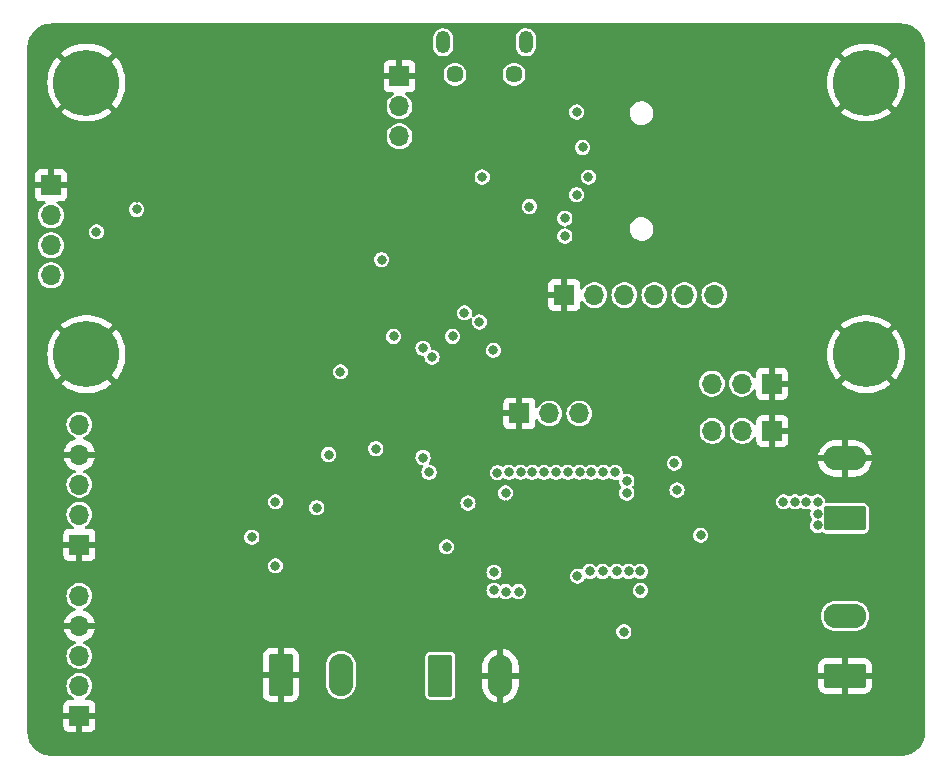
<source format=gbr>
%TF.GenerationSoftware,KiCad,Pcbnew,7.0.7-7.0.7~ubuntu22.04.1*%
%TF.CreationDate,2023-10-05T15:00:09-04:00*%
%TF.ProjectId,esp32_sensor_board,65737033-325f-4736-956e-736f725f626f,rev?*%
%TF.SameCoordinates,Original*%
%TF.FileFunction,Copper,L2,Inr*%
%TF.FilePolarity,Positive*%
%FSLAX46Y46*%
G04 Gerber Fmt 4.6, Leading zero omitted, Abs format (unit mm)*
G04 Created by KiCad (PCBNEW 7.0.7-7.0.7~ubuntu22.04.1) date 2023-10-05 15:00:09*
%MOMM*%
%LPD*%
G01*
G04 APERTURE LIST*
G04 Aperture macros list*
%AMRoundRect*
0 Rectangle with rounded corners*
0 $1 Rounding radius*
0 $2 $3 $4 $5 $6 $7 $8 $9 X,Y pos of 4 corners*
0 Add a 4 corners polygon primitive as box body*
4,1,4,$2,$3,$4,$5,$6,$7,$8,$9,$2,$3,0*
0 Add four circle primitives for the rounded corners*
1,1,$1+$1,$2,$3*
1,1,$1+$1,$4,$5*
1,1,$1+$1,$6,$7*
1,1,$1+$1,$8,$9*
0 Add four rect primitives between the rounded corners*
20,1,$1+$1,$2,$3,$4,$5,0*
20,1,$1+$1,$4,$5,$6,$7,0*
20,1,$1+$1,$6,$7,$8,$9,0*
20,1,$1+$1,$8,$9,$2,$3,0*%
G04 Aperture macros list end*
%TA.AperFunction,ComponentPad*%
%ADD10RoundRect,0.249999X-0.790001X-1.550001X0.790001X-1.550001X0.790001X1.550001X-0.790001X1.550001X0*%
%TD*%
%TA.AperFunction,ComponentPad*%
%ADD11O,2.080000X3.600000*%
%TD*%
%TA.AperFunction,ComponentPad*%
%ADD12R,1.700000X1.700000*%
%TD*%
%TA.AperFunction,ComponentPad*%
%ADD13O,1.700000X1.700000*%
%TD*%
%TA.AperFunction,ComponentPad*%
%ADD14RoundRect,0.249999X1.550001X-0.790001X1.550001X0.790001X-1.550001X0.790001X-1.550001X-0.790001X0*%
%TD*%
%TA.AperFunction,ComponentPad*%
%ADD15O,3.600000X2.080000*%
%TD*%
%TA.AperFunction,ComponentPad*%
%ADD16C,5.600000*%
%TD*%
%TA.AperFunction,ComponentPad*%
%ADD17O,1.200000X1.900000*%
%TD*%
%TA.AperFunction,ComponentPad*%
%ADD18C,1.450000*%
%TD*%
%TA.AperFunction,ViaPad*%
%ADD19C,0.800000*%
%TD*%
G04 APERTURE END LIST*
D10*
%TO.N,GND*%
%TO.C,J103*%
X106960000Y-125150500D03*
D11*
%TO.N,/Vbus2_in*%
X112040000Y-125150500D03*
%TD*%
D12*
%TO.N,GND*%
%TO.C,J502*%
X89900000Y-128630000D03*
D13*
%TO.N,/Load Cell Sensor/S2_P*%
X89900000Y-126090000D03*
%TO.N,/Load Cell Sensor/S2_N*%
X89900000Y-123550000D03*
%TO.N,GND*%
X89900000Y-121010000D03*
%TO.N,/Load Cell Sensor/E_p*%
X89900000Y-118470000D03*
%TD*%
D14*
%TO.N,VIN*%
%TO.C,J102*%
X154722500Y-111910000D03*
D15*
%TO.N,GND*%
X154722500Y-106830000D03*
%TD*%
D12*
%TO.N,GND*%
%TO.C,J201*%
X127156000Y-103020000D03*
D13*
%TO.N,+3.3V*%
X129696000Y-103020000D03*
%TO.N,P_GOOD*%
X132236000Y-103020000D03*
%TD*%
D12*
%TO.N,GND*%
%TO.C,J501*%
X89900000Y-114130000D03*
D13*
%TO.N,/Load Cell Sensor/S1_P*%
X89900000Y-111590000D03*
%TO.N,/Load Cell Sensor/S1_N*%
X89900000Y-109050000D03*
%TO.N,GND*%
X89900000Y-106510000D03*
%TO.N,/Load Cell Sensor/E_p*%
X89900000Y-103970000D03*
%TD*%
D16*
%TO.N,GND*%
%TO.C,H101*%
X90500000Y-98000000D03*
%TD*%
D12*
%TO.N,GND*%
%TO.C,J308*%
X130960000Y-93000000D03*
D13*
%TO.N,+3.3V*%
X133500000Y-93000000D03*
%TO.N,/Microprocessor/SPI_SCK*%
X136040000Y-93000000D03*
%TO.N,/Microprocessor/SPI_COPI*%
X138580000Y-93000000D03*
%TO.N,/Microprocessor/SPI_CIPO*%
X141120000Y-93000000D03*
%TO.N,/Microprocessor/SPI_CS1*%
X143660000Y-93000000D03*
%TD*%
D14*
%TO.N,GND*%
%TO.C,J101*%
X154722500Y-125250000D03*
D15*
%TO.N,/Vbus1_in*%
X154722500Y-120170000D03*
%TD*%
D12*
%TO.N,GND*%
%TO.C,J304*%
X117000000Y-74475000D03*
D13*
%TO.N,/Microprocessor/UART_RX*%
X117000000Y-77015000D03*
%TO.N,/Microprocessor/UART_TX*%
X117000000Y-79555000D03*
%TD*%
D12*
%TO.N,GND*%
%TO.C,J305*%
X148580000Y-104500000D03*
D13*
%TO.N,VIN*%
X146040000Y-104500000D03*
%TO.N,/Microprocessor/EXT_1*%
X143500000Y-104500000D03*
%TD*%
D16*
%TO.N,GND*%
%TO.C,H103*%
X156500000Y-75000000D03*
%TD*%
D12*
%TO.N,GND*%
%TO.C,J306*%
X148525000Y-100500000D03*
D13*
%TO.N,VIN*%
X145985000Y-100500000D03*
%TO.N,/Microprocessor/EXT_2*%
X143445000Y-100500000D03*
%TD*%
D10*
%TO.N,/Vbus2_out*%
%TO.C,J104*%
X120460000Y-125222500D03*
D11*
%TO.N,GND*%
X125540000Y-125222500D03*
%TD*%
D16*
%TO.N,GND*%
%TO.C,H102*%
X156500000Y-98000000D03*
%TD*%
D17*
%TO.N,unconnected-(J301-Shield-Pad6)*%
%TO.C,J301*%
X127700000Y-71602500D03*
D18*
X126700000Y-74302500D03*
X121700000Y-74302500D03*
D17*
X120700000Y-71602500D03*
%TD*%
D16*
%TO.N,GND*%
%TO.C,H104*%
X90500000Y-75000000D03*
%TD*%
D12*
%TO.N,GND*%
%TO.C,J307*%
X87500000Y-83700000D03*
D13*
%TO.N,+3.3V*%
X87500000Y-86240000D03*
%TO.N,/Power Measurement/I2C_SDA*%
X87500000Y-88780000D03*
%TO.N,/Power Measurement/I2C_SCL*%
X87500000Y-91320000D03*
%TD*%
D19*
%TO.N,VIN*%
X126000000Y-118100000D03*
X152400000Y-112500000D03*
X137400000Y-118000000D03*
X152400000Y-111500000D03*
X125000000Y-118000000D03*
X127100000Y-118100000D03*
X151400000Y-110500000D03*
X133100000Y-116400000D03*
X137400000Y-116400000D03*
X136400000Y-116400000D03*
X134200000Y-116400000D03*
X150500000Y-110500000D03*
X135400000Y-116400000D03*
X125010260Y-116475000D03*
X152400000Y-110500000D03*
X149500000Y-110500000D03*
%TO.N,GND*%
X119000000Y-87500000D03*
X130750000Y-119250000D03*
X117750000Y-92750000D03*
X99500000Y-123000000D03*
X115000000Y-85000000D03*
X109000000Y-98000000D03*
X99945000Y-108055000D03*
X98500000Y-121000000D03*
X121004000Y-115310000D03*
X126000000Y-112750000D03*
X105500000Y-93000000D03*
X135000000Y-97500000D03*
X109250000Y-96000000D03*
X136250000Y-113000000D03*
X137000000Y-97500000D03*
X106917351Y-105392045D03*
X106000000Y-100000000D03*
X115500000Y-88500000D03*
X133000000Y-85000000D03*
X125000000Y-114000000D03*
X137500000Y-114000000D03*
X120500000Y-102000000D03*
X109500000Y-109000000D03*
X129500000Y-121500000D03*
X124250000Y-78000000D03*
X95000000Y-120500000D03*
X129250000Y-110750000D03*
X133000000Y-79500000D03*
X135250000Y-113500000D03*
X120250000Y-92750000D03*
X94750000Y-84750000D03*
X126419149Y-99080851D03*
X128250000Y-114000000D03*
X100000000Y-110000000D03*
X118500000Y-101250000D03*
X117750000Y-95250000D03*
X132500000Y-78500000D03*
X118000000Y-84500000D03*
X129250000Y-114000000D03*
X110000000Y-92000000D03*
X136250000Y-111000000D03*
X136250000Y-112000000D03*
X120250000Y-94000000D03*
X126000000Y-111750000D03*
X125000000Y-115000000D03*
X130500000Y-110750000D03*
X146500000Y-112830000D03*
X119000001Y-94000001D03*
X113500000Y-88500000D03*
X126000000Y-110750000D03*
X122481263Y-77481263D03*
X104500000Y-111500000D03*
X134250000Y-113500000D03*
X132250000Y-114000000D03*
X133000000Y-87500000D03*
X137250000Y-113000000D03*
X105500000Y-88000000D03*
X126012653Y-95837347D03*
X109438725Y-93966130D03*
X117750000Y-94000000D03*
X102500000Y-90000000D03*
X120919149Y-87919149D03*
X131500000Y-110750000D03*
X132500000Y-110750000D03*
X120250000Y-95250000D03*
X125000000Y-113000000D03*
%TO.N,+3.3V*%
X110000000Y-111000000D03*
X111000000Y-106500000D03*
X126250000Y-108000000D03*
X124000000Y-83000000D03*
X136250000Y-109750000D03*
X133250000Y-108000000D03*
X132250000Y-108000000D03*
X127250000Y-108000000D03*
X131250000Y-108000000D03*
X115500000Y-90000000D03*
X142500000Y-113330000D03*
X123775619Y-95271945D03*
X134250000Y-108000000D03*
X121004000Y-114310000D03*
X130250000Y-108000000D03*
X119000000Y-106750000D03*
X94750000Y-85750000D03*
X128250000Y-108000000D03*
X112000000Y-99500000D03*
X136000000Y-121500000D03*
X136250000Y-108750000D03*
X129250000Y-108000000D03*
X126000000Y-109750000D03*
X133000000Y-83000000D03*
X135250000Y-108000000D03*
X104500000Y-113500000D03*
X119750000Y-98250000D03*
X125284595Y-108034595D03*
%TO.N,/Microprocessor/SD_CS*%
X132000000Y-84500000D03*
X132500000Y-80500000D03*
%TO.N,/Microprocessor/SPI_CIPO*%
X128000000Y-85500000D03*
X131000000Y-88000000D03*
%TO.N,/Microprocessor/SD_DET*%
X132000000Y-77500000D03*
X131000000Y-86500000D03*
%TO.N,P_GOOD*%
X132074500Y-116800000D03*
X122800000Y-110600000D03*
%TO.N,/Microprocessor/EXT_1*%
X116500000Y-96500000D03*
%TO.N,/Microprocessor/EXT_2*%
X121500000Y-96500000D03*
%TO.N,/Microprocessor/SPI_CS1*%
X122500000Y-94500000D03*
%TO.N,/Power Measurement/I2C_SCL*%
X140500000Y-109500000D03*
X91350000Y-87650000D03*
X106500000Y-115920000D03*
X140273198Y-107226802D03*
X106500000Y-110500000D03*
%TO.N,/Power Measurement/I2C_SDA*%
X119500000Y-108000000D03*
X115000000Y-106000000D03*
%TO.N,/Microprocessor/STATUS_LED*%
X124944857Y-97675000D03*
X119000000Y-97500000D03*
%TD*%
%TA.AperFunction,Conductor*%
%TO.N,GND*%
G36*
X159502019Y-70000633D02*
G01*
X159537198Y-70002938D01*
X159583708Y-70005986D01*
X159765459Y-70018985D01*
X159773100Y-70020015D01*
X159866738Y-70038641D01*
X159889420Y-70043153D01*
X159915023Y-70048722D01*
X160033666Y-70074531D01*
X160040383Y-70076395D01*
X160159437Y-70116809D01*
X160256671Y-70153076D01*
X160291741Y-70166157D01*
X160297499Y-70168643D01*
X160412952Y-70225578D01*
X160534906Y-70292170D01*
X160539634Y-70295032D01*
X160596571Y-70333076D01*
X160646649Y-70366537D01*
X160649358Y-70368454D01*
X160758652Y-70450271D01*
X160762345Y-70453265D01*
X160821941Y-70505529D01*
X160859502Y-70538469D01*
X160862448Y-70541228D01*
X160958769Y-70637549D01*
X160961526Y-70640492D01*
X161046729Y-70737648D01*
X161049732Y-70741353D01*
X161101564Y-70810592D01*
X161131543Y-70850639D01*
X161133461Y-70853349D01*
X161204962Y-70960357D01*
X161207828Y-70965091D01*
X161274421Y-71087047D01*
X161331355Y-71202499D01*
X161333841Y-71208257D01*
X161370212Y-71305768D01*
X161383196Y-71340578D01*
X161388289Y-71355581D01*
X161423597Y-71459596D01*
X161425472Y-71466352D01*
X161456846Y-71610579D01*
X161479980Y-71726880D01*
X161481015Y-71734560D01*
X161494017Y-71916350D01*
X161499367Y-71997966D01*
X161499500Y-72002023D01*
X161499500Y-129997975D01*
X161499367Y-130002032D01*
X161494017Y-130083648D01*
X161481015Y-130265438D01*
X161479980Y-130273118D01*
X161456846Y-130389420D01*
X161425472Y-130533646D01*
X161423597Y-130540401D01*
X161389297Y-130641448D01*
X161383208Y-130659388D01*
X161383195Y-130659425D01*
X161333841Y-130791741D01*
X161331355Y-130797499D01*
X161274421Y-130912952D01*
X161207828Y-131034907D01*
X161204961Y-131039641D01*
X161133461Y-131146649D01*
X161131543Y-131149359D01*
X161049744Y-131258631D01*
X161046723Y-131262357D01*
X160961529Y-131359502D01*
X160958755Y-131362464D01*
X160862464Y-131458755D01*
X160859502Y-131461529D01*
X160762357Y-131546723D01*
X160758631Y-131549744D01*
X160649359Y-131631543D01*
X160646649Y-131633461D01*
X160539641Y-131704961D01*
X160534907Y-131707828D01*
X160412952Y-131774421D01*
X160297499Y-131831355D01*
X160291741Y-131833841D01*
X160170956Y-131878893D01*
X160159418Y-131883197D01*
X160040401Y-131923597D01*
X160033646Y-131925472D01*
X159889420Y-131956846D01*
X159773118Y-131979980D01*
X159765438Y-131981015D01*
X159583648Y-131994017D01*
X159532582Y-131997364D01*
X159502025Y-131999367D01*
X159497976Y-131999500D01*
X87502024Y-131999500D01*
X87497974Y-131999367D01*
X87459954Y-131996875D01*
X87416350Y-131994017D01*
X87234560Y-131981015D01*
X87226880Y-131979980D01*
X87110579Y-131956846D01*
X86966352Y-131925472D01*
X86959596Y-131923597D01*
X86927881Y-131912831D01*
X86840578Y-131883196D01*
X86805768Y-131870212D01*
X86708257Y-131833841D01*
X86702499Y-131831355D01*
X86587047Y-131774421D01*
X86465091Y-131707828D01*
X86460357Y-131704962D01*
X86353349Y-131633461D01*
X86350639Y-131631543D01*
X86310592Y-131601564D01*
X86241353Y-131549732D01*
X86237648Y-131546729D01*
X86140492Y-131461526D01*
X86137549Y-131458769D01*
X86041228Y-131362448D01*
X86038469Y-131359502D01*
X86005450Y-131321851D01*
X85953265Y-131262345D01*
X85950271Y-131258652D01*
X85868454Y-131149358D01*
X85866537Y-131146649D01*
X85795036Y-131039641D01*
X85792170Y-131034906D01*
X85725578Y-130912952D01*
X85668643Y-130797499D01*
X85666157Y-130791741D01*
X85653076Y-130756671D01*
X85616805Y-130659425D01*
X85576395Y-130540383D01*
X85574531Y-130533666D01*
X85543153Y-130389420D01*
X85538641Y-130366738D01*
X85520015Y-130273100D01*
X85518985Y-130265459D01*
X85505986Y-130083708D01*
X85502938Y-130037198D01*
X85500633Y-130002019D01*
X85500500Y-129997964D01*
X85500500Y-129527844D01*
X88550000Y-129527844D01*
X88556401Y-129587372D01*
X88556403Y-129587379D01*
X88606645Y-129722086D01*
X88606649Y-129722093D01*
X88692809Y-129837187D01*
X88692812Y-129837190D01*
X88807906Y-129923350D01*
X88807913Y-129923354D01*
X88942620Y-129973596D01*
X88942627Y-129973598D01*
X89002155Y-129979999D01*
X89002172Y-129980000D01*
X89650000Y-129980000D01*
X89650000Y-129242301D01*
X89669685Y-129175262D01*
X89722489Y-129129507D01*
X89791647Y-129119563D01*
X89864237Y-129130000D01*
X89864238Y-129130000D01*
X89935762Y-129130000D01*
X89935763Y-129130000D01*
X90008353Y-129119563D01*
X90077512Y-129129507D01*
X90130315Y-129175262D01*
X90150000Y-129242301D01*
X90150000Y-129980000D01*
X90797828Y-129980000D01*
X90797844Y-129979999D01*
X90857372Y-129973598D01*
X90857379Y-129973596D01*
X90992086Y-129923354D01*
X90992093Y-129923350D01*
X91107187Y-129837190D01*
X91107190Y-129837187D01*
X91193350Y-129722093D01*
X91193354Y-129722086D01*
X91243596Y-129587379D01*
X91243598Y-129587372D01*
X91249999Y-129527844D01*
X91250000Y-129527827D01*
X91250000Y-128880000D01*
X90513347Y-128880000D01*
X90446308Y-128860315D01*
X90400553Y-128807511D01*
X90390609Y-128738353D01*
X90394369Y-128721067D01*
X90400000Y-128701888D01*
X90400000Y-128558111D01*
X90394369Y-128538933D01*
X90394370Y-128469064D01*
X90432145Y-128410286D01*
X90495701Y-128381262D01*
X90513347Y-128380000D01*
X91250000Y-128380000D01*
X91250000Y-127732172D01*
X91249999Y-127732155D01*
X91243598Y-127672627D01*
X91243596Y-127672620D01*
X91193354Y-127537913D01*
X91193350Y-127537906D01*
X91107190Y-127422812D01*
X91107187Y-127422809D01*
X90992093Y-127336649D01*
X90992086Y-127336645D01*
X90857379Y-127286403D01*
X90857372Y-127286401D01*
X90797844Y-127280000D01*
X90485391Y-127280000D01*
X90418352Y-127260315D01*
X90372597Y-127207511D01*
X90362653Y-127138353D01*
X90391678Y-127074797D01*
X90420114Y-127050573D01*
X90463551Y-127023678D01*
X90559989Y-126963966D01*
X90709342Y-126827813D01*
X90831134Y-126666534D01*
X90921217Y-126485622D01*
X90976525Y-126291237D01*
X90995172Y-126090000D01*
X90995169Y-126089973D01*
X90976525Y-125888763D01*
X90965638Y-125850500D01*
X90921217Y-125694378D01*
X90913214Y-125678306D01*
X90849856Y-125551066D01*
X90831134Y-125513466D01*
X90725578Y-125373687D01*
X90709340Y-125352184D01*
X90559989Y-125216034D01*
X90559987Y-125216032D01*
X90388163Y-125109643D01*
X90388157Y-125109640D01*
X90213936Y-125042147D01*
X90199708Y-125036635D01*
X90001050Y-124999500D01*
X89798950Y-124999500D01*
X89600292Y-125036635D01*
X89600289Y-125036635D01*
X89600289Y-125036636D01*
X89411842Y-125109640D01*
X89411836Y-125109643D01*
X89240012Y-125216032D01*
X89240010Y-125216034D01*
X89090659Y-125352184D01*
X88968866Y-125513465D01*
X88878787Y-125694367D01*
X88878782Y-125694380D01*
X88823474Y-125888763D01*
X88804828Y-126089999D01*
X88804828Y-126090000D01*
X88823474Y-126291236D01*
X88878782Y-126485619D01*
X88878787Y-126485632D01*
X88968866Y-126666534D01*
X89090659Y-126827815D01*
X89240010Y-126963965D01*
X89240012Y-126963967D01*
X89379886Y-127050573D01*
X89426522Y-127102601D01*
X89437626Y-127171582D01*
X89409673Y-127235617D01*
X89351538Y-127274373D01*
X89314609Y-127280000D01*
X89002155Y-127280000D01*
X88942627Y-127286401D01*
X88942620Y-127286403D01*
X88807913Y-127336645D01*
X88807906Y-127336649D01*
X88692812Y-127422809D01*
X88692809Y-127422812D01*
X88606649Y-127537906D01*
X88606645Y-127537913D01*
X88556403Y-127672620D01*
X88556401Y-127672627D01*
X88550000Y-127732155D01*
X88550000Y-128380000D01*
X89286653Y-128380000D01*
X89353692Y-128399685D01*
X89399447Y-128452489D01*
X89409391Y-128521647D01*
X89405631Y-128538933D01*
X89400000Y-128558111D01*
X89400000Y-128701888D01*
X89405631Y-128721067D01*
X89405630Y-128790936D01*
X89367855Y-128849714D01*
X89304299Y-128878738D01*
X89286653Y-128880000D01*
X88550000Y-128880000D01*
X88550000Y-129527844D01*
X85500500Y-129527844D01*
X85500500Y-124900500D01*
X105420000Y-124900500D01*
X106142396Y-124900500D01*
X106209435Y-124920185D01*
X106255190Y-124972989D01*
X106265134Y-125042147D01*
X106262792Y-125054179D01*
X106260000Y-125065505D01*
X106260000Y-125235494D01*
X106262792Y-125246821D01*
X106259725Y-125316624D01*
X106219407Y-125373687D01*
X106154638Y-125399894D01*
X106142396Y-125400500D01*
X105420001Y-125400500D01*
X105420001Y-126750486D01*
X105430494Y-126853196D01*
X105430494Y-126853198D01*
X105485640Y-127019619D01*
X105485645Y-127019630D01*
X105577680Y-127168840D01*
X105577683Y-127168844D01*
X105701655Y-127292816D01*
X105701659Y-127292819D01*
X105850869Y-127384854D01*
X105850880Y-127384859D01*
X106017302Y-127440005D01*
X106120019Y-127450499D01*
X106709999Y-127450499D01*
X106710000Y-127450498D01*
X106710000Y-125965252D01*
X106729685Y-125898213D01*
X106782489Y-125852458D01*
X106848944Y-125842156D01*
X106909435Y-125849501D01*
X106917659Y-125850500D01*
X106917660Y-125850500D01*
X107002341Y-125850500D01*
X107010564Y-125849501D01*
X107071055Y-125842156D01*
X107139975Y-125853616D01*
X107191762Y-125900519D01*
X107210000Y-125965252D01*
X107210000Y-127450499D01*
X107799972Y-127450499D01*
X107799986Y-127450498D01*
X107902696Y-127440005D01*
X107902698Y-127440005D01*
X108069119Y-127384859D01*
X108069130Y-127384854D01*
X108218340Y-127292819D01*
X108218344Y-127292816D01*
X108342316Y-127168844D01*
X108342319Y-127168840D01*
X108434354Y-127019630D01*
X108434359Y-127019619D01*
X108489505Y-126853197D01*
X108499999Y-126750486D01*
X108500000Y-126750473D01*
X108500000Y-125966404D01*
X110759500Y-125966404D01*
X110774136Y-126133701D01*
X110774137Y-126133708D01*
X110832126Y-126350125D01*
X110832127Y-126350127D01*
X110832128Y-126350130D01*
X110836320Y-126359119D01*
X110926818Y-126553193D01*
X110926819Y-126553195D01*
X111055331Y-126736731D01*
X111055332Y-126736732D01*
X111055333Y-126736733D01*
X111213767Y-126895167D01*
X111213770Y-126895169D01*
X111213771Y-126895170D01*
X111397299Y-127023678D01*
X111397301Y-127023679D01*
X111397304Y-127023681D01*
X111600370Y-127118372D01*
X111816794Y-127176363D01*
X111976226Y-127190311D01*
X112039998Y-127195891D01*
X112040000Y-127195891D01*
X112040002Y-127195891D01*
X112095801Y-127191008D01*
X112263206Y-127176363D01*
X112479630Y-127118372D01*
X112682695Y-127023681D01*
X112866233Y-126895167D01*
X112941984Y-126819416D01*
X119179500Y-126819416D01*
X119185781Y-126877836D01*
X119185781Y-126877838D01*
X119185782Y-126877839D01*
X119235069Y-127009986D01*
X119235070Y-127009988D01*
X119235071Y-127009989D01*
X119319597Y-127122903D01*
X119391012Y-127176363D01*
X119432511Y-127207429D01*
X119432513Y-127207430D01*
X119476561Y-127223859D01*
X119564664Y-127256719D01*
X119623084Y-127263000D01*
X119623094Y-127263000D01*
X121296906Y-127263000D01*
X121296916Y-127263000D01*
X121355336Y-127256719D01*
X121487489Y-127207429D01*
X121600403Y-127122903D01*
X121684929Y-127009989D01*
X121734219Y-126877836D01*
X121740500Y-126819416D01*
X121740500Y-124972500D01*
X123999999Y-124972500D01*
X124722396Y-124972500D01*
X124789435Y-124992185D01*
X124835190Y-125044989D01*
X124845134Y-125114147D01*
X124842792Y-125126179D01*
X124840000Y-125137505D01*
X124840000Y-125307494D01*
X124842792Y-125318821D01*
X124839725Y-125388624D01*
X124799407Y-125445687D01*
X124734638Y-125471894D01*
X124722396Y-125472500D01*
X124000000Y-125472500D01*
X124000000Y-126044562D01*
X124014996Y-126230336D01*
X124074503Y-126471758D01*
X124171959Y-126700496D01*
X124171959Y-126700497D01*
X124304854Y-126910655D01*
X124469731Y-127096763D01*
X124662336Y-127254019D01*
X124662343Y-127254024D01*
X124877664Y-127378339D01*
X125110153Y-127466510D01*
X125290000Y-127503225D01*
X125290000Y-126037252D01*
X125309685Y-125970213D01*
X125362489Y-125924458D01*
X125428944Y-125914156D01*
X125489435Y-125921501D01*
X125497659Y-125922500D01*
X125497660Y-125922500D01*
X125582341Y-125922500D01*
X125590564Y-125921501D01*
X125651055Y-125914156D01*
X125719975Y-125925616D01*
X125771762Y-125972519D01*
X125790000Y-126037252D01*
X125789999Y-127503454D01*
X125849034Y-127496287D01*
X125849041Y-127496285D01*
X126087862Y-127427110D01*
X126087865Y-127427109D01*
X126312505Y-127320517D01*
X126517139Y-127179267D01*
X126517142Y-127179264D01*
X126696450Y-127007038D01*
X126696454Y-127007034D01*
X126845823Y-126808260D01*
X126845823Y-126808259D01*
X126961379Y-126588087D01*
X127040115Y-126352245D01*
X127040115Y-126352244D01*
X127080000Y-126106824D01*
X127080000Y-125472500D01*
X126357604Y-125472500D01*
X126290565Y-125452815D01*
X126244810Y-125400011D01*
X126234866Y-125330853D01*
X126237208Y-125318821D01*
X126240000Y-125307494D01*
X126240000Y-125137505D01*
X126237208Y-125126179D01*
X126240275Y-125056376D01*
X126280108Y-125000000D01*
X152422500Y-125000000D01*
X153904896Y-125000000D01*
X153971935Y-125019685D01*
X154017690Y-125072489D01*
X154027634Y-125141647D01*
X154025292Y-125153679D01*
X154022500Y-125165005D01*
X154022500Y-125334994D01*
X154025292Y-125346321D01*
X154022225Y-125416124D01*
X153981907Y-125473187D01*
X153917138Y-125499394D01*
X153904896Y-125500000D01*
X152422501Y-125500000D01*
X152422501Y-126089986D01*
X152432994Y-126192696D01*
X152432994Y-126192698D01*
X152488140Y-126359119D01*
X152488145Y-126359130D01*
X152580180Y-126508340D01*
X152580183Y-126508344D01*
X152704155Y-126632316D01*
X152704159Y-126632319D01*
X152853369Y-126724354D01*
X152853380Y-126724359D01*
X153019802Y-126779505D01*
X153122520Y-126789999D01*
X154472499Y-126789999D01*
X154472500Y-126789998D01*
X154472500Y-126064752D01*
X154492185Y-125997713D01*
X154544989Y-125951958D01*
X154611444Y-125941656D01*
X154671935Y-125949001D01*
X154680159Y-125950000D01*
X154680160Y-125950000D01*
X154764841Y-125950000D01*
X154773064Y-125949001D01*
X154833555Y-125941656D01*
X154902475Y-125953116D01*
X154954262Y-126000019D01*
X154972500Y-126064752D01*
X154972500Y-126789999D01*
X156322472Y-126789999D01*
X156322486Y-126789998D01*
X156425196Y-126779505D01*
X156425198Y-126779505D01*
X156591619Y-126724359D01*
X156591630Y-126724354D01*
X156740840Y-126632319D01*
X156740844Y-126632316D01*
X156864816Y-126508344D01*
X156864819Y-126508340D01*
X156956854Y-126359130D01*
X156956859Y-126359119D01*
X157012005Y-126192697D01*
X157022499Y-126089986D01*
X157022500Y-126089973D01*
X157022500Y-125500000D01*
X155540104Y-125500000D01*
X155473065Y-125480315D01*
X155427310Y-125427511D01*
X155417366Y-125358353D01*
X155419708Y-125346321D01*
X155422500Y-125334994D01*
X155422500Y-125165005D01*
X155419708Y-125153679D01*
X155422775Y-125083876D01*
X155463093Y-125026813D01*
X155527862Y-125000606D01*
X155540104Y-125000000D01*
X157022499Y-125000000D01*
X157022499Y-124410028D01*
X157022498Y-124410013D01*
X157012005Y-124307303D01*
X157012005Y-124307301D01*
X156956859Y-124140880D01*
X156956854Y-124140869D01*
X156864819Y-123991659D01*
X156864816Y-123991655D01*
X156740844Y-123867683D01*
X156740840Y-123867680D01*
X156591630Y-123775645D01*
X156591619Y-123775640D01*
X156425197Y-123720494D01*
X156322486Y-123710000D01*
X154972500Y-123710000D01*
X154972500Y-124435247D01*
X154952815Y-124502286D01*
X154900011Y-124548041D01*
X154833553Y-124558343D01*
X154764843Y-124550000D01*
X154764840Y-124550000D01*
X154680160Y-124550000D01*
X154680157Y-124550000D01*
X154611447Y-124558343D01*
X154542523Y-124546883D01*
X154490737Y-124499979D01*
X154472500Y-124435247D01*
X154472500Y-123710000D01*
X153122528Y-123710000D01*
X153122512Y-123710001D01*
X153019803Y-123720494D01*
X153019801Y-123720494D01*
X152853380Y-123775640D01*
X152853369Y-123775645D01*
X152704159Y-123867680D01*
X152704155Y-123867683D01*
X152580183Y-123991655D01*
X152580180Y-123991659D01*
X152488145Y-124140869D01*
X152488140Y-124140880D01*
X152432994Y-124307302D01*
X152422500Y-124410013D01*
X152422500Y-125000000D01*
X126280108Y-125000000D01*
X126280593Y-124999313D01*
X126345362Y-124973106D01*
X126357604Y-124972500D01*
X127080000Y-124972500D01*
X127080000Y-124400438D01*
X127065003Y-124214663D01*
X127005496Y-123973241D01*
X126908040Y-123744503D01*
X126908040Y-123744502D01*
X126775145Y-123534344D01*
X126610268Y-123348236D01*
X126417663Y-123190980D01*
X126417656Y-123190975D01*
X126202335Y-123066660D01*
X125969858Y-122978493D01*
X125969846Y-122978489D01*
X125790000Y-122941773D01*
X125790000Y-124407747D01*
X125770315Y-124474786D01*
X125717511Y-124520541D01*
X125651053Y-124530843D01*
X125582343Y-124522500D01*
X125582340Y-124522500D01*
X125497660Y-124522500D01*
X125497656Y-124522500D01*
X125428945Y-124530843D01*
X125360022Y-124519383D01*
X125308236Y-124472479D01*
X125289999Y-124407747D01*
X125289999Y-122941544D01*
X125230957Y-122948714D01*
X125230951Y-122948715D01*
X124992137Y-123017889D01*
X124992134Y-123017890D01*
X124767494Y-123124482D01*
X124562860Y-123265732D01*
X124562857Y-123265735D01*
X124383549Y-123437961D01*
X124383545Y-123437965D01*
X124234176Y-123636739D01*
X124234176Y-123636740D01*
X124118620Y-123856912D01*
X124039884Y-124092754D01*
X124039884Y-124092755D01*
X124000000Y-124338175D01*
X123999999Y-124972500D01*
X121740500Y-124972500D01*
X121740500Y-123625584D01*
X121734219Y-123567164D01*
X121689700Y-123447802D01*
X121684930Y-123435013D01*
X121684929Y-123435011D01*
X121663087Y-123405834D01*
X121600403Y-123322097D01*
X121487489Y-123237571D01*
X121487488Y-123237570D01*
X121487486Y-123237569D01*
X121355339Y-123188282D01*
X121355338Y-123188281D01*
X121355336Y-123188281D01*
X121296916Y-123182000D01*
X119623084Y-123182000D01*
X119564664Y-123188281D01*
X119564661Y-123188281D01*
X119564660Y-123188282D01*
X119432513Y-123237569D01*
X119432511Y-123237570D01*
X119319597Y-123322097D01*
X119235070Y-123435011D01*
X119235069Y-123435013D01*
X119186861Y-123564268D01*
X119185781Y-123567164D01*
X119179500Y-123625584D01*
X119179500Y-126819416D01*
X112941984Y-126819416D01*
X113024667Y-126736733D01*
X113153181Y-126553195D01*
X113247872Y-126350130D01*
X113305863Y-126133706D01*
X113320500Y-125966404D01*
X113320500Y-124334596D01*
X113305863Y-124167294D01*
X113247872Y-123950870D01*
X113153181Y-123747805D01*
X113067601Y-123625584D01*
X113024668Y-123564268D01*
X112994744Y-123534344D01*
X112866233Y-123405833D01*
X112866229Y-123405830D01*
X112866228Y-123405829D01*
X112682700Y-123277321D01*
X112682696Y-123277319D01*
X112657854Y-123265735D01*
X112479630Y-123182628D01*
X112479627Y-123182627D01*
X112479625Y-123182626D01*
X112263208Y-123124637D01*
X112263200Y-123124636D01*
X112040002Y-123105109D01*
X112039998Y-123105109D01*
X111816799Y-123124636D01*
X111816791Y-123124637D01*
X111600374Y-123182626D01*
X111600368Y-123182629D01*
X111397306Y-123277318D01*
X111397304Y-123277319D01*
X111213764Y-123405834D01*
X111055334Y-123564264D01*
X110926819Y-123747804D01*
X110926818Y-123747806D01*
X110832129Y-123950868D01*
X110832126Y-123950874D01*
X110774137Y-124167291D01*
X110774136Y-124167298D01*
X110759500Y-124334596D01*
X110759500Y-125966404D01*
X108500000Y-125966404D01*
X108500000Y-125400500D01*
X107777604Y-125400500D01*
X107710565Y-125380815D01*
X107664810Y-125328011D01*
X107654866Y-125258853D01*
X107657208Y-125246821D01*
X107660000Y-125235494D01*
X107660000Y-125065505D01*
X107657208Y-125054179D01*
X107660275Y-124984376D01*
X107700593Y-124927313D01*
X107765362Y-124901106D01*
X107777604Y-124900500D01*
X108499999Y-124900500D01*
X108499999Y-123550528D01*
X108499998Y-123550513D01*
X108489505Y-123447803D01*
X108489505Y-123447801D01*
X108434359Y-123281380D01*
X108434354Y-123281369D01*
X108342319Y-123132159D01*
X108342316Y-123132155D01*
X108218344Y-123008183D01*
X108218340Y-123008180D01*
X108069130Y-122916145D01*
X108069119Y-122916140D01*
X107902697Y-122860994D01*
X107799986Y-122850500D01*
X107210000Y-122850500D01*
X107210000Y-124335747D01*
X107190315Y-124402786D01*
X107137511Y-124448541D01*
X107071053Y-124458843D01*
X107002343Y-124450500D01*
X107002340Y-124450500D01*
X106917660Y-124450500D01*
X106917657Y-124450500D01*
X106848947Y-124458843D01*
X106780023Y-124447383D01*
X106728237Y-124400479D01*
X106710000Y-124335747D01*
X106710000Y-122850500D01*
X106120028Y-122850500D01*
X106120012Y-122850501D01*
X106017303Y-122860994D01*
X106017301Y-122860994D01*
X105850880Y-122916140D01*
X105850869Y-122916145D01*
X105701659Y-123008180D01*
X105701655Y-123008183D01*
X105577683Y-123132155D01*
X105577680Y-123132159D01*
X105485645Y-123281369D01*
X105485640Y-123281380D01*
X105430494Y-123447802D01*
X105420000Y-123550513D01*
X105420000Y-124900500D01*
X85500500Y-124900500D01*
X85500500Y-121260000D01*
X88569364Y-121260000D01*
X88626567Y-121473486D01*
X88626570Y-121473492D01*
X88726399Y-121687578D01*
X88861894Y-121881082D01*
X89028917Y-122048105D01*
X89222421Y-122183600D01*
X89436507Y-122283429D01*
X89436518Y-122283434D01*
X89491946Y-122298285D01*
X89551607Y-122334649D01*
X89582137Y-122397495D01*
X89573843Y-122466871D01*
X89529358Y-122520750D01*
X89504649Y-122533686D01*
X89411848Y-122569637D01*
X89411836Y-122569643D01*
X89240012Y-122676032D01*
X89240010Y-122676034D01*
X89090659Y-122812184D01*
X88968866Y-122973465D01*
X88878787Y-123154367D01*
X88878782Y-123154380D01*
X88823474Y-123348763D01*
X88804828Y-123549999D01*
X88804828Y-123550000D01*
X88823474Y-123751236D01*
X88878782Y-123945619D01*
X88878787Y-123945632D01*
X88968866Y-124126534D01*
X89090659Y-124287815D01*
X89240010Y-124423965D01*
X89240012Y-124423967D01*
X89411836Y-124530356D01*
X89411842Y-124530359D01*
X89431176Y-124537849D01*
X89600292Y-124603365D01*
X89798950Y-124640500D01*
X89798953Y-124640500D01*
X90001047Y-124640500D01*
X90001050Y-124640500D01*
X90199708Y-124603365D01*
X90388160Y-124530358D01*
X90559989Y-124423966D01*
X90709342Y-124287813D01*
X90831134Y-124126534D01*
X90921217Y-123945622D01*
X90976525Y-123751237D01*
X90995172Y-123550000D01*
X90976525Y-123348763D01*
X90921217Y-123154378D01*
X90910153Y-123132159D01*
X90833635Y-122978489D01*
X90831134Y-122973466D01*
X90709342Y-122812187D01*
X90709340Y-122812184D01*
X90559989Y-122676034D01*
X90559987Y-122676032D01*
X90388163Y-122569643D01*
X90388151Y-122569638D01*
X90295350Y-122533686D01*
X90239949Y-122491113D01*
X90216359Y-122425346D01*
X90232070Y-122357266D01*
X90282095Y-122308487D01*
X90308054Y-122298285D01*
X90363478Y-122283435D01*
X90363492Y-122283429D01*
X90577578Y-122183600D01*
X90771082Y-122048105D01*
X90938105Y-121881082D01*
X91073600Y-121687578D01*
X91161069Y-121499999D01*
X135354796Y-121499999D01*
X135373543Y-121654406D01*
X135386124Y-121687578D01*
X135428700Y-121799841D01*
X135517058Y-121927849D01*
X135517060Y-121927851D01*
X135517062Y-121927853D01*
X135633480Y-122030991D01*
X135633482Y-122030992D01*
X135771208Y-122103276D01*
X135922229Y-122140500D01*
X135922230Y-122140500D01*
X136077770Y-122140500D01*
X136077771Y-122140500D01*
X136228792Y-122103276D01*
X136366518Y-122030992D01*
X136482942Y-121927849D01*
X136571300Y-121799841D01*
X136626456Y-121654407D01*
X136645204Y-121500000D01*
X136626456Y-121345593D01*
X136571300Y-121200159D01*
X136482942Y-121072151D01*
X136482939Y-121072148D01*
X136482937Y-121072146D01*
X136366519Y-120969008D01*
X136228790Y-120896723D01*
X136127169Y-120871675D01*
X136077771Y-120859500D01*
X135922229Y-120859500D01*
X135885006Y-120868674D01*
X135771209Y-120896723D01*
X135633480Y-120969008D01*
X135517062Y-121072146D01*
X135517056Y-121072153D01*
X135428701Y-121200156D01*
X135373543Y-121345593D01*
X135354796Y-121499999D01*
X91161069Y-121499999D01*
X91173429Y-121473492D01*
X91173432Y-121473486D01*
X91230636Y-121260000D01*
X90513347Y-121260000D01*
X90446308Y-121240315D01*
X90400553Y-121187511D01*
X90390609Y-121118353D01*
X90394369Y-121101067D01*
X90400000Y-121081888D01*
X90400000Y-120938111D01*
X90394369Y-120918933D01*
X90394370Y-120849064D01*
X90432145Y-120790286D01*
X90495701Y-120761262D01*
X90513347Y-120760000D01*
X91230636Y-120760000D01*
X91230635Y-120759999D01*
X91173432Y-120546513D01*
X91173429Y-120546507D01*
X91073600Y-120332422D01*
X91073599Y-120332420D01*
X90959872Y-120170001D01*
X152677109Y-120170001D01*
X152696636Y-120393200D01*
X152696637Y-120393208D01*
X152754626Y-120609625D01*
X152754627Y-120609627D01*
X152754628Y-120609630D01*
X152787070Y-120679202D01*
X152849318Y-120812693D01*
X152849319Y-120812695D01*
X152977834Y-120996235D01*
X153136264Y-121154665D01*
X153136267Y-121154667D01*
X153319805Y-121283181D01*
X153522870Y-121377872D01*
X153739294Y-121435863D01*
X153906596Y-121450500D01*
X155538404Y-121450500D01*
X155705706Y-121435863D01*
X155922130Y-121377872D01*
X156125195Y-121283181D01*
X156308733Y-121154667D01*
X156467167Y-120996233D01*
X156595681Y-120812696D01*
X156690372Y-120609630D01*
X156748363Y-120393206D01*
X156767891Y-120170000D01*
X156748363Y-119946794D01*
X156690372Y-119730370D01*
X156595681Y-119527305D01*
X156467167Y-119343767D01*
X156467165Y-119343764D01*
X156308735Y-119185334D01*
X156125195Y-119056819D01*
X156125193Y-119056818D01*
X156102429Y-119046203D01*
X155922130Y-118962128D01*
X155922127Y-118962127D01*
X155922125Y-118962126D01*
X155705708Y-118904137D01*
X155705701Y-118904136D01*
X155538404Y-118889500D01*
X153906596Y-118889500D01*
X153739298Y-118904136D01*
X153739291Y-118904137D01*
X153522874Y-118962126D01*
X153522868Y-118962129D01*
X153319806Y-119056818D01*
X153319804Y-119056819D01*
X153136268Y-119185331D01*
X152977829Y-119343771D01*
X152849321Y-119527299D01*
X152849319Y-119527303D01*
X152754629Y-119730368D01*
X152754626Y-119730374D01*
X152696637Y-119946791D01*
X152696636Y-119946799D01*
X152677109Y-120169998D01*
X152677109Y-120170001D01*
X90959872Y-120170001D01*
X90938113Y-120138926D01*
X90938108Y-120138920D01*
X90771082Y-119971894D01*
X90577578Y-119836399D01*
X90363492Y-119736570D01*
X90363483Y-119736566D01*
X90308052Y-119721714D01*
X90248391Y-119685349D01*
X90217862Y-119622502D01*
X90226157Y-119553127D01*
X90270642Y-119499249D01*
X90295346Y-119486314D01*
X90388160Y-119450358D01*
X90559989Y-119343966D01*
X90709342Y-119207813D01*
X90831134Y-119046534D01*
X90921217Y-118865622D01*
X90976525Y-118671237D01*
X90995172Y-118470000D01*
X90993044Y-118447040D01*
X90976525Y-118268763D01*
X90972440Y-118254406D01*
X90921217Y-118074378D01*
X90884181Y-118000000D01*
X124354796Y-118000000D01*
X124373543Y-118154406D01*
X124411469Y-118254406D01*
X124428700Y-118299841D01*
X124517058Y-118427849D01*
X124517060Y-118427851D01*
X124517062Y-118427853D01*
X124633480Y-118530991D01*
X124633482Y-118530992D01*
X124771208Y-118603276D01*
X124922229Y-118640500D01*
X124922230Y-118640500D01*
X125077770Y-118640500D01*
X125077771Y-118640500D01*
X125228792Y-118603276D01*
X125366518Y-118530992D01*
X125366521Y-118530989D01*
X125372690Y-118526732D01*
X125374538Y-118529410D01*
X125424382Y-118505890D01*
X125493660Y-118514969D01*
X125525782Y-118535578D01*
X125633482Y-118630992D01*
X125771208Y-118703276D01*
X125922229Y-118740500D01*
X125922230Y-118740500D01*
X126077770Y-118740500D01*
X126077771Y-118740500D01*
X126228792Y-118703276D01*
X126366518Y-118630992D01*
X126467772Y-118541288D01*
X126531006Y-118511566D01*
X126600269Y-118520750D01*
X126632227Y-118541288D01*
X126733480Y-118630991D01*
X126733482Y-118630992D01*
X126871208Y-118703276D01*
X127022229Y-118740500D01*
X127022230Y-118740500D01*
X127177770Y-118740500D01*
X127177771Y-118740500D01*
X127328792Y-118703276D01*
X127466518Y-118630992D01*
X127582942Y-118527849D01*
X127671300Y-118399841D01*
X127726456Y-118254407D01*
X127745204Y-118100000D01*
X127733062Y-118000000D01*
X136754796Y-118000000D01*
X136773543Y-118154406D01*
X136811469Y-118254406D01*
X136828700Y-118299841D01*
X136917058Y-118427849D01*
X136917060Y-118427851D01*
X136917062Y-118427853D01*
X137033480Y-118530991D01*
X137033482Y-118530992D01*
X137171208Y-118603276D01*
X137322229Y-118640500D01*
X137322230Y-118640500D01*
X137477770Y-118640500D01*
X137477771Y-118640500D01*
X137628792Y-118603276D01*
X137766518Y-118530992D01*
X137882942Y-118427849D01*
X137971300Y-118299841D01*
X138026456Y-118154407D01*
X138045204Y-118000000D01*
X138026456Y-117845593D01*
X137971300Y-117700159D01*
X137882942Y-117572151D01*
X137882939Y-117572148D01*
X137882937Y-117572146D01*
X137766519Y-117469008D01*
X137628790Y-117396723D01*
X137527169Y-117371675D01*
X137477771Y-117359500D01*
X137322229Y-117359500D01*
X137285005Y-117368674D01*
X137171209Y-117396723D01*
X137033480Y-117469008D01*
X136917062Y-117572146D01*
X136917056Y-117572153D01*
X136828701Y-117700156D01*
X136773543Y-117845593D01*
X136754796Y-118000000D01*
X127733062Y-118000000D01*
X127726456Y-117945593D01*
X127671300Y-117800159D01*
X127582942Y-117672151D01*
X127582939Y-117672148D01*
X127582937Y-117672146D01*
X127466519Y-117569008D01*
X127328790Y-117496723D01*
X127216346Y-117469008D01*
X127177771Y-117459500D01*
X127022229Y-117459500D01*
X126985005Y-117468674D01*
X126871209Y-117496723D01*
X126733480Y-117569008D01*
X126632225Y-117658712D01*
X126568992Y-117688433D01*
X126499729Y-117679249D01*
X126467772Y-117658711D01*
X126366519Y-117569008D01*
X126228790Y-117496723D01*
X126116346Y-117469008D01*
X126077771Y-117459500D01*
X125922229Y-117459500D01*
X125885005Y-117468674D01*
X125771209Y-117496723D01*
X125633479Y-117569009D01*
X125627310Y-117573268D01*
X125625490Y-117570632D01*
X125575299Y-117594157D01*
X125506046Y-117584899D01*
X125474211Y-117564415D01*
X125366519Y-117469008D01*
X125228790Y-117396723D01*
X125074917Y-117358796D01*
X125014537Y-117323639D01*
X125004329Y-117303659D01*
X124977222Y-117337870D01*
X124929187Y-117356390D01*
X124929512Y-117357705D01*
X124771209Y-117396723D01*
X124633480Y-117469008D01*
X124517062Y-117572146D01*
X124517056Y-117572153D01*
X124428701Y-117700156D01*
X124373543Y-117845593D01*
X124354796Y-118000000D01*
X90884181Y-118000000D01*
X90831134Y-117893466D01*
X90760670Y-117800156D01*
X90709340Y-117732184D01*
X90559989Y-117596034D01*
X90559987Y-117596032D01*
X90388163Y-117489643D01*
X90388157Y-117489640D01*
X90239632Y-117432101D01*
X90199708Y-117416635D01*
X90001050Y-117379500D01*
X89798950Y-117379500D01*
X89600292Y-117416635D01*
X89600289Y-117416635D01*
X89600289Y-117416636D01*
X89411842Y-117489640D01*
X89411836Y-117489643D01*
X89240012Y-117596032D01*
X89240010Y-117596034D01*
X89090659Y-117732184D01*
X88968866Y-117893465D01*
X88878787Y-118074367D01*
X88878782Y-118074380D01*
X88823474Y-118268763D01*
X88804828Y-118469999D01*
X88804828Y-118470000D01*
X88823474Y-118671236D01*
X88878782Y-118865619D01*
X88878787Y-118865632D01*
X88968866Y-119046534D01*
X89090659Y-119207815D01*
X89228792Y-119333739D01*
X89239789Y-119343764D01*
X89240010Y-119343965D01*
X89240012Y-119343967D01*
X89411836Y-119450356D01*
X89411842Y-119450359D01*
X89504648Y-119486312D01*
X89560049Y-119528885D01*
X89583640Y-119594652D01*
X89567929Y-119662732D01*
X89517905Y-119711511D01*
X89491948Y-119721714D01*
X89436513Y-119736567D01*
X89436507Y-119736570D01*
X89222422Y-119836399D01*
X89222420Y-119836400D01*
X89028926Y-119971886D01*
X89028920Y-119971891D01*
X88861891Y-120138920D01*
X88861886Y-120138926D01*
X88726400Y-120332420D01*
X88726399Y-120332422D01*
X88626570Y-120546507D01*
X88626567Y-120546513D01*
X88569364Y-120759999D01*
X88569364Y-120760000D01*
X89286653Y-120760000D01*
X89353692Y-120779685D01*
X89399447Y-120832489D01*
X89409391Y-120901647D01*
X89405631Y-120918933D01*
X89400000Y-120938111D01*
X89400000Y-121081888D01*
X89405631Y-121101067D01*
X89405630Y-121170936D01*
X89367855Y-121229714D01*
X89304299Y-121258738D01*
X89286653Y-121260000D01*
X88569364Y-121260000D01*
X85500500Y-121260000D01*
X85500500Y-115920000D01*
X105854796Y-115920000D01*
X105873543Y-116074406D01*
X105911753Y-116175156D01*
X105919932Y-116196723D01*
X105928701Y-116219843D01*
X105979026Y-116292750D01*
X106017058Y-116347849D01*
X106017060Y-116347851D01*
X106017062Y-116347853D01*
X106133480Y-116450991D01*
X106133482Y-116450992D01*
X106271208Y-116523276D01*
X106422229Y-116560500D01*
X106422230Y-116560500D01*
X106577770Y-116560500D01*
X106577771Y-116560500D01*
X106728792Y-116523276D01*
X106820774Y-116475000D01*
X124365056Y-116475000D01*
X124383803Y-116629406D01*
X124438961Y-116774843D01*
X124484825Y-116841288D01*
X124527318Y-116902849D01*
X124527320Y-116902851D01*
X124527322Y-116902853D01*
X124643740Y-117005991D01*
X124643742Y-117005992D01*
X124781468Y-117078276D01*
X124932489Y-117115500D01*
X124932490Y-117115500D01*
X124935342Y-117116203D01*
X124995722Y-117151360D01*
X125005929Y-117171339D01*
X125033037Y-117137128D01*
X125081072Y-117118613D01*
X125080748Y-117117295D01*
X125088030Y-117115500D01*
X125088031Y-117115500D01*
X125239052Y-117078276D01*
X125376778Y-117005992D01*
X125493202Y-116902849D01*
X125564194Y-116800000D01*
X131429296Y-116800000D01*
X131448043Y-116954406D01*
X131480695Y-117040500D01*
X131495021Y-117078276D01*
X131503201Y-117099843D01*
X131516157Y-117118613D01*
X131591558Y-117227849D01*
X131591560Y-117227851D01*
X131591562Y-117227853D01*
X131707980Y-117330991D01*
X131707982Y-117330992D01*
X131845708Y-117403276D01*
X131996729Y-117440500D01*
X131996730Y-117440500D01*
X132152270Y-117440500D01*
X132152271Y-117440500D01*
X132303292Y-117403276D01*
X132441018Y-117330992D01*
X132557442Y-117227849D01*
X132645800Y-117099841D01*
X132664128Y-117051511D01*
X132706305Y-116995810D01*
X132771902Y-116971752D01*
X132837693Y-116985686D01*
X132871208Y-117003276D01*
X133022229Y-117040500D01*
X133022230Y-117040500D01*
X133177770Y-117040500D01*
X133177771Y-117040500D01*
X133328792Y-117003276D01*
X133466518Y-116930992D01*
X133567774Y-116841286D01*
X133631004Y-116811567D01*
X133700268Y-116820749D01*
X133732227Y-116841287D01*
X133833482Y-116930992D01*
X133971208Y-117003276D01*
X134122229Y-117040500D01*
X134122230Y-117040500D01*
X134277770Y-117040500D01*
X134277771Y-117040500D01*
X134428792Y-117003276D01*
X134566518Y-116930992D01*
X134682942Y-116827849D01*
X134697950Y-116806105D01*
X134752233Y-116762116D01*
X134821681Y-116754456D01*
X134884246Y-116785559D01*
X134902049Y-116806104D01*
X134917058Y-116827849D01*
X134917060Y-116827851D01*
X134917062Y-116827853D01*
X135033480Y-116930991D01*
X135033482Y-116930992D01*
X135171208Y-117003276D01*
X135322229Y-117040500D01*
X135322230Y-117040500D01*
X135477770Y-117040500D01*
X135477771Y-117040500D01*
X135628792Y-117003276D01*
X135766518Y-116930992D01*
X135817773Y-116885583D01*
X135881005Y-116855862D01*
X135950269Y-116865045D01*
X135982224Y-116885581D01*
X136033482Y-116930992D01*
X136171208Y-117003276D01*
X136322229Y-117040500D01*
X136322230Y-117040500D01*
X136477770Y-117040500D01*
X136477771Y-117040500D01*
X136628792Y-117003276D01*
X136766518Y-116930992D01*
X136817773Y-116885583D01*
X136881005Y-116855862D01*
X136950269Y-116865045D01*
X136982224Y-116885581D01*
X137033482Y-116930992D01*
X137171208Y-117003276D01*
X137322229Y-117040500D01*
X137322230Y-117040500D01*
X137477770Y-117040500D01*
X137477771Y-117040500D01*
X137628792Y-117003276D01*
X137766518Y-116930992D01*
X137882942Y-116827849D01*
X137971300Y-116699841D01*
X138026456Y-116554407D01*
X138045204Y-116400000D01*
X138026456Y-116245593D01*
X137971300Y-116100159D01*
X137882942Y-115972151D01*
X137882939Y-115972148D01*
X137882937Y-115972146D01*
X137766519Y-115869008D01*
X137628790Y-115796723D01*
X137527169Y-115771675D01*
X137477771Y-115759500D01*
X137322229Y-115759500D01*
X137285005Y-115768674D01*
X137171209Y-115796723D01*
X137033483Y-115869007D01*
X136982227Y-115914416D01*
X136918994Y-115944137D01*
X136849730Y-115934953D01*
X136817773Y-115914416D01*
X136811090Y-115908495D01*
X136766518Y-115869008D01*
X136628792Y-115796724D01*
X136628791Y-115796723D01*
X136628790Y-115796723D01*
X136527169Y-115771675D01*
X136477771Y-115759500D01*
X136322229Y-115759500D01*
X136285005Y-115768674D01*
X136171209Y-115796723D01*
X136033483Y-115869007D01*
X135982227Y-115914416D01*
X135918994Y-115944137D01*
X135849730Y-115934953D01*
X135817773Y-115914416D01*
X135811090Y-115908495D01*
X135766518Y-115869008D01*
X135628792Y-115796724D01*
X135628791Y-115796723D01*
X135628790Y-115796723D01*
X135527169Y-115771675D01*
X135477771Y-115759500D01*
X135322229Y-115759500D01*
X135285006Y-115768674D01*
X135171209Y-115796723D01*
X135033480Y-115869008D01*
X134917062Y-115972146D01*
X134917057Y-115972151D01*
X134902049Y-115993895D01*
X134847765Y-116037884D01*
X134778317Y-116045542D01*
X134715752Y-116014438D01*
X134697951Y-115993895D01*
X134682942Y-115972151D01*
X134682937Y-115972146D01*
X134566519Y-115869008D01*
X134428790Y-115796723D01*
X134327169Y-115771675D01*
X134277771Y-115759500D01*
X134122229Y-115759500D01*
X134085005Y-115768674D01*
X133971209Y-115796723D01*
X133833483Y-115869007D01*
X133732227Y-115958712D01*
X133668994Y-115988433D01*
X133599730Y-115979249D01*
X133567773Y-115958712D01*
X133517773Y-115914416D01*
X133466518Y-115869008D01*
X133328792Y-115796724D01*
X133328791Y-115796723D01*
X133328790Y-115796723D01*
X133227169Y-115771675D01*
X133177771Y-115759500D01*
X133022229Y-115759500D01*
X132985006Y-115768674D01*
X132871209Y-115796723D01*
X132733480Y-115869008D01*
X132617062Y-115972146D01*
X132617056Y-115972153D01*
X132528700Y-116100157D01*
X132528699Y-116100160D01*
X132510370Y-116148489D01*
X132468192Y-116204191D01*
X132402594Y-116228247D01*
X132336803Y-116214312D01*
X132303292Y-116196724D01*
X132218539Y-116175834D01*
X132152271Y-116159500D01*
X131996729Y-116159500D01*
X131959505Y-116168674D01*
X131845709Y-116196723D01*
X131707980Y-116269008D01*
X131591562Y-116372146D01*
X131591556Y-116372153D01*
X131503201Y-116500156D01*
X131448043Y-116645593D01*
X131429296Y-116800000D01*
X125564194Y-116800000D01*
X125581560Y-116774841D01*
X125636716Y-116629407D01*
X125655464Y-116475000D01*
X125636716Y-116320593D01*
X125581560Y-116175159D01*
X125493202Y-116047151D01*
X125493199Y-116047148D01*
X125493197Y-116047146D01*
X125376779Y-115944008D01*
X125239050Y-115871723D01*
X125137429Y-115846675D01*
X125088031Y-115834500D01*
X124932489Y-115834500D01*
X124895266Y-115843674D01*
X124781469Y-115871723D01*
X124643740Y-115944008D01*
X124527322Y-116047146D01*
X124527316Y-116047153D01*
X124438961Y-116175156D01*
X124383803Y-116320593D01*
X124365056Y-116475000D01*
X106820774Y-116475000D01*
X106866518Y-116450992D01*
X106982942Y-116347849D01*
X107071300Y-116219841D01*
X107126456Y-116074407D01*
X107145204Y-115920000D01*
X107126456Y-115765593D01*
X107071300Y-115620159D01*
X106982942Y-115492151D01*
X106982939Y-115492148D01*
X106982937Y-115492146D01*
X106866519Y-115389008D01*
X106728790Y-115316723D01*
X106627169Y-115291675D01*
X106577771Y-115279500D01*
X106422229Y-115279500D01*
X106385006Y-115288674D01*
X106271209Y-115316723D01*
X106133480Y-115389008D01*
X106017062Y-115492146D01*
X106017056Y-115492153D01*
X105928701Y-115620156D01*
X105873543Y-115765593D01*
X105854796Y-115920000D01*
X85500500Y-115920000D01*
X85500500Y-115027844D01*
X88550000Y-115027844D01*
X88556401Y-115087372D01*
X88556403Y-115087379D01*
X88606645Y-115222086D01*
X88606649Y-115222093D01*
X88692809Y-115337187D01*
X88692812Y-115337190D01*
X88807906Y-115423350D01*
X88807913Y-115423354D01*
X88942620Y-115473596D01*
X88942627Y-115473598D01*
X89002155Y-115479999D01*
X89002172Y-115480000D01*
X89650000Y-115480000D01*
X89650000Y-114742301D01*
X89669685Y-114675262D01*
X89722489Y-114629507D01*
X89791647Y-114619563D01*
X89864237Y-114630000D01*
X89864238Y-114630000D01*
X89935762Y-114630000D01*
X89935763Y-114630000D01*
X90008353Y-114619563D01*
X90077512Y-114629507D01*
X90130315Y-114675262D01*
X90150000Y-114742301D01*
X90150000Y-115480000D01*
X90797828Y-115480000D01*
X90797844Y-115479999D01*
X90857372Y-115473598D01*
X90857379Y-115473596D01*
X90992086Y-115423354D01*
X90992093Y-115423350D01*
X91107187Y-115337190D01*
X91107190Y-115337187D01*
X91193350Y-115222093D01*
X91193354Y-115222086D01*
X91243596Y-115087379D01*
X91243598Y-115087372D01*
X91249999Y-115027844D01*
X91250000Y-115027827D01*
X91250000Y-114380000D01*
X90513347Y-114380000D01*
X90446308Y-114360315D01*
X90402710Y-114310000D01*
X120358796Y-114310000D01*
X120377543Y-114464406D01*
X120432701Y-114609843D01*
X120446614Y-114629999D01*
X120521058Y-114737849D01*
X120521060Y-114737851D01*
X120521062Y-114737853D01*
X120637480Y-114840991D01*
X120637482Y-114840992D01*
X120775208Y-114913276D01*
X120926229Y-114950500D01*
X120926230Y-114950500D01*
X121081770Y-114950500D01*
X121081771Y-114950500D01*
X121232792Y-114913276D01*
X121370518Y-114840992D01*
X121486942Y-114737849D01*
X121575300Y-114609841D01*
X121630456Y-114464407D01*
X121649204Y-114310000D01*
X121630456Y-114155593D01*
X121575300Y-114010159D01*
X121486942Y-113882151D01*
X121486939Y-113882148D01*
X121486937Y-113882146D01*
X121370519Y-113779008D01*
X121232790Y-113706723D01*
X121131169Y-113681675D01*
X121081771Y-113669500D01*
X120926229Y-113669500D01*
X120889005Y-113678674D01*
X120775209Y-113706723D01*
X120637480Y-113779008D01*
X120521062Y-113882146D01*
X120521056Y-113882153D01*
X120432701Y-114010156D01*
X120377543Y-114155593D01*
X120358796Y-114310000D01*
X90402710Y-114310000D01*
X90400553Y-114307511D01*
X90390609Y-114238353D01*
X90394369Y-114221067D01*
X90400000Y-114201888D01*
X90400000Y-114058111D01*
X90394369Y-114038933D01*
X90394370Y-113969064D01*
X90432145Y-113910286D01*
X90495701Y-113881262D01*
X90513347Y-113880000D01*
X91250000Y-113880000D01*
X91250000Y-113499999D01*
X103854796Y-113499999D01*
X103873543Y-113654406D01*
X103893385Y-113706723D01*
X103928700Y-113799841D01*
X104017058Y-113927849D01*
X104017060Y-113927851D01*
X104017062Y-113927853D01*
X104133480Y-114030991D01*
X104133482Y-114030992D01*
X104271208Y-114103276D01*
X104422229Y-114140500D01*
X104422230Y-114140500D01*
X104577770Y-114140500D01*
X104577771Y-114140500D01*
X104728792Y-114103276D01*
X104866518Y-114030992D01*
X104982942Y-113927849D01*
X105071300Y-113799841D01*
X105126456Y-113654407D01*
X105145204Y-113500000D01*
X105126456Y-113345593D01*
X105120542Y-113329999D01*
X141854796Y-113329999D01*
X141873543Y-113484406D01*
X141928701Y-113629843D01*
X141956075Y-113669500D01*
X142017058Y-113757849D01*
X142017060Y-113757851D01*
X142017062Y-113757853D01*
X142133480Y-113860991D01*
X142133482Y-113860992D01*
X142271208Y-113933276D01*
X142422229Y-113970500D01*
X142422230Y-113970500D01*
X142577770Y-113970500D01*
X142577771Y-113970500D01*
X142728792Y-113933276D01*
X142866518Y-113860992D01*
X142982942Y-113757849D01*
X143071300Y-113629841D01*
X143126456Y-113484407D01*
X143145204Y-113330000D01*
X143126456Y-113175593D01*
X143071300Y-113030159D01*
X142982942Y-112902151D01*
X142982939Y-112902148D01*
X142982937Y-112902146D01*
X142866519Y-112799008D01*
X142728790Y-112726723D01*
X142627169Y-112701675D01*
X142577771Y-112689500D01*
X142422229Y-112689500D01*
X142385006Y-112698674D01*
X142271209Y-112726723D01*
X142133480Y-112799008D01*
X142017062Y-112902146D01*
X142017056Y-112902153D01*
X141928701Y-113030156D01*
X141873543Y-113175593D01*
X141854796Y-113329999D01*
X105120542Y-113329999D01*
X105071300Y-113200159D01*
X104982942Y-113072151D01*
X104982939Y-113072148D01*
X104982937Y-113072146D01*
X104866519Y-112969008D01*
X104728790Y-112896723D01*
X104627169Y-112871675D01*
X104577771Y-112859500D01*
X104422229Y-112859500D01*
X104385006Y-112868674D01*
X104271209Y-112896723D01*
X104133480Y-112969008D01*
X104017062Y-113072146D01*
X104017056Y-113072153D01*
X103928701Y-113200156D01*
X103873543Y-113345593D01*
X103854796Y-113499999D01*
X91250000Y-113499999D01*
X91250000Y-113232172D01*
X91249999Y-113232155D01*
X91243598Y-113172627D01*
X91243596Y-113172620D01*
X91193354Y-113037913D01*
X91193350Y-113037906D01*
X91107190Y-112922812D01*
X91107187Y-112922809D01*
X90992093Y-112836649D01*
X90992086Y-112836645D01*
X90857379Y-112786403D01*
X90857372Y-112786401D01*
X90797844Y-112780000D01*
X90485391Y-112780000D01*
X90418352Y-112760315D01*
X90372597Y-112707511D01*
X90362653Y-112638353D01*
X90391678Y-112574797D01*
X90420114Y-112550573D01*
X90559987Y-112463967D01*
X90559986Y-112463967D01*
X90559989Y-112463966D01*
X90709342Y-112327813D01*
X90831134Y-112166534D01*
X90921217Y-111985622D01*
X90976525Y-111791237D01*
X90995172Y-111590000D01*
X90976525Y-111388763D01*
X90921217Y-111194378D01*
X90908346Y-111168530D01*
X90874299Y-111100154D01*
X90831134Y-111013466D01*
X90709342Y-110852187D01*
X90709340Y-110852184D01*
X90559989Y-110716034D01*
X90559987Y-110716032D01*
X90388163Y-110609643D01*
X90388157Y-110609640D01*
X90239632Y-110552101D01*
X90199708Y-110536635D01*
X90003725Y-110500000D01*
X105854796Y-110500000D01*
X105873543Y-110654406D01*
X105885173Y-110685070D01*
X105928700Y-110799841D01*
X106017058Y-110927849D01*
X106017060Y-110927851D01*
X106017062Y-110927853D01*
X106133480Y-111030991D01*
X106133482Y-111030992D01*
X106271208Y-111103276D01*
X106422229Y-111140500D01*
X106422230Y-111140500D01*
X106577770Y-111140500D01*
X106577771Y-111140500D01*
X106728792Y-111103276D01*
X106866518Y-111030992D01*
X106901501Y-111000000D01*
X109354796Y-111000000D01*
X109373543Y-111154406D01*
X109405358Y-111238294D01*
X109428700Y-111299841D01*
X109517058Y-111427849D01*
X109517060Y-111427851D01*
X109517062Y-111427853D01*
X109633480Y-111530991D01*
X109633482Y-111530992D01*
X109771208Y-111603276D01*
X109922229Y-111640500D01*
X109922230Y-111640500D01*
X110077770Y-111640500D01*
X110077771Y-111640500D01*
X110228792Y-111603276D01*
X110366518Y-111530992D01*
X110482942Y-111427849D01*
X110571300Y-111299841D01*
X110626456Y-111154407D01*
X110645204Y-111000000D01*
X110626456Y-110845593D01*
X110571300Y-110700159D01*
X110502165Y-110600000D01*
X122154796Y-110600000D01*
X122173543Y-110754406D01*
X122228701Y-110899843D01*
X122248035Y-110927853D01*
X122317058Y-111027849D01*
X122317060Y-111027851D01*
X122317062Y-111027853D01*
X122433480Y-111130991D01*
X122433482Y-111130992D01*
X122571208Y-111203276D01*
X122722229Y-111240500D01*
X122722230Y-111240500D01*
X122877770Y-111240500D01*
X122877771Y-111240500D01*
X123028792Y-111203276D01*
X123166518Y-111130992D01*
X123282942Y-111027849D01*
X123371300Y-110899841D01*
X123426456Y-110754407D01*
X123445204Y-110600000D01*
X123433062Y-110499999D01*
X148854796Y-110499999D01*
X148873543Y-110654406D01*
X148885173Y-110685070D01*
X148928700Y-110799841D01*
X149017058Y-110927849D01*
X149017060Y-110927851D01*
X149017062Y-110927853D01*
X149133480Y-111030991D01*
X149133482Y-111030992D01*
X149271208Y-111103276D01*
X149422229Y-111140500D01*
X149422230Y-111140500D01*
X149577770Y-111140500D01*
X149577771Y-111140500D01*
X149728792Y-111103276D01*
X149866518Y-111030992D01*
X149917773Y-110985583D01*
X149981005Y-110955862D01*
X150050269Y-110965045D01*
X150082224Y-110985581D01*
X150133482Y-111030992D01*
X150271208Y-111103276D01*
X150422229Y-111140500D01*
X150422230Y-111140500D01*
X150577770Y-111140500D01*
X150577771Y-111140500D01*
X150728792Y-111103276D01*
X150866518Y-111030992D01*
X150867769Y-111029883D01*
X150868882Y-111029359D01*
X150872690Y-111026732D01*
X150873126Y-111027364D01*
X150931000Y-111000159D01*
X151000264Y-111009339D01*
X151032229Y-111029882D01*
X151033482Y-111030992D01*
X151171208Y-111103276D01*
X151322229Y-111140500D01*
X151322230Y-111140500D01*
X151477770Y-111140500D01*
X151477771Y-111140500D01*
X151628792Y-111103276D01*
X151634741Y-111100153D01*
X151703246Y-111086426D01*
X151768301Y-111111915D01*
X151809247Y-111168530D01*
X151813086Y-111238294D01*
X151808311Y-111253919D01*
X151773544Y-111345592D01*
X151754796Y-111500000D01*
X151773543Y-111654406D01*
X151828701Y-111799843D01*
X151918239Y-111929560D01*
X151940122Y-111995914D01*
X151922657Y-112063566D01*
X151918239Y-112070440D01*
X151828701Y-112200156D01*
X151773543Y-112345593D01*
X151754796Y-112500000D01*
X151773543Y-112654406D01*
X151800970Y-112726723D01*
X151828700Y-112799841D01*
X151917058Y-112927849D01*
X151917060Y-112927851D01*
X151917062Y-112927853D01*
X152033480Y-113030991D01*
X152033482Y-113030992D01*
X152171208Y-113103276D01*
X152322229Y-113140500D01*
X152322230Y-113140500D01*
X152477770Y-113140500D01*
X152477771Y-113140500D01*
X152628792Y-113103276D01*
X152714656Y-113058210D01*
X152783165Y-113044485D01*
X152846592Y-113068740D01*
X152935010Y-113134929D01*
X152935013Y-113134930D01*
X152979061Y-113151358D01*
X153067164Y-113184219D01*
X153125584Y-113190500D01*
X153125594Y-113190500D01*
X156319406Y-113190500D01*
X156319416Y-113190500D01*
X156377836Y-113184219D01*
X156509989Y-113134929D01*
X156622903Y-113050403D01*
X156707429Y-112937489D01*
X156756719Y-112805336D01*
X156763000Y-112746916D01*
X156763000Y-111073084D01*
X156756719Y-111014664D01*
X156715122Y-110903136D01*
X156707430Y-110882513D01*
X156707429Y-110882511D01*
X156684729Y-110852187D01*
X156622903Y-110769597D01*
X156509989Y-110685071D01*
X156509988Y-110685070D01*
X156509986Y-110685069D01*
X156377839Y-110635782D01*
X156377838Y-110635781D01*
X156377836Y-110635781D01*
X156319416Y-110629500D01*
X153169204Y-110629500D01*
X153102165Y-110609815D01*
X153056410Y-110557011D01*
X153045204Y-110505500D01*
X153045204Y-110500000D01*
X153026456Y-110345593D01*
X153001956Y-110280992D01*
X152971300Y-110200159D01*
X152882942Y-110072151D01*
X152882939Y-110072148D01*
X152882937Y-110072146D01*
X152766519Y-109969008D01*
X152628790Y-109896723D01*
X152527169Y-109871675D01*
X152477771Y-109859500D01*
X152322229Y-109859500D01*
X152285005Y-109868674D01*
X152171209Y-109896723D01*
X152033483Y-109969007D01*
X151982227Y-110014416D01*
X151918994Y-110044137D01*
X151849730Y-110034953D01*
X151817773Y-110014416D01*
X151797803Y-109996724D01*
X151766518Y-109969008D01*
X151628792Y-109896724D01*
X151628791Y-109896723D01*
X151628790Y-109896723D01*
X151527169Y-109871675D01*
X151477771Y-109859500D01*
X151322229Y-109859500D01*
X151285006Y-109868674D01*
X151171209Y-109896723D01*
X151033480Y-109969008D01*
X151032224Y-109970122D01*
X151031107Y-109970646D01*
X151027310Y-109973268D01*
X151026874Y-109972636D01*
X150968990Y-109999841D01*
X150899727Y-109990656D01*
X150867776Y-109970122D01*
X150866519Y-109969008D01*
X150728790Y-109896723D01*
X150627169Y-109871675D01*
X150577771Y-109859500D01*
X150422229Y-109859500D01*
X150385006Y-109868674D01*
X150271209Y-109896723D01*
X150133483Y-109969007D01*
X150082227Y-110014416D01*
X150018994Y-110044137D01*
X149949730Y-110034953D01*
X149917773Y-110014416D01*
X149897803Y-109996724D01*
X149866518Y-109969008D01*
X149728792Y-109896724D01*
X149728791Y-109896723D01*
X149728790Y-109896723D01*
X149627169Y-109871675D01*
X149577771Y-109859500D01*
X149422229Y-109859500D01*
X149385006Y-109868674D01*
X149271209Y-109896723D01*
X149133480Y-109969008D01*
X149017062Y-110072146D01*
X149017056Y-110072153D01*
X148928701Y-110200156D01*
X148873543Y-110345593D01*
X148854796Y-110499999D01*
X123433062Y-110499999D01*
X123426456Y-110445593D01*
X123371300Y-110300159D01*
X123282942Y-110172151D01*
X123282939Y-110172148D01*
X123282937Y-110172146D01*
X123166519Y-110069008D01*
X123028790Y-109996723D01*
X122916342Y-109969007D01*
X122877771Y-109959500D01*
X122722229Y-109959500D01*
X122685005Y-109968674D01*
X122571209Y-109996723D01*
X122433480Y-110069008D01*
X122317062Y-110172146D01*
X122317056Y-110172153D01*
X122228701Y-110300156D01*
X122173543Y-110445593D01*
X122154796Y-110600000D01*
X110502165Y-110600000D01*
X110482942Y-110572151D01*
X110482939Y-110572148D01*
X110482937Y-110572146D01*
X110366519Y-110469008D01*
X110228790Y-110396723D01*
X110127169Y-110371675D01*
X110077771Y-110359500D01*
X109922229Y-110359500D01*
X109885005Y-110368674D01*
X109771209Y-110396723D01*
X109633480Y-110469008D01*
X109517062Y-110572146D01*
X109517056Y-110572153D01*
X109428701Y-110700156D01*
X109373543Y-110845593D01*
X109354796Y-111000000D01*
X106901501Y-111000000D01*
X106982942Y-110927849D01*
X107071300Y-110799841D01*
X107126456Y-110654407D01*
X107145204Y-110500000D01*
X107126456Y-110345593D01*
X107071300Y-110200159D01*
X106982942Y-110072151D01*
X106982939Y-110072148D01*
X106982937Y-110072146D01*
X106866519Y-109969008D01*
X106728790Y-109896723D01*
X106627169Y-109871675D01*
X106577771Y-109859500D01*
X106422229Y-109859500D01*
X106385006Y-109868674D01*
X106271209Y-109896723D01*
X106133480Y-109969008D01*
X106017062Y-110072146D01*
X106017056Y-110072153D01*
X105928701Y-110200156D01*
X105873543Y-110345593D01*
X105854796Y-110500000D01*
X90003725Y-110500000D01*
X90001050Y-110499500D01*
X89798950Y-110499500D01*
X89600292Y-110536635D01*
X89600289Y-110536635D01*
X89600289Y-110536636D01*
X89411842Y-110609640D01*
X89411836Y-110609643D01*
X89240012Y-110716032D01*
X89240010Y-110716034D01*
X89090659Y-110852184D01*
X88968866Y-111013465D01*
X88878787Y-111194367D01*
X88878782Y-111194380D01*
X88823474Y-111388763D01*
X88804828Y-111589999D01*
X88804828Y-111590000D01*
X88823474Y-111791236D01*
X88878782Y-111985619D01*
X88878787Y-111985632D01*
X88968866Y-112166534D01*
X89090659Y-112327815D01*
X89240010Y-112463965D01*
X89240012Y-112463967D01*
X89379886Y-112550573D01*
X89426522Y-112602601D01*
X89437626Y-112671582D01*
X89409673Y-112735617D01*
X89351538Y-112774373D01*
X89314609Y-112780000D01*
X89002155Y-112780000D01*
X88942627Y-112786401D01*
X88942620Y-112786403D01*
X88807913Y-112836645D01*
X88807906Y-112836649D01*
X88692812Y-112922809D01*
X88692809Y-112922812D01*
X88606649Y-113037906D01*
X88606645Y-113037913D01*
X88556403Y-113172620D01*
X88556401Y-113172627D01*
X88550000Y-113232155D01*
X88550000Y-113880000D01*
X89286653Y-113880000D01*
X89353692Y-113899685D01*
X89399447Y-113952489D01*
X89409391Y-114021647D01*
X89405631Y-114038933D01*
X89400000Y-114058111D01*
X89400000Y-114201888D01*
X89405631Y-114221067D01*
X89405630Y-114290936D01*
X89367855Y-114349714D01*
X89304299Y-114378738D01*
X89286653Y-114380000D01*
X88550000Y-114380000D01*
X88550000Y-115027844D01*
X85500500Y-115027844D01*
X85500500Y-106760000D01*
X88569364Y-106760000D01*
X88626567Y-106973486D01*
X88626570Y-106973492D01*
X88726399Y-107187578D01*
X88861894Y-107381082D01*
X89028917Y-107548105D01*
X89222421Y-107683600D01*
X89436507Y-107783429D01*
X89436518Y-107783434D01*
X89491946Y-107798285D01*
X89551607Y-107834649D01*
X89582137Y-107897495D01*
X89573843Y-107966871D01*
X89529358Y-108020750D01*
X89504649Y-108033686D01*
X89411848Y-108069637D01*
X89411836Y-108069643D01*
X89240012Y-108176032D01*
X89240010Y-108176034D01*
X89090659Y-108312184D01*
X88968866Y-108473465D01*
X88878787Y-108654367D01*
X88878782Y-108654380D01*
X88823474Y-108848763D01*
X88804828Y-109049999D01*
X88804828Y-109050000D01*
X88823474Y-109251236D01*
X88878782Y-109445619D01*
X88878787Y-109445632D01*
X88968866Y-109626534D01*
X89090659Y-109787815D01*
X89240010Y-109923965D01*
X89240012Y-109923967D01*
X89411836Y-110030356D01*
X89411842Y-110030359D01*
X89451764Y-110045824D01*
X89600292Y-110103365D01*
X89798950Y-110140500D01*
X89798953Y-110140500D01*
X90001047Y-110140500D01*
X90001050Y-110140500D01*
X90199708Y-110103365D01*
X90388160Y-110030358D01*
X90559989Y-109923966D01*
X90709342Y-109787813D01*
X90737897Y-109750000D01*
X125354796Y-109750000D01*
X125373543Y-109904406D01*
X125406254Y-109990656D01*
X125421551Y-110030992D01*
X125428701Y-110049843D01*
X125444101Y-110072153D01*
X125517058Y-110177849D01*
X125517060Y-110177851D01*
X125517062Y-110177853D01*
X125633480Y-110280991D01*
X125633482Y-110280992D01*
X125771208Y-110353276D01*
X125922229Y-110390500D01*
X125922230Y-110390500D01*
X126077770Y-110390500D01*
X126077771Y-110390500D01*
X126228792Y-110353276D01*
X126366518Y-110280992D01*
X126482942Y-110177849D01*
X126571300Y-110049841D01*
X126626456Y-109904407D01*
X126645204Y-109750000D01*
X126626456Y-109595593D01*
X126571300Y-109450159D01*
X126482942Y-109322151D01*
X126482939Y-109322148D01*
X126482937Y-109322146D01*
X126366519Y-109219008D01*
X126228790Y-109146723D01*
X126127169Y-109121675D01*
X126077771Y-109109500D01*
X125922229Y-109109500D01*
X125885005Y-109118674D01*
X125771209Y-109146723D01*
X125633480Y-109219008D01*
X125517062Y-109322146D01*
X125517056Y-109322153D01*
X125428701Y-109450156D01*
X125373543Y-109595593D01*
X125354796Y-109750000D01*
X90737897Y-109750000D01*
X90831134Y-109626534D01*
X90921217Y-109445622D01*
X90976525Y-109251237D01*
X90995172Y-109050000D01*
X90995157Y-109049843D01*
X90976525Y-108848763D01*
X90939286Y-108717883D01*
X90921217Y-108654378D01*
X90895771Y-108603276D01*
X90859778Y-108530991D01*
X90831134Y-108473466D01*
X90716868Y-108322153D01*
X90709340Y-108312184D01*
X90559989Y-108176034D01*
X90559987Y-108176032D01*
X90388163Y-108069643D01*
X90388151Y-108069638D01*
X90295350Y-108033686D01*
X90239949Y-107991113D01*
X90216359Y-107925346D01*
X90232070Y-107857266D01*
X90282095Y-107808487D01*
X90308054Y-107798285D01*
X90363478Y-107783435D01*
X90363492Y-107783429D01*
X90577578Y-107683600D01*
X90771082Y-107548105D01*
X90938105Y-107381082D01*
X91073600Y-107187578D01*
X91173429Y-106973492D01*
X91173432Y-106973486D01*
X91230636Y-106760000D01*
X90513347Y-106760000D01*
X90446308Y-106740315D01*
X90400553Y-106687511D01*
X90390609Y-106618353D01*
X90394369Y-106601067D01*
X90400000Y-106581888D01*
X90400000Y-106500000D01*
X110354796Y-106500000D01*
X110373543Y-106654406D01*
X110389246Y-106695810D01*
X110428361Y-106798948D01*
X110428701Y-106799843D01*
X110500876Y-106904406D01*
X110517058Y-106927849D01*
X110517060Y-106927851D01*
X110517062Y-106927853D01*
X110633480Y-107030991D01*
X110633482Y-107030992D01*
X110771208Y-107103276D01*
X110922229Y-107140500D01*
X110922230Y-107140500D01*
X111077770Y-107140500D01*
X111077771Y-107140500D01*
X111228792Y-107103276D01*
X111366518Y-107030992D01*
X111482942Y-106927849D01*
X111571300Y-106799841D01*
X111590202Y-106750000D01*
X118354796Y-106750000D01*
X118373543Y-106904406D01*
X118407780Y-106994680D01*
X118421551Y-107030992D01*
X118428701Y-107049843D01*
X118444268Y-107072395D01*
X118517058Y-107177849D01*
X118517060Y-107177851D01*
X118517062Y-107177853D01*
X118633480Y-107280991D01*
X118633482Y-107280992D01*
X118771208Y-107353276D01*
X118922229Y-107390500D01*
X118922230Y-107390500D01*
X118929512Y-107392295D01*
X118929182Y-107393631D01*
X118985958Y-107418062D01*
X119025019Y-107475993D01*
X119026559Y-107545845D01*
X119008891Y-107583982D01*
X118928701Y-107700156D01*
X118873543Y-107845593D01*
X118854796Y-108000000D01*
X118873543Y-108154406D01*
X118928701Y-108299843D01*
X119000000Y-108403136D01*
X119017058Y-108427849D01*
X119017060Y-108427851D01*
X119017062Y-108427853D01*
X119133480Y-108530991D01*
X119133482Y-108530992D01*
X119271208Y-108603276D01*
X119422229Y-108640500D01*
X119422230Y-108640500D01*
X119577770Y-108640500D01*
X119577771Y-108640500D01*
X119728792Y-108603276D01*
X119866518Y-108530992D01*
X119982942Y-108427849D01*
X120071300Y-108299841D01*
X120126456Y-108154407D01*
X120141004Y-108034594D01*
X124639391Y-108034594D01*
X124658138Y-108189001D01*
X124685471Y-108261070D01*
X124713295Y-108334436D01*
X124801653Y-108462444D01*
X124801655Y-108462446D01*
X124801657Y-108462448D01*
X124918075Y-108565586D01*
X124918077Y-108565587D01*
X125055803Y-108637871D01*
X125206824Y-108675095D01*
X125206825Y-108675095D01*
X125362365Y-108675095D01*
X125362366Y-108675095D01*
X125513387Y-108637871D01*
X125651113Y-108565587D01*
X125704595Y-108518205D01*
X125767827Y-108488484D01*
X125837091Y-108497667D01*
X125869047Y-108518204D01*
X125883482Y-108530992D01*
X126021208Y-108603276D01*
X126172229Y-108640500D01*
X126172230Y-108640500D01*
X126327770Y-108640500D01*
X126327771Y-108640500D01*
X126478792Y-108603276D01*
X126616518Y-108530992D01*
X126667773Y-108485583D01*
X126731005Y-108455862D01*
X126800269Y-108465045D01*
X126832224Y-108485581D01*
X126883482Y-108530992D01*
X127021208Y-108603276D01*
X127172229Y-108640500D01*
X127172230Y-108640500D01*
X127327770Y-108640500D01*
X127327771Y-108640500D01*
X127478792Y-108603276D01*
X127616518Y-108530992D01*
X127667772Y-108485584D01*
X127731003Y-108455863D01*
X127800267Y-108465045D01*
X127832226Y-108485583D01*
X127883482Y-108530992D01*
X128021208Y-108603276D01*
X128172229Y-108640500D01*
X128172230Y-108640500D01*
X128327770Y-108640500D01*
X128327771Y-108640500D01*
X128478792Y-108603276D01*
X128616518Y-108530992D01*
X128667773Y-108485583D01*
X128731005Y-108455862D01*
X128800269Y-108465045D01*
X128832224Y-108485581D01*
X128883482Y-108530992D01*
X129021208Y-108603276D01*
X129172229Y-108640500D01*
X129172230Y-108640500D01*
X129327770Y-108640500D01*
X129327771Y-108640500D01*
X129478792Y-108603276D01*
X129616518Y-108530992D01*
X129667773Y-108485583D01*
X129731005Y-108455862D01*
X129800269Y-108465045D01*
X129832224Y-108485581D01*
X129883482Y-108530992D01*
X130021208Y-108603276D01*
X130172229Y-108640500D01*
X130172230Y-108640500D01*
X130327770Y-108640500D01*
X130327771Y-108640500D01*
X130478792Y-108603276D01*
X130616518Y-108530992D01*
X130667773Y-108485583D01*
X130731005Y-108455862D01*
X130800269Y-108465045D01*
X130832224Y-108485581D01*
X130883482Y-108530992D01*
X131021208Y-108603276D01*
X131172229Y-108640500D01*
X131172230Y-108640500D01*
X131327770Y-108640500D01*
X131327771Y-108640500D01*
X131478792Y-108603276D01*
X131616518Y-108530992D01*
X131667773Y-108485583D01*
X131731005Y-108455862D01*
X131800269Y-108465045D01*
X131832224Y-108485581D01*
X131883482Y-108530992D01*
X132021208Y-108603276D01*
X132172229Y-108640500D01*
X132172230Y-108640500D01*
X132327770Y-108640500D01*
X132327771Y-108640500D01*
X132478792Y-108603276D01*
X132616518Y-108530992D01*
X132667773Y-108485583D01*
X132731005Y-108455862D01*
X132800269Y-108465045D01*
X132832224Y-108485581D01*
X132883482Y-108530992D01*
X133021208Y-108603276D01*
X133172229Y-108640500D01*
X133172230Y-108640500D01*
X133327770Y-108640500D01*
X133327771Y-108640500D01*
X133478792Y-108603276D01*
X133616518Y-108530992D01*
X133667773Y-108485583D01*
X133731005Y-108455862D01*
X133800269Y-108465045D01*
X133832224Y-108485581D01*
X133883482Y-108530992D01*
X134021208Y-108603276D01*
X134172229Y-108640500D01*
X134172230Y-108640500D01*
X134327770Y-108640500D01*
X134327771Y-108640500D01*
X134478792Y-108603276D01*
X134616518Y-108530992D01*
X134667773Y-108485583D01*
X134731005Y-108455862D01*
X134800269Y-108465045D01*
X134832224Y-108485581D01*
X134883482Y-108530992D01*
X135021208Y-108603276D01*
X135172229Y-108640500D01*
X135172230Y-108640500D01*
X135327770Y-108640500D01*
X135327771Y-108640500D01*
X135452623Y-108609726D01*
X135522424Y-108612795D01*
X135579487Y-108653114D01*
X135605692Y-108717883D01*
X135605395Y-108745061D01*
X135604796Y-108749996D01*
X135604796Y-108749999D01*
X135623543Y-108904406D01*
X135678701Y-109049843D01*
X135768239Y-109179560D01*
X135790122Y-109245914D01*
X135772657Y-109313566D01*
X135768239Y-109320440D01*
X135678701Y-109450156D01*
X135623543Y-109595593D01*
X135604796Y-109750000D01*
X135623543Y-109904406D01*
X135656254Y-109990656D01*
X135671551Y-110030992D01*
X135678701Y-110049843D01*
X135694101Y-110072153D01*
X135767058Y-110177849D01*
X135767060Y-110177851D01*
X135767062Y-110177853D01*
X135883480Y-110280991D01*
X135883482Y-110280992D01*
X136021208Y-110353276D01*
X136172229Y-110390500D01*
X136172230Y-110390500D01*
X136327770Y-110390500D01*
X136327771Y-110390500D01*
X136478792Y-110353276D01*
X136616518Y-110280992D01*
X136732942Y-110177849D01*
X136821300Y-110049841D01*
X136876456Y-109904407D01*
X136895204Y-109750000D01*
X136876456Y-109595593D01*
X136840202Y-109500000D01*
X139854796Y-109500000D01*
X139873543Y-109654406D01*
X139909798Y-109750000D01*
X139928700Y-109799841D01*
X140017058Y-109927849D01*
X140017060Y-109927851D01*
X140017062Y-109927853D01*
X140133480Y-110030991D01*
X140133482Y-110030992D01*
X140271208Y-110103276D01*
X140422229Y-110140500D01*
X140422230Y-110140500D01*
X140577770Y-110140500D01*
X140577771Y-110140500D01*
X140728792Y-110103276D01*
X140866518Y-110030992D01*
X140982942Y-109927849D01*
X141071300Y-109799841D01*
X141126456Y-109654407D01*
X141145204Y-109500000D01*
X141126456Y-109345593D01*
X141071300Y-109200159D01*
X140982942Y-109072151D01*
X140982939Y-109072148D01*
X140982937Y-109072146D01*
X140866519Y-108969008D01*
X140728790Y-108896723D01*
X140627169Y-108871675D01*
X140577771Y-108859500D01*
X140422229Y-108859500D01*
X140385006Y-108868674D01*
X140271209Y-108896723D01*
X140133480Y-108969008D01*
X140017062Y-109072146D01*
X140017056Y-109072153D01*
X139928701Y-109200156D01*
X139873543Y-109345593D01*
X139854796Y-109500000D01*
X136840202Y-109500000D01*
X136821300Y-109450159D01*
X136821298Y-109450156D01*
X136821298Y-109450155D01*
X136732943Y-109322153D01*
X136732942Y-109322151D01*
X136732940Y-109322149D01*
X136731761Y-109320441D01*
X136709877Y-109254086D01*
X136727342Y-109186435D01*
X136731761Y-109179559D01*
X136732940Y-109177850D01*
X136732942Y-109177849D01*
X136821300Y-109049841D01*
X136876456Y-108904407D01*
X136895204Y-108750000D01*
X136876456Y-108595593D01*
X136821300Y-108450159D01*
X136732942Y-108322151D01*
X136732939Y-108322148D01*
X136732937Y-108322146D01*
X136616519Y-108219008D01*
X136478790Y-108146723D01*
X136377169Y-108121675D01*
X136327771Y-108109500D01*
X136172229Y-108109500D01*
X136172228Y-108109500D01*
X136047376Y-108140273D01*
X135977574Y-108137204D01*
X135920512Y-108096884D01*
X135894306Y-108032115D01*
X135894604Y-108004933D01*
X135895204Y-108000000D01*
X135876456Y-107845593D01*
X135821300Y-107700159D01*
X135732942Y-107572151D01*
X135732939Y-107572148D01*
X135732937Y-107572146D01*
X135616519Y-107469008D01*
X135478790Y-107396723D01*
X135377169Y-107371675D01*
X135327771Y-107359500D01*
X135172229Y-107359500D01*
X135135005Y-107368674D01*
X135021209Y-107396723D01*
X134883483Y-107469007D01*
X134832227Y-107514416D01*
X134768994Y-107544137D01*
X134699730Y-107534953D01*
X134667773Y-107514416D01*
X134661090Y-107508495D01*
X134616518Y-107469008D01*
X134478792Y-107396724D01*
X134478791Y-107396723D01*
X134478790Y-107396723D01*
X134377169Y-107371675D01*
X134327771Y-107359500D01*
X134172229Y-107359500D01*
X134135006Y-107368674D01*
X134021209Y-107396723D01*
X133883480Y-107469008D01*
X133832225Y-107514416D01*
X133768991Y-107544137D01*
X133699728Y-107534953D01*
X133667773Y-107514416D01*
X133616518Y-107469008D01*
X133478792Y-107396724D01*
X133478791Y-107396723D01*
X133478790Y-107396723D01*
X133377169Y-107371675D01*
X133327771Y-107359500D01*
X133172229Y-107359500D01*
X133135005Y-107368674D01*
X133021209Y-107396723D01*
X132883480Y-107469008D01*
X132832225Y-107514416D01*
X132768991Y-107544137D01*
X132699728Y-107534953D01*
X132667773Y-107514416D01*
X132616518Y-107469008D01*
X132478792Y-107396724D01*
X132478791Y-107396723D01*
X132478790Y-107396723D01*
X132377169Y-107371675D01*
X132327771Y-107359500D01*
X132172229Y-107359500D01*
X132135005Y-107368674D01*
X132021209Y-107396723D01*
X131883480Y-107469008D01*
X131832225Y-107514416D01*
X131768991Y-107544137D01*
X131699728Y-107534953D01*
X131667773Y-107514416D01*
X131616518Y-107469008D01*
X131478792Y-107396724D01*
X131478791Y-107396723D01*
X131478790Y-107396723D01*
X131377169Y-107371675D01*
X131327771Y-107359500D01*
X131172229Y-107359500D01*
X131135006Y-107368674D01*
X131021209Y-107396723D01*
X130883480Y-107469008D01*
X130832225Y-107514416D01*
X130768991Y-107544137D01*
X130699728Y-107534953D01*
X130667773Y-107514416D01*
X130616518Y-107469008D01*
X130478792Y-107396724D01*
X130478791Y-107396723D01*
X130478790Y-107396723D01*
X130377169Y-107371675D01*
X130327771Y-107359500D01*
X130172229Y-107359500D01*
X130135005Y-107368674D01*
X130021209Y-107396723D01*
X129883480Y-107469008D01*
X129832225Y-107514416D01*
X129768991Y-107544137D01*
X129699728Y-107534953D01*
X129667773Y-107514416D01*
X129616518Y-107469008D01*
X129478792Y-107396724D01*
X129478791Y-107396723D01*
X129478790Y-107396723D01*
X129377169Y-107371675D01*
X129327771Y-107359500D01*
X129172229Y-107359500D01*
X129135005Y-107368674D01*
X129021209Y-107396723D01*
X128883480Y-107469008D01*
X128832225Y-107514416D01*
X128768991Y-107544137D01*
X128699728Y-107534953D01*
X128667773Y-107514416D01*
X128616518Y-107469008D01*
X128478792Y-107396724D01*
X128478791Y-107396723D01*
X128478790Y-107396723D01*
X128377169Y-107371675D01*
X128327771Y-107359500D01*
X128172229Y-107359500D01*
X128135005Y-107368674D01*
X128021209Y-107396723D01*
X127883480Y-107469008D01*
X127832225Y-107514416D01*
X127768991Y-107544137D01*
X127699728Y-107534953D01*
X127667773Y-107514416D01*
X127616518Y-107469008D01*
X127478792Y-107396724D01*
X127478791Y-107396723D01*
X127478790Y-107396723D01*
X127377169Y-107371675D01*
X127327771Y-107359500D01*
X127172229Y-107359500D01*
X127135005Y-107368674D01*
X127021209Y-107396723D01*
X126883480Y-107469008D01*
X126832225Y-107514416D01*
X126768991Y-107544137D01*
X126699728Y-107534953D01*
X126667773Y-107514416D01*
X126616518Y-107469008D01*
X126478792Y-107396724D01*
X126478791Y-107396723D01*
X126478790Y-107396723D01*
X126377169Y-107371675D01*
X126327771Y-107359500D01*
X126172229Y-107359500D01*
X126135006Y-107368674D01*
X126021209Y-107396723D01*
X125883480Y-107469008D01*
X125829998Y-107516389D01*
X125766765Y-107546110D01*
X125697501Y-107536926D01*
X125665545Y-107516389D01*
X125663317Y-107514415D01*
X125651113Y-107503603D01*
X125513387Y-107431319D01*
X125513386Y-107431318D01*
X125513385Y-107431318D01*
X125411764Y-107406270D01*
X125362366Y-107394095D01*
X125206824Y-107394095D01*
X125169601Y-107403269D01*
X125055804Y-107431318D01*
X124918075Y-107503603D01*
X124801657Y-107606741D01*
X124801651Y-107606748D01*
X124713296Y-107734751D01*
X124658138Y-107880188D01*
X124639391Y-108034594D01*
X120141004Y-108034594D01*
X120145204Y-108000000D01*
X120126456Y-107845593D01*
X120071300Y-107700159D01*
X119982942Y-107572151D01*
X119982939Y-107572148D01*
X119982937Y-107572146D01*
X119866519Y-107469008D01*
X119728790Y-107396723D01*
X119570488Y-107357705D01*
X119570816Y-107356371D01*
X119514029Y-107331928D01*
X119474975Y-107273992D01*
X119473941Y-107226802D01*
X139627994Y-107226802D01*
X139646741Y-107381208D01*
X139701899Y-107526645D01*
X139754262Y-107602505D01*
X139790256Y-107654651D01*
X139790258Y-107654653D01*
X139790260Y-107654655D01*
X139906678Y-107757793D01*
X139906680Y-107757794D01*
X140044406Y-107830078D01*
X140195427Y-107867302D01*
X140195428Y-107867302D01*
X140350968Y-107867302D01*
X140350969Y-107867302D01*
X140501990Y-107830078D01*
X140639716Y-107757794D01*
X140756140Y-107654651D01*
X140844498Y-107526643D01*
X140899654Y-107381209D01*
X140918402Y-107226802D01*
X140900577Y-107080000D01*
X152441545Y-107080000D01*
X152448712Y-107139034D01*
X152448714Y-107139041D01*
X152517889Y-107377862D01*
X152517890Y-107377865D01*
X152624482Y-107602505D01*
X152765732Y-107807139D01*
X152765735Y-107807142D01*
X152937961Y-107986450D01*
X152937965Y-107986454D01*
X153136740Y-108135823D01*
X153356912Y-108251379D01*
X153592754Y-108330115D01*
X153838175Y-108370000D01*
X154472500Y-108370000D01*
X154472500Y-107644752D01*
X154492185Y-107577713D01*
X154544989Y-107531958D01*
X154611444Y-107521656D01*
X154671935Y-107529001D01*
X154680159Y-107530000D01*
X154680160Y-107530000D01*
X154764841Y-107530000D01*
X154773064Y-107529001D01*
X154833555Y-107521656D01*
X154902475Y-107533116D01*
X154954262Y-107580019D01*
X154972500Y-107644752D01*
X154972500Y-108370000D01*
X155544562Y-108370000D01*
X155730336Y-108355003D01*
X155971758Y-108295496D01*
X156200496Y-108198040D01*
X156200497Y-108198040D01*
X156410655Y-108065145D01*
X156596763Y-107900268D01*
X156754019Y-107707663D01*
X156754024Y-107707656D01*
X156878339Y-107492335D01*
X156966510Y-107259846D01*
X157003226Y-107080000D01*
X155540104Y-107080000D01*
X155473065Y-107060315D01*
X155427310Y-107007511D01*
X155417366Y-106938353D01*
X155419708Y-106926321D01*
X155422500Y-106914994D01*
X155422500Y-106745005D01*
X155419708Y-106733679D01*
X155422775Y-106663876D01*
X155463093Y-106606813D01*
X155527862Y-106580606D01*
X155540104Y-106580000D01*
X157003455Y-106580000D01*
X156996287Y-106520965D01*
X156996285Y-106520958D01*
X156927110Y-106282137D01*
X156927109Y-106282134D01*
X156820517Y-106057494D01*
X156679267Y-105852860D01*
X156679264Y-105852857D01*
X156507038Y-105673549D01*
X156507034Y-105673545D01*
X156308259Y-105524176D01*
X156088087Y-105408620D01*
X155852245Y-105329884D01*
X155606825Y-105290000D01*
X154972500Y-105290000D01*
X154972500Y-106015247D01*
X154952815Y-106082286D01*
X154900011Y-106128041D01*
X154833553Y-106138343D01*
X154764843Y-106130000D01*
X154764840Y-106130000D01*
X154680160Y-106130000D01*
X154680157Y-106130000D01*
X154611447Y-106138343D01*
X154542523Y-106126883D01*
X154490737Y-106079979D01*
X154472500Y-106015247D01*
X154472500Y-105290000D01*
X153900438Y-105290000D01*
X153714663Y-105304996D01*
X153473241Y-105364503D01*
X153244503Y-105461959D01*
X153244502Y-105461959D01*
X153034344Y-105594854D01*
X152848236Y-105759731D01*
X152690980Y-105952336D01*
X152690975Y-105952343D01*
X152566660Y-106167664D01*
X152478489Y-106400153D01*
X152441773Y-106580000D01*
X153904896Y-106580000D01*
X153971935Y-106599685D01*
X154017690Y-106652489D01*
X154027634Y-106721647D01*
X154025292Y-106733679D01*
X154022500Y-106745005D01*
X154022500Y-106914994D01*
X154025292Y-106926321D01*
X154022225Y-106996124D01*
X153981907Y-107053187D01*
X153917138Y-107079394D01*
X153904896Y-107080000D01*
X152441545Y-107080000D01*
X140900577Y-107080000D01*
X140899654Y-107072395D01*
X140844498Y-106926961D01*
X140756140Y-106798953D01*
X140756137Y-106798950D01*
X140756135Y-106798948D01*
X140639717Y-106695810D01*
X140501988Y-106623525D01*
X140388663Y-106595593D01*
X140350969Y-106586302D01*
X140195427Y-106586302D01*
X140158203Y-106595476D01*
X140044407Y-106623525D01*
X139906678Y-106695810D01*
X139790260Y-106798948D01*
X139790254Y-106798955D01*
X139701899Y-106926958D01*
X139646741Y-107072395D01*
X139627994Y-107226802D01*
X119473941Y-107226802D01*
X119473444Y-107204139D01*
X119491107Y-107166019D01*
X119571300Y-107049841D01*
X119626456Y-106904407D01*
X119645204Y-106750000D01*
X119626456Y-106595593D01*
X119571300Y-106450159D01*
X119482942Y-106322151D01*
X119482939Y-106322148D01*
X119482937Y-106322146D01*
X119366519Y-106219008D01*
X119228790Y-106146723D01*
X119127169Y-106121675D01*
X119077771Y-106109500D01*
X118922229Y-106109500D01*
X118885005Y-106118674D01*
X118771209Y-106146723D01*
X118633480Y-106219008D01*
X118517062Y-106322146D01*
X118517056Y-106322153D01*
X118428701Y-106450156D01*
X118373543Y-106595593D01*
X118354796Y-106750000D01*
X111590202Y-106750000D01*
X111626456Y-106654407D01*
X111645204Y-106500000D01*
X111626456Y-106345593D01*
X111571300Y-106200159D01*
X111482942Y-106072151D01*
X111482939Y-106072148D01*
X111482937Y-106072146D01*
X111401502Y-106000000D01*
X114354796Y-106000000D01*
X114373543Y-106154406D01*
X114428701Y-106299843D01*
X114444101Y-106322153D01*
X114517058Y-106427849D01*
X114517060Y-106427851D01*
X114517062Y-106427853D01*
X114633480Y-106530991D01*
X114633482Y-106530992D01*
X114771208Y-106603276D01*
X114922229Y-106640500D01*
X114922230Y-106640500D01*
X115077770Y-106640500D01*
X115077771Y-106640500D01*
X115228792Y-106603276D01*
X115366518Y-106530992D01*
X115482942Y-106427849D01*
X115571300Y-106299841D01*
X115626456Y-106154407D01*
X115645204Y-106000000D01*
X115626456Y-105845593D01*
X115571300Y-105700159D01*
X115482942Y-105572151D01*
X115482939Y-105572148D01*
X115482937Y-105572146D01*
X115366519Y-105469008D01*
X115228790Y-105396723D01*
X115127169Y-105371675D01*
X115077771Y-105359500D01*
X114922229Y-105359500D01*
X114885006Y-105368674D01*
X114771209Y-105396723D01*
X114633480Y-105469008D01*
X114517062Y-105572146D01*
X114517056Y-105572153D01*
X114428701Y-105700156D01*
X114373543Y-105845593D01*
X114354796Y-106000000D01*
X111401502Y-106000000D01*
X111366519Y-105969008D01*
X111228790Y-105896723D01*
X111127169Y-105871675D01*
X111077771Y-105859500D01*
X110922229Y-105859500D01*
X110885006Y-105868674D01*
X110771209Y-105896723D01*
X110633480Y-105969008D01*
X110517062Y-106072146D01*
X110517056Y-106072153D01*
X110428701Y-106200156D01*
X110373543Y-106345593D01*
X110354796Y-106500000D01*
X90400000Y-106500000D01*
X90400000Y-106438111D01*
X90394369Y-106418933D01*
X90394370Y-106349064D01*
X90432145Y-106290286D01*
X90495701Y-106261262D01*
X90513347Y-106260000D01*
X91230636Y-106260000D01*
X91230635Y-106259999D01*
X91173432Y-106046513D01*
X91173429Y-106046507D01*
X91073600Y-105832422D01*
X91073599Y-105832420D01*
X90938113Y-105638926D01*
X90938108Y-105638920D01*
X90771082Y-105471894D01*
X90577578Y-105336399D01*
X90363492Y-105236570D01*
X90363483Y-105236566D01*
X90308052Y-105221714D01*
X90248391Y-105185349D01*
X90217862Y-105122502D01*
X90226157Y-105053127D01*
X90270642Y-104999249D01*
X90295346Y-104986314D01*
X90388160Y-104950358D01*
X90559989Y-104843966D01*
X90709342Y-104707813D01*
X90831134Y-104546534D01*
X90854305Y-104500000D01*
X142404828Y-104500000D01*
X142423474Y-104701236D01*
X142478782Y-104895619D01*
X142478787Y-104895632D01*
X142568866Y-105076534D01*
X142690659Y-105237815D01*
X142840010Y-105373965D01*
X142840012Y-105373967D01*
X143011836Y-105480356D01*
X143011842Y-105480359D01*
X143051764Y-105495824D01*
X143200292Y-105553365D01*
X143398950Y-105590500D01*
X143398953Y-105590500D01*
X143601047Y-105590500D01*
X143601050Y-105590500D01*
X143799708Y-105553365D01*
X143988160Y-105480358D01*
X144159989Y-105373966D01*
X144309342Y-105237813D01*
X144431134Y-105076534D01*
X144521217Y-104895622D01*
X144576525Y-104701237D01*
X144595172Y-104500000D01*
X144944828Y-104500000D01*
X144963474Y-104701236D01*
X145018782Y-104895619D01*
X145018787Y-104895632D01*
X145108866Y-105076534D01*
X145230659Y-105237815D01*
X145380010Y-105373965D01*
X145380012Y-105373967D01*
X145551836Y-105480356D01*
X145551842Y-105480359D01*
X145591764Y-105495824D01*
X145740292Y-105553365D01*
X145938950Y-105590500D01*
X145938953Y-105590500D01*
X146141047Y-105590500D01*
X146141050Y-105590500D01*
X146339708Y-105553365D01*
X146528160Y-105480358D01*
X146699989Y-105373966D01*
X146849342Y-105237813D01*
X146971134Y-105076534D01*
X146991227Y-105036182D01*
X146995000Y-105028605D01*
X147042502Y-104977368D01*
X147110165Y-104959946D01*
X147176506Y-104981871D01*
X147220461Y-105036182D01*
X147230000Y-105083876D01*
X147230000Y-105397844D01*
X147236401Y-105457372D01*
X147236403Y-105457379D01*
X147286645Y-105592086D01*
X147286649Y-105592093D01*
X147372809Y-105707187D01*
X147372812Y-105707190D01*
X147487906Y-105793350D01*
X147487913Y-105793354D01*
X147622620Y-105843596D01*
X147622627Y-105843598D01*
X147682155Y-105849999D01*
X147682172Y-105850000D01*
X148330000Y-105850000D01*
X148330000Y-105112301D01*
X148349685Y-105045262D01*
X148402489Y-104999507D01*
X148471647Y-104989563D01*
X148544237Y-105000000D01*
X148544238Y-105000000D01*
X148615762Y-105000000D01*
X148615763Y-105000000D01*
X148688353Y-104989563D01*
X148757512Y-104999507D01*
X148810315Y-105045262D01*
X148830000Y-105112301D01*
X148830000Y-105850000D01*
X149477828Y-105850000D01*
X149477844Y-105849999D01*
X149537372Y-105843598D01*
X149537379Y-105843596D01*
X149672086Y-105793354D01*
X149672093Y-105793350D01*
X149787187Y-105707190D01*
X149787190Y-105707187D01*
X149873350Y-105592093D01*
X149873354Y-105592086D01*
X149923596Y-105457379D01*
X149923598Y-105457372D01*
X149929999Y-105397844D01*
X149930000Y-105397827D01*
X149930000Y-104750000D01*
X149193347Y-104750000D01*
X149126308Y-104730315D01*
X149080553Y-104677511D01*
X149070609Y-104608353D01*
X149074369Y-104591067D01*
X149080000Y-104571888D01*
X149080000Y-104428111D01*
X149074369Y-104408933D01*
X149074370Y-104339064D01*
X149112145Y-104280286D01*
X149175701Y-104251262D01*
X149193347Y-104250000D01*
X149930000Y-104250000D01*
X149930000Y-103602172D01*
X149929999Y-103602155D01*
X149923598Y-103542627D01*
X149923596Y-103542620D01*
X149873354Y-103407913D01*
X149873350Y-103407906D01*
X149787190Y-103292812D01*
X149787187Y-103292809D01*
X149672093Y-103206649D01*
X149672086Y-103206645D01*
X149537379Y-103156403D01*
X149537372Y-103156401D01*
X149477844Y-103150000D01*
X148830000Y-103150000D01*
X148830000Y-103887698D01*
X148810315Y-103954737D01*
X148757511Y-104000492D01*
X148688355Y-104010436D01*
X148615766Y-104000000D01*
X148615763Y-104000000D01*
X148544237Y-104000000D01*
X148544233Y-104000000D01*
X148471645Y-104010436D01*
X148402487Y-104000492D01*
X148349684Y-103954736D01*
X148330000Y-103887698D01*
X148330000Y-103150000D01*
X147682155Y-103150000D01*
X147622627Y-103156401D01*
X147622620Y-103156403D01*
X147487913Y-103206645D01*
X147487906Y-103206649D01*
X147372812Y-103292809D01*
X147372809Y-103292812D01*
X147286649Y-103407906D01*
X147286645Y-103407913D01*
X147236403Y-103542620D01*
X147236401Y-103542627D01*
X147230000Y-103602155D01*
X147230000Y-103916123D01*
X147210315Y-103983162D01*
X147157511Y-104028917D01*
X147088353Y-104038861D01*
X147024797Y-104009836D01*
X146995000Y-103971395D01*
X146985729Y-103952778D01*
X146971134Y-103923466D01*
X146849342Y-103762187D01*
X146849340Y-103762184D01*
X146699989Y-103626034D01*
X146699987Y-103626032D01*
X146528163Y-103519643D01*
X146528157Y-103519640D01*
X146379632Y-103462101D01*
X146339708Y-103446635D01*
X146141050Y-103409500D01*
X145938950Y-103409500D01*
X145740292Y-103446635D01*
X145740289Y-103446635D01*
X145740289Y-103446636D01*
X145551842Y-103519640D01*
X145551836Y-103519643D01*
X145380012Y-103626032D01*
X145380010Y-103626034D01*
X145230659Y-103762184D01*
X145108866Y-103923465D01*
X145018787Y-104104367D01*
X145018782Y-104104380D01*
X144963474Y-104298763D01*
X144944828Y-104499999D01*
X144944828Y-104500000D01*
X144595172Y-104500000D01*
X144576525Y-104298763D01*
X144521217Y-104104378D01*
X144506612Y-104075048D01*
X144457976Y-103977372D01*
X144431134Y-103923466D01*
X144309342Y-103762187D01*
X144309340Y-103762184D01*
X144159989Y-103626034D01*
X144159987Y-103626032D01*
X143988163Y-103519643D01*
X143988157Y-103519640D01*
X143839632Y-103462101D01*
X143799708Y-103446635D01*
X143601050Y-103409500D01*
X143398950Y-103409500D01*
X143200292Y-103446635D01*
X143200289Y-103446635D01*
X143200289Y-103446636D01*
X143011842Y-103519640D01*
X143011836Y-103519643D01*
X142840012Y-103626032D01*
X142840010Y-103626034D01*
X142690659Y-103762184D01*
X142568866Y-103923465D01*
X142478787Y-104104367D01*
X142478782Y-104104380D01*
X142423474Y-104298763D01*
X142404828Y-104499999D01*
X142404828Y-104500000D01*
X90854305Y-104500000D01*
X90921217Y-104365622D01*
X90976525Y-104171237D01*
X90995172Y-103970000D01*
X90990339Y-103917844D01*
X125806000Y-103917844D01*
X125812401Y-103977372D01*
X125812403Y-103977379D01*
X125862645Y-104112086D01*
X125862649Y-104112093D01*
X125948809Y-104227187D01*
X125948812Y-104227190D01*
X126063906Y-104313350D01*
X126063913Y-104313354D01*
X126198620Y-104363596D01*
X126198627Y-104363598D01*
X126258155Y-104369999D01*
X126258172Y-104370000D01*
X126906000Y-104370000D01*
X126906000Y-103632301D01*
X126925685Y-103565262D01*
X126978489Y-103519507D01*
X127047647Y-103509563D01*
X127120237Y-103520000D01*
X127120238Y-103520000D01*
X127191762Y-103520000D01*
X127191763Y-103520000D01*
X127264353Y-103509563D01*
X127333512Y-103519507D01*
X127386315Y-103565262D01*
X127406000Y-103632301D01*
X127406000Y-104370000D01*
X128053828Y-104370000D01*
X128053844Y-104369999D01*
X128113372Y-104363598D01*
X128113379Y-104363596D01*
X128248086Y-104313354D01*
X128248093Y-104313350D01*
X128363187Y-104227190D01*
X128363190Y-104227187D01*
X128449350Y-104112093D01*
X128449354Y-104112086D01*
X128499596Y-103977379D01*
X128499598Y-103977372D01*
X128505999Y-103917844D01*
X128506000Y-103917827D01*
X128506000Y-103603876D01*
X128525685Y-103536837D01*
X128578489Y-103491082D01*
X128647647Y-103481138D01*
X128711203Y-103510163D01*
X128741000Y-103548605D01*
X128764866Y-103596534D01*
X128791876Y-103632301D01*
X128886659Y-103757815D01*
X129036010Y-103893965D01*
X129036012Y-103893967D01*
X129207836Y-104000356D01*
X129207842Y-104000359D01*
X129232305Y-104009836D01*
X129396292Y-104073365D01*
X129594950Y-104110500D01*
X129594953Y-104110500D01*
X129797047Y-104110500D01*
X129797050Y-104110500D01*
X129995708Y-104073365D01*
X130184160Y-104000358D01*
X130355989Y-103893966D01*
X130505342Y-103757813D01*
X130627134Y-103596534D01*
X130717217Y-103415622D01*
X130772525Y-103221237D01*
X130791172Y-103020000D01*
X131140828Y-103020000D01*
X131159474Y-103221236D01*
X131214782Y-103415619D01*
X131214787Y-103415632D01*
X131304866Y-103596534D01*
X131426659Y-103757815D01*
X131576010Y-103893965D01*
X131576012Y-103893967D01*
X131747836Y-104000356D01*
X131747842Y-104000359D01*
X131772305Y-104009836D01*
X131936292Y-104073365D01*
X132134950Y-104110500D01*
X132134953Y-104110500D01*
X132337047Y-104110500D01*
X132337050Y-104110500D01*
X132535708Y-104073365D01*
X132724160Y-104000358D01*
X132895989Y-103893966D01*
X133045342Y-103757813D01*
X133167134Y-103596534D01*
X133257217Y-103415622D01*
X133312525Y-103221237D01*
X133331172Y-103020000D01*
X133314723Y-102842489D01*
X133312525Y-102818763D01*
X133304251Y-102789685D01*
X133257217Y-102624378D01*
X133242612Y-102595048D01*
X133205243Y-102520000D01*
X133167134Y-102443466D01*
X133045342Y-102282187D01*
X133045340Y-102282184D01*
X132895989Y-102146034D01*
X132895987Y-102146032D01*
X132724163Y-102039643D01*
X132724157Y-102039640D01*
X132575632Y-101982101D01*
X132535708Y-101966635D01*
X132337050Y-101929500D01*
X132134950Y-101929500D01*
X131936292Y-101966635D01*
X131936289Y-101966635D01*
X131936289Y-101966636D01*
X131747842Y-102039640D01*
X131747836Y-102039643D01*
X131576012Y-102146032D01*
X131576010Y-102146034D01*
X131426659Y-102282184D01*
X131304866Y-102443465D01*
X131214787Y-102624367D01*
X131214782Y-102624380D01*
X131159474Y-102818763D01*
X131140828Y-103019999D01*
X131140828Y-103020000D01*
X130791172Y-103020000D01*
X130774723Y-102842489D01*
X130772525Y-102818763D01*
X130764251Y-102789685D01*
X130717217Y-102624378D01*
X130702612Y-102595048D01*
X130665243Y-102520000D01*
X130627134Y-102443466D01*
X130505342Y-102282187D01*
X130505340Y-102282184D01*
X130355989Y-102146034D01*
X130355987Y-102146032D01*
X130184163Y-102039643D01*
X130184157Y-102039640D01*
X130035632Y-101982101D01*
X129995708Y-101966635D01*
X129797050Y-101929500D01*
X129594950Y-101929500D01*
X129396292Y-101966635D01*
X129396289Y-101966635D01*
X129396289Y-101966636D01*
X129207842Y-102039640D01*
X129207836Y-102039643D01*
X129036012Y-102146032D01*
X129036010Y-102146034D01*
X128886659Y-102282184D01*
X128764866Y-102443465D01*
X128741000Y-102491395D01*
X128693497Y-102542632D01*
X128625834Y-102560053D01*
X128559494Y-102538127D01*
X128515539Y-102483816D01*
X128506000Y-102436123D01*
X128506000Y-102122172D01*
X128505999Y-102122155D01*
X128499598Y-102062627D01*
X128499596Y-102062620D01*
X128449354Y-101927913D01*
X128449350Y-101927906D01*
X128363190Y-101812812D01*
X128363187Y-101812809D01*
X128248093Y-101726649D01*
X128248086Y-101726645D01*
X128113379Y-101676403D01*
X128113372Y-101676401D01*
X128053844Y-101670000D01*
X127406000Y-101670000D01*
X127406000Y-102407698D01*
X127386315Y-102474737D01*
X127333511Y-102520492D01*
X127264355Y-102530436D01*
X127191766Y-102520000D01*
X127191763Y-102520000D01*
X127120237Y-102520000D01*
X127120233Y-102520000D01*
X127047644Y-102530436D01*
X126978486Y-102520492D01*
X126925683Y-102474736D01*
X126905999Y-102407698D01*
X126906000Y-101670000D01*
X126258155Y-101670000D01*
X126198627Y-101676401D01*
X126198620Y-101676403D01*
X126063913Y-101726645D01*
X126063906Y-101726649D01*
X125948812Y-101812809D01*
X125948809Y-101812812D01*
X125862649Y-101927906D01*
X125862645Y-101927913D01*
X125812403Y-102062620D01*
X125812401Y-102062627D01*
X125806000Y-102122155D01*
X125806000Y-102770000D01*
X126542653Y-102770000D01*
X126609692Y-102789685D01*
X126655447Y-102842489D01*
X126665391Y-102911647D01*
X126661631Y-102928933D01*
X126656000Y-102948111D01*
X126656000Y-103091889D01*
X126657217Y-103096034D01*
X126661631Y-103111067D01*
X126661630Y-103180936D01*
X126623855Y-103239714D01*
X126560299Y-103268738D01*
X126542653Y-103270000D01*
X125806000Y-103270000D01*
X125806000Y-103917844D01*
X90990339Y-103917844D01*
X90988126Y-103893965D01*
X90976525Y-103768763D01*
X90973409Y-103757813D01*
X90921217Y-103574378D01*
X90905403Y-103542620D01*
X90842166Y-103415622D01*
X90831134Y-103393466D01*
X90709342Y-103232187D01*
X90709340Y-103232184D01*
X90559989Y-103096034D01*
X90559987Y-103096032D01*
X90388163Y-102989643D01*
X90388157Y-102989640D01*
X90231453Y-102928933D01*
X90199708Y-102916635D01*
X90001050Y-102879500D01*
X89798950Y-102879500D01*
X89600292Y-102916635D01*
X89600289Y-102916635D01*
X89600289Y-102916636D01*
X89411842Y-102989640D01*
X89411836Y-102989643D01*
X89240012Y-103096032D01*
X89240010Y-103096034D01*
X89090659Y-103232184D01*
X88968866Y-103393465D01*
X88878787Y-103574367D01*
X88878782Y-103574380D01*
X88823474Y-103768763D01*
X88804828Y-103969999D01*
X88804828Y-103970000D01*
X88823474Y-104171236D01*
X88878782Y-104365619D01*
X88878787Y-104365632D01*
X88968866Y-104546534D01*
X89090659Y-104707815D01*
X89240010Y-104843965D01*
X89240012Y-104843967D01*
X89411836Y-104950356D01*
X89411842Y-104950359D01*
X89504648Y-104986312D01*
X89560049Y-105028885D01*
X89583640Y-105094652D01*
X89567929Y-105162732D01*
X89517905Y-105211511D01*
X89491948Y-105221714D01*
X89436513Y-105236567D01*
X89436507Y-105236570D01*
X89222422Y-105336399D01*
X89222420Y-105336400D01*
X89028926Y-105471886D01*
X89028920Y-105471891D01*
X88861891Y-105638920D01*
X88861886Y-105638926D01*
X88726400Y-105832420D01*
X88726399Y-105832422D01*
X88626570Y-106046507D01*
X88626567Y-106046513D01*
X88569364Y-106259999D01*
X88569364Y-106260000D01*
X89286653Y-106260000D01*
X89353692Y-106279685D01*
X89399447Y-106332489D01*
X89409391Y-106401647D01*
X89405631Y-106418933D01*
X89400000Y-106438111D01*
X89400000Y-106581888D01*
X89405631Y-106601067D01*
X89405630Y-106670936D01*
X89367855Y-106729714D01*
X89304299Y-106758738D01*
X89286653Y-106760000D01*
X88569364Y-106760000D01*
X85500500Y-106760000D01*
X85500500Y-98000002D01*
X87195153Y-98000002D01*
X87214526Y-98357314D01*
X87214527Y-98357331D01*
X87272415Y-98710431D01*
X87272421Y-98710457D01*
X87368147Y-99055232D01*
X87368149Y-99055239D01*
X87500597Y-99387659D01*
X87500606Y-99387677D01*
X87668218Y-99703827D01*
X87869033Y-100000007D01*
X87996441Y-100150003D01*
X87996442Y-100150004D01*
X89107413Y-99039032D01*
X89168736Y-99005547D01*
X89238427Y-99010531D01*
X89289381Y-99046179D01*
X89365130Y-99134870D01*
X89428855Y-99189296D01*
X89453816Y-99210615D01*
X89492009Y-99269122D01*
X89492507Y-99338990D01*
X89460965Y-99392586D01*
X88347255Y-100506295D01*
X88347256Y-100506296D01*
X88360485Y-100518828D01*
X88360486Y-100518829D01*
X88645367Y-100735388D01*
X88645370Y-100735390D01*
X88951990Y-100919876D01*
X89276739Y-101070122D01*
X89276744Y-101070123D01*
X89615855Y-101184383D01*
X89965339Y-101261311D01*
X90321075Y-101299999D01*
X90321085Y-101300000D01*
X90678915Y-101300000D01*
X90678924Y-101299999D01*
X91034660Y-101261311D01*
X91384144Y-101184383D01*
X91723255Y-101070123D01*
X91723260Y-101070122D01*
X92048009Y-100919876D01*
X92354629Y-100735390D01*
X92354632Y-100735388D01*
X92639504Y-100518836D01*
X92652742Y-100506294D01*
X92646448Y-100500000D01*
X142349828Y-100500000D01*
X142368474Y-100701236D01*
X142423782Y-100895619D01*
X142423787Y-100895632D01*
X142513866Y-101076534D01*
X142635659Y-101237815D01*
X142785010Y-101373965D01*
X142785012Y-101373967D01*
X142956836Y-101480356D01*
X142956842Y-101480359D01*
X142996764Y-101495824D01*
X143145292Y-101553365D01*
X143343950Y-101590500D01*
X143343953Y-101590500D01*
X143546047Y-101590500D01*
X143546050Y-101590500D01*
X143744708Y-101553365D01*
X143933160Y-101480358D01*
X144104989Y-101373966D01*
X144254342Y-101237813D01*
X144376134Y-101076534D01*
X144466217Y-100895622D01*
X144521525Y-100701237D01*
X144540172Y-100500000D01*
X144889828Y-100500000D01*
X144908474Y-100701236D01*
X144963782Y-100895619D01*
X144963787Y-100895632D01*
X145053866Y-101076534D01*
X145175659Y-101237815D01*
X145325010Y-101373965D01*
X145325012Y-101373967D01*
X145496836Y-101480356D01*
X145496842Y-101480359D01*
X145536764Y-101495824D01*
X145685292Y-101553365D01*
X145883950Y-101590500D01*
X145883953Y-101590500D01*
X146086047Y-101590500D01*
X146086050Y-101590500D01*
X146284708Y-101553365D01*
X146473160Y-101480358D01*
X146644989Y-101373966D01*
X146794342Y-101237813D01*
X146916134Y-101076534D01*
X146939999Y-101028605D01*
X146987502Y-100977368D01*
X147055165Y-100959946D01*
X147121506Y-100981871D01*
X147165461Y-101036182D01*
X147175000Y-101083876D01*
X147175000Y-101397844D01*
X147181401Y-101457372D01*
X147181403Y-101457379D01*
X147231645Y-101592086D01*
X147231649Y-101592093D01*
X147317809Y-101707187D01*
X147317812Y-101707190D01*
X147432906Y-101793350D01*
X147432913Y-101793354D01*
X147567620Y-101843596D01*
X147567627Y-101843598D01*
X147627155Y-101849999D01*
X147627172Y-101850000D01*
X148275000Y-101850000D01*
X148275000Y-101112301D01*
X148294685Y-101045262D01*
X148347489Y-100999507D01*
X148416647Y-100989563D01*
X148489237Y-101000000D01*
X148489238Y-101000000D01*
X148560762Y-101000000D01*
X148560763Y-101000000D01*
X148633353Y-100989563D01*
X148702512Y-100999507D01*
X148755315Y-101045262D01*
X148775000Y-101112301D01*
X148775000Y-101850000D01*
X149422828Y-101850000D01*
X149422844Y-101849999D01*
X149482372Y-101843598D01*
X149482379Y-101843596D01*
X149617086Y-101793354D01*
X149617093Y-101793350D01*
X149732187Y-101707190D01*
X149732190Y-101707187D01*
X149818350Y-101592093D01*
X149818354Y-101592086D01*
X149868596Y-101457379D01*
X149868598Y-101457372D01*
X149874999Y-101397844D01*
X149875000Y-101397827D01*
X149875000Y-100750000D01*
X149138347Y-100750000D01*
X149071308Y-100730315D01*
X149025553Y-100677511D01*
X149015609Y-100608353D01*
X149019369Y-100591067D01*
X149025000Y-100571888D01*
X149025000Y-100428111D01*
X149019369Y-100408933D01*
X149019370Y-100339064D01*
X149057145Y-100280286D01*
X149120701Y-100251262D01*
X149138347Y-100250000D01*
X149875000Y-100250000D01*
X149875000Y-99602172D01*
X149874999Y-99602155D01*
X149868598Y-99542627D01*
X149868596Y-99542620D01*
X149818354Y-99407913D01*
X149818350Y-99407906D01*
X149732190Y-99292812D01*
X149732187Y-99292809D01*
X149617093Y-99206649D01*
X149617086Y-99206645D01*
X149482379Y-99156403D01*
X149482372Y-99156401D01*
X149422844Y-99150000D01*
X148775000Y-99150000D01*
X148775000Y-99887698D01*
X148755315Y-99954737D01*
X148702511Y-100000492D01*
X148633355Y-100010436D01*
X148560766Y-100000000D01*
X148560763Y-100000000D01*
X148489237Y-100000000D01*
X148489233Y-100000000D01*
X148416645Y-100010436D01*
X148347487Y-100000492D01*
X148294684Y-99954736D01*
X148275000Y-99887698D01*
X148275000Y-99150000D01*
X147627155Y-99150000D01*
X147567627Y-99156401D01*
X147567620Y-99156403D01*
X147432913Y-99206645D01*
X147432906Y-99206649D01*
X147317812Y-99292809D01*
X147317809Y-99292812D01*
X147231649Y-99407906D01*
X147231645Y-99407913D01*
X147181403Y-99542620D01*
X147181401Y-99542627D01*
X147175000Y-99602155D01*
X147175000Y-99916123D01*
X147155315Y-99983162D01*
X147102511Y-100028917D01*
X147033353Y-100038861D01*
X146969797Y-100009836D01*
X146940000Y-99971395D01*
X146918315Y-99927846D01*
X146916134Y-99923466D01*
X146857701Y-99846088D01*
X146794340Y-99762184D01*
X146644989Y-99626034D01*
X146644987Y-99626032D01*
X146473163Y-99519643D01*
X146473157Y-99519640D01*
X146324632Y-99462101D01*
X146284708Y-99446635D01*
X146086050Y-99409500D01*
X145883950Y-99409500D01*
X145685292Y-99446635D01*
X145685289Y-99446635D01*
X145685289Y-99446636D01*
X145496842Y-99519640D01*
X145496836Y-99519643D01*
X145325012Y-99626032D01*
X145325010Y-99626034D01*
X145175659Y-99762184D01*
X145053866Y-99923465D01*
X144963787Y-100104367D01*
X144963782Y-100104380D01*
X144908474Y-100298763D01*
X144889828Y-100499999D01*
X144889828Y-100500000D01*
X144540172Y-100500000D01*
X144521525Y-100298763D01*
X144466217Y-100104378D01*
X144465668Y-100103276D01*
X144405859Y-99983162D01*
X144376134Y-99923466D01*
X144317701Y-99846088D01*
X144254340Y-99762184D01*
X144104989Y-99626034D01*
X144104987Y-99626032D01*
X143933163Y-99519643D01*
X143933157Y-99519640D01*
X143784632Y-99462101D01*
X143744708Y-99446635D01*
X143546050Y-99409500D01*
X143343950Y-99409500D01*
X143145292Y-99446635D01*
X143145289Y-99446635D01*
X143145289Y-99446636D01*
X142956842Y-99519640D01*
X142956836Y-99519643D01*
X142785012Y-99626032D01*
X142785010Y-99626034D01*
X142635659Y-99762184D01*
X142513866Y-99923465D01*
X142423787Y-100104367D01*
X142423782Y-100104380D01*
X142368474Y-100298763D01*
X142349828Y-100499999D01*
X142349828Y-100500000D01*
X92646448Y-100500000D01*
X91539033Y-99392586D01*
X91505548Y-99331263D01*
X91510532Y-99261571D01*
X91546180Y-99210617D01*
X91634870Y-99134870D01*
X91710617Y-99046180D01*
X91769121Y-99007990D01*
X91838989Y-99007490D01*
X91892586Y-99039033D01*
X93003556Y-100150003D01*
X93130972Y-100000000D01*
X93130975Y-99999994D01*
X93331781Y-99703827D01*
X93439844Y-99499999D01*
X111354796Y-99499999D01*
X111373543Y-99654406D01*
X111413252Y-99759109D01*
X111428700Y-99799841D01*
X111517058Y-99927849D01*
X111517060Y-99927851D01*
X111517062Y-99927853D01*
X111633480Y-100030991D01*
X111633482Y-100030992D01*
X111771208Y-100103276D01*
X111922229Y-100140500D01*
X111922230Y-100140500D01*
X112077770Y-100140500D01*
X112077771Y-100140500D01*
X112228792Y-100103276D01*
X112366518Y-100030992D01*
X112482942Y-99927849D01*
X112571300Y-99799841D01*
X112626456Y-99654407D01*
X112645204Y-99500000D01*
X112626456Y-99345593D01*
X112571300Y-99200159D01*
X112482942Y-99072151D01*
X112482939Y-99072148D01*
X112482937Y-99072146D01*
X112366519Y-98969008D01*
X112228790Y-98896723D01*
X112127169Y-98871675D01*
X112077771Y-98859500D01*
X111922229Y-98859500D01*
X111885006Y-98868674D01*
X111771209Y-98896723D01*
X111633480Y-98969008D01*
X111517062Y-99072146D01*
X111517056Y-99072153D01*
X111428701Y-99200156D01*
X111373543Y-99345593D01*
X111354796Y-99499999D01*
X93439844Y-99499999D01*
X93499393Y-99387677D01*
X93499402Y-99387659D01*
X93631850Y-99055239D01*
X93631852Y-99055232D01*
X93727578Y-98710457D01*
X93727584Y-98710431D01*
X93785472Y-98357331D01*
X93785473Y-98357314D01*
X93804847Y-98000002D01*
X93804847Y-97999997D01*
X93785473Y-97642685D01*
X93785472Y-97642668D01*
X93762083Y-97499999D01*
X118354796Y-97499999D01*
X118373543Y-97654406D01*
X118428701Y-97799843D01*
X118444101Y-97822153D01*
X118517058Y-97927849D01*
X118517060Y-97927851D01*
X118517062Y-97927853D01*
X118633480Y-98030991D01*
X118633482Y-98030992D01*
X118771208Y-98103276D01*
X118922229Y-98140500D01*
X118922230Y-98140500D01*
X118981646Y-98140500D01*
X119048685Y-98160185D01*
X119094440Y-98212989D01*
X119104742Y-98249554D01*
X119123543Y-98404406D01*
X119158264Y-98495956D01*
X119178700Y-98549841D01*
X119267058Y-98677849D01*
X119267060Y-98677851D01*
X119267062Y-98677853D01*
X119383480Y-98780991D01*
X119383482Y-98780992D01*
X119521208Y-98853276D01*
X119672229Y-98890500D01*
X119672230Y-98890500D01*
X119827770Y-98890500D01*
X119827771Y-98890500D01*
X119978792Y-98853276D01*
X120116518Y-98780992D01*
X120232942Y-98677849D01*
X120321300Y-98549841D01*
X120376456Y-98404407D01*
X120395204Y-98250000D01*
X120376456Y-98095593D01*
X120321300Y-97950159D01*
X120232942Y-97822151D01*
X120232939Y-97822148D01*
X120232937Y-97822146D01*
X120116519Y-97719008D01*
X120032668Y-97675000D01*
X124299653Y-97675000D01*
X124318400Y-97829406D01*
X124355734Y-97927846D01*
X124373557Y-97974841D01*
X124461915Y-98102849D01*
X124461917Y-98102851D01*
X124461919Y-98102853D01*
X124578337Y-98205991D01*
X124578339Y-98205992D01*
X124716065Y-98278276D01*
X124867086Y-98315500D01*
X124867087Y-98315500D01*
X125022627Y-98315500D01*
X125022628Y-98315500D01*
X125173649Y-98278276D01*
X125311375Y-98205992D01*
X125427799Y-98102849D01*
X125498790Y-98000002D01*
X153195153Y-98000002D01*
X153214526Y-98357314D01*
X153214527Y-98357331D01*
X153272415Y-98710431D01*
X153272421Y-98710457D01*
X153368147Y-99055232D01*
X153368149Y-99055239D01*
X153500597Y-99387659D01*
X153500606Y-99387677D01*
X153668218Y-99703827D01*
X153869033Y-100000007D01*
X153996441Y-100150003D01*
X153996442Y-100150004D01*
X155107413Y-99039032D01*
X155168736Y-99005547D01*
X155238427Y-99010531D01*
X155289381Y-99046179D01*
X155365130Y-99134870D01*
X155428855Y-99189296D01*
X155453816Y-99210615D01*
X155492009Y-99269122D01*
X155492507Y-99338990D01*
X155460965Y-99392586D01*
X154347255Y-100506295D01*
X154347256Y-100506296D01*
X154360485Y-100518828D01*
X154360486Y-100518829D01*
X154645367Y-100735388D01*
X154645370Y-100735390D01*
X154951990Y-100919876D01*
X155276739Y-101070122D01*
X155276744Y-101070123D01*
X155615855Y-101184383D01*
X155965339Y-101261311D01*
X156321075Y-101299999D01*
X156321085Y-101300000D01*
X156678915Y-101300000D01*
X156678924Y-101299999D01*
X157034660Y-101261311D01*
X157384144Y-101184383D01*
X157723255Y-101070123D01*
X157723260Y-101070122D01*
X158048009Y-100919876D01*
X158354629Y-100735390D01*
X158354632Y-100735388D01*
X158639504Y-100518836D01*
X158652742Y-100506294D01*
X157539033Y-99392586D01*
X157505548Y-99331263D01*
X157510532Y-99261571D01*
X157546180Y-99210617D01*
X157634870Y-99134870D01*
X157710617Y-99046180D01*
X157769121Y-99007990D01*
X157838989Y-99007490D01*
X157892586Y-99039033D01*
X159003556Y-100150003D01*
X159130972Y-100000000D01*
X159130975Y-99999994D01*
X159331781Y-99703827D01*
X159499393Y-99387677D01*
X159499402Y-99387659D01*
X159631850Y-99055239D01*
X159631852Y-99055232D01*
X159727578Y-98710457D01*
X159727584Y-98710431D01*
X159785472Y-98357331D01*
X159785473Y-98357314D01*
X159804846Y-98000002D01*
X159804846Y-97999997D01*
X159785473Y-97642685D01*
X159785472Y-97642668D01*
X159727584Y-97289568D01*
X159727578Y-97289542D01*
X159631852Y-96944767D01*
X159631850Y-96944760D01*
X159499402Y-96612340D01*
X159499393Y-96612322D01*
X159331781Y-96296172D01*
X159130966Y-95999992D01*
X159003557Y-95849995D01*
X159003556Y-95849994D01*
X157892586Y-96960965D01*
X157831263Y-96994450D01*
X157761571Y-96989466D01*
X157710615Y-96953816D01*
X157688434Y-96927846D01*
X157634870Y-96865130D01*
X157546179Y-96789381D01*
X157507989Y-96730878D01*
X157507489Y-96661010D01*
X157539032Y-96607413D01*
X158652743Y-95493703D01*
X158652742Y-95493702D01*
X158639514Y-95481171D01*
X158639513Y-95481170D01*
X158354632Y-95264611D01*
X158354629Y-95264609D01*
X158048009Y-95080123D01*
X157723260Y-94929877D01*
X157723255Y-94929876D01*
X157384144Y-94815616D01*
X157034660Y-94738688D01*
X156678924Y-94700000D01*
X156321075Y-94700000D01*
X155965339Y-94738688D01*
X155615855Y-94815616D01*
X155276744Y-94929876D01*
X155276739Y-94929877D01*
X154951990Y-95080123D01*
X154645370Y-95264609D01*
X154645367Y-95264611D01*
X154360491Y-95481166D01*
X154347256Y-95493703D01*
X154347255Y-95493703D01*
X155460966Y-96607413D01*
X155494451Y-96668736D01*
X155489467Y-96738428D01*
X155453817Y-96789384D01*
X155365130Y-96865130D01*
X155289384Y-96953817D01*
X155230877Y-96992010D01*
X155161009Y-96992508D01*
X155107413Y-96960966D01*
X153996442Y-95849994D01*
X153996441Y-95849995D01*
X153869040Y-95999983D01*
X153869033Y-95999993D01*
X153668218Y-96296172D01*
X153500606Y-96612322D01*
X153500597Y-96612340D01*
X153368149Y-96944760D01*
X153368147Y-96944767D01*
X153272421Y-97289542D01*
X153272415Y-97289568D01*
X153214527Y-97642668D01*
X153214526Y-97642685D01*
X153195153Y-97999997D01*
X153195153Y-98000002D01*
X125498790Y-98000002D01*
X125516157Y-97974841D01*
X125571313Y-97829407D01*
X125590061Y-97675000D01*
X125571313Y-97520593D01*
X125516157Y-97375159D01*
X125427799Y-97247151D01*
X125427796Y-97247148D01*
X125427794Y-97247146D01*
X125311376Y-97144008D01*
X125174466Y-97072153D01*
X125173649Y-97071724D01*
X125173648Y-97071723D01*
X125173647Y-97071723D01*
X125072026Y-97046675D01*
X125022628Y-97034500D01*
X124867086Y-97034500D01*
X124829863Y-97043674D01*
X124716066Y-97071723D01*
X124578337Y-97144008D01*
X124461919Y-97247146D01*
X124461913Y-97247153D01*
X124373558Y-97375156D01*
X124318400Y-97520593D01*
X124299653Y-97675000D01*
X120032668Y-97675000D01*
X119978790Y-97646723D01*
X119869332Y-97619744D01*
X119827771Y-97609500D01*
X119768354Y-97609500D01*
X119701315Y-97589815D01*
X119655560Y-97537011D01*
X119645258Y-97500446D01*
X119630045Y-97375156D01*
X119626456Y-97345593D01*
X119571300Y-97200159D01*
X119482942Y-97072151D01*
X119482939Y-97072148D01*
X119482937Y-97072146D01*
X119366519Y-96969008D01*
X119228790Y-96896723D01*
X119100612Y-96865130D01*
X119077771Y-96859500D01*
X118922229Y-96859500D01*
X118899388Y-96865130D01*
X118771209Y-96896723D01*
X118633480Y-96969008D01*
X118517062Y-97072146D01*
X118517056Y-97072153D01*
X118428701Y-97200156D01*
X118373543Y-97345593D01*
X118354796Y-97499999D01*
X93762083Y-97499999D01*
X93727584Y-97289568D01*
X93727578Y-97289542D01*
X93631852Y-96944767D01*
X93631850Y-96944760D01*
X93499402Y-96612340D01*
X93499393Y-96612322D01*
X93439843Y-96499999D01*
X115854796Y-96499999D01*
X115873543Y-96654406D01*
X115902546Y-96730878D01*
X115928700Y-96799841D01*
X116017058Y-96927849D01*
X116017060Y-96927851D01*
X116017062Y-96927853D01*
X116133480Y-97030991D01*
X116133482Y-97030992D01*
X116271208Y-97103276D01*
X116422229Y-97140500D01*
X116422230Y-97140500D01*
X116577770Y-97140500D01*
X116577771Y-97140500D01*
X116728792Y-97103276D01*
X116866518Y-97030992D01*
X116982942Y-96927849D01*
X117071300Y-96799841D01*
X117126456Y-96654407D01*
X117145204Y-96500000D01*
X120854796Y-96500000D01*
X120873543Y-96654406D01*
X120902546Y-96730878D01*
X120928700Y-96799841D01*
X121017058Y-96927849D01*
X121017060Y-96927851D01*
X121017062Y-96927853D01*
X121133480Y-97030991D01*
X121133482Y-97030992D01*
X121271208Y-97103276D01*
X121422229Y-97140500D01*
X121422230Y-97140500D01*
X121577770Y-97140500D01*
X121577771Y-97140500D01*
X121728792Y-97103276D01*
X121866518Y-97030992D01*
X121982942Y-96927849D01*
X122071300Y-96799841D01*
X122126456Y-96654407D01*
X122145204Y-96500000D01*
X122126456Y-96345593D01*
X122071300Y-96200159D01*
X121982942Y-96072151D01*
X121982939Y-96072148D01*
X121982937Y-96072146D01*
X121866519Y-95969008D01*
X121728790Y-95896723D01*
X121627169Y-95871675D01*
X121577771Y-95859500D01*
X121422229Y-95859500D01*
X121385005Y-95868674D01*
X121271209Y-95896723D01*
X121133480Y-95969008D01*
X121017062Y-96072146D01*
X121017056Y-96072153D01*
X120928701Y-96200156D01*
X120873543Y-96345593D01*
X120854796Y-96500000D01*
X117145204Y-96500000D01*
X117126456Y-96345593D01*
X117071300Y-96200159D01*
X116982942Y-96072151D01*
X116982939Y-96072148D01*
X116982937Y-96072146D01*
X116866519Y-95969008D01*
X116728790Y-95896723D01*
X116627169Y-95871675D01*
X116577771Y-95859500D01*
X116422229Y-95859500D01*
X116385005Y-95868674D01*
X116271209Y-95896723D01*
X116133480Y-95969008D01*
X116017062Y-96072146D01*
X116017056Y-96072153D01*
X115928701Y-96200156D01*
X115873543Y-96345593D01*
X115854796Y-96499999D01*
X93439843Y-96499999D01*
X93331781Y-96296172D01*
X93130966Y-95999992D01*
X93003557Y-95849995D01*
X93003556Y-95849994D01*
X91892586Y-96960965D01*
X91831263Y-96994450D01*
X91761571Y-96989466D01*
X91710615Y-96953816D01*
X91688434Y-96927846D01*
X91634870Y-96865130D01*
X91546179Y-96789381D01*
X91507989Y-96730878D01*
X91507489Y-96661010D01*
X91539032Y-96607413D01*
X92652743Y-95493703D01*
X92652742Y-95493702D01*
X92639514Y-95481171D01*
X92639513Y-95481170D01*
X92354632Y-95264611D01*
X92354629Y-95264609D01*
X92048009Y-95080123D01*
X91723260Y-94929877D01*
X91723255Y-94929876D01*
X91384144Y-94815616D01*
X91034660Y-94738688D01*
X90678924Y-94700000D01*
X90321075Y-94700000D01*
X89965339Y-94738688D01*
X89615855Y-94815616D01*
X89276744Y-94929876D01*
X89276739Y-94929877D01*
X88951990Y-95080123D01*
X88645370Y-95264609D01*
X88645367Y-95264611D01*
X88360491Y-95481166D01*
X88347256Y-95493703D01*
X88347255Y-95493703D01*
X89460966Y-96607413D01*
X89494451Y-96668736D01*
X89489467Y-96738428D01*
X89453817Y-96789384D01*
X89365130Y-96865130D01*
X89289384Y-96953817D01*
X89230877Y-96992010D01*
X89161009Y-96992508D01*
X89107413Y-96960966D01*
X87996442Y-95849994D01*
X87996441Y-95849995D01*
X87869040Y-95999983D01*
X87869033Y-95999993D01*
X87668218Y-96296172D01*
X87500606Y-96612322D01*
X87500597Y-96612340D01*
X87368149Y-96944760D01*
X87368147Y-96944767D01*
X87272421Y-97289542D01*
X87272415Y-97289568D01*
X87214527Y-97642668D01*
X87214526Y-97642685D01*
X87195153Y-97999997D01*
X87195153Y-98000002D01*
X85500500Y-98000002D01*
X85500500Y-94500000D01*
X121854796Y-94500000D01*
X121873543Y-94654406D01*
X121928701Y-94799843D01*
X121968817Y-94857960D01*
X122017058Y-94927849D01*
X122017060Y-94927851D01*
X122017062Y-94927853D01*
X122133480Y-95030991D01*
X122133482Y-95030992D01*
X122271208Y-95103276D01*
X122422229Y-95140500D01*
X122422230Y-95140500D01*
X122577770Y-95140500D01*
X122577771Y-95140500D01*
X122728792Y-95103276D01*
X122866518Y-95030992D01*
X122965044Y-94943704D01*
X123028275Y-94913984D01*
X123097539Y-94923167D01*
X123150842Y-94968339D01*
X123171263Y-95035158D01*
X123163212Y-95080491D01*
X123149163Y-95117534D01*
X123149163Y-95117536D01*
X123130415Y-95271945D01*
X123149162Y-95426351D01*
X123174706Y-95493703D01*
X123204319Y-95571786D01*
X123292677Y-95699794D01*
X123292679Y-95699796D01*
X123292681Y-95699798D01*
X123409099Y-95802936D01*
X123409101Y-95802937D01*
X123546827Y-95875221D01*
X123697848Y-95912445D01*
X123697849Y-95912445D01*
X123853389Y-95912445D01*
X123853390Y-95912445D01*
X124004411Y-95875221D01*
X124142137Y-95802937D01*
X124258561Y-95699794D01*
X124346919Y-95571786D01*
X124402075Y-95426352D01*
X124420823Y-95271945D01*
X124402075Y-95117538D01*
X124346919Y-94972104D01*
X124258561Y-94844096D01*
X124258558Y-94844093D01*
X124258556Y-94844091D01*
X124142138Y-94740953D01*
X124004409Y-94668668D01*
X123902788Y-94643620D01*
X123853390Y-94631445D01*
X123697848Y-94631445D01*
X123660625Y-94640619D01*
X123546828Y-94668668D01*
X123409102Y-94740952D01*
X123310575Y-94828239D01*
X123247342Y-94857960D01*
X123178078Y-94848776D01*
X123124775Y-94803604D01*
X123104355Y-94736784D01*
X123112407Y-94691450D01*
X123121047Y-94668669D01*
X123126456Y-94654407D01*
X123145204Y-94500000D01*
X123126456Y-94345593D01*
X123071300Y-94200159D01*
X122982942Y-94072151D01*
X122982939Y-94072148D01*
X122982937Y-94072146D01*
X122866519Y-93969008D01*
X122730926Y-93897844D01*
X129610000Y-93897844D01*
X129616401Y-93957372D01*
X129616403Y-93957379D01*
X129666645Y-94092086D01*
X129666649Y-94092093D01*
X129752809Y-94207187D01*
X129752812Y-94207190D01*
X129867906Y-94293350D01*
X129867913Y-94293354D01*
X130002620Y-94343596D01*
X130002627Y-94343598D01*
X130062155Y-94349999D01*
X130062172Y-94350000D01*
X130710000Y-94350000D01*
X130710000Y-93612301D01*
X130729685Y-93545262D01*
X130782489Y-93499507D01*
X130851647Y-93489563D01*
X130924237Y-93500000D01*
X130924238Y-93500000D01*
X130995762Y-93500000D01*
X130995763Y-93500000D01*
X131068353Y-93489563D01*
X131137512Y-93499507D01*
X131190315Y-93545262D01*
X131210000Y-93612301D01*
X131210000Y-94350000D01*
X131857828Y-94350000D01*
X131857844Y-94349999D01*
X131917372Y-94343598D01*
X131917379Y-94343596D01*
X132052086Y-94293354D01*
X132052093Y-94293350D01*
X132167187Y-94207190D01*
X132167190Y-94207187D01*
X132253350Y-94092093D01*
X132253354Y-94092086D01*
X132303596Y-93957379D01*
X132303598Y-93957372D01*
X132309999Y-93897844D01*
X132310000Y-93897827D01*
X132310000Y-93583876D01*
X132329685Y-93516837D01*
X132382489Y-93471082D01*
X132451647Y-93461138D01*
X132515203Y-93490163D01*
X132545000Y-93528605D01*
X132568866Y-93576534D01*
X132595876Y-93612301D01*
X132690659Y-93737815D01*
X132840010Y-93873965D01*
X132840012Y-93873967D01*
X133011836Y-93980356D01*
X133011842Y-93980359D01*
X133051764Y-93995824D01*
X133200292Y-94053365D01*
X133398950Y-94090500D01*
X133398953Y-94090500D01*
X133601047Y-94090500D01*
X133601050Y-94090500D01*
X133799708Y-94053365D01*
X133988160Y-93980358D01*
X134159989Y-93873966D01*
X134309342Y-93737813D01*
X134431134Y-93576534D01*
X134521217Y-93395622D01*
X134576525Y-93201237D01*
X134595172Y-93000000D01*
X134944828Y-93000000D01*
X134963474Y-93201236D01*
X135018782Y-93395619D01*
X135018787Y-93395632D01*
X135108866Y-93576534D01*
X135230659Y-93737815D01*
X135380010Y-93873965D01*
X135380012Y-93873967D01*
X135551836Y-93980356D01*
X135551842Y-93980359D01*
X135591764Y-93995824D01*
X135740292Y-94053365D01*
X135938950Y-94090500D01*
X135938953Y-94090500D01*
X136141047Y-94090500D01*
X136141050Y-94090500D01*
X136339708Y-94053365D01*
X136528160Y-93980358D01*
X136699989Y-93873966D01*
X136849342Y-93737813D01*
X136971134Y-93576534D01*
X137061217Y-93395622D01*
X137116525Y-93201237D01*
X137135172Y-93000000D01*
X137484828Y-93000000D01*
X137503474Y-93201236D01*
X137558782Y-93395619D01*
X137558787Y-93395632D01*
X137648866Y-93576534D01*
X137770659Y-93737815D01*
X137920010Y-93873965D01*
X137920012Y-93873967D01*
X138091836Y-93980356D01*
X138091842Y-93980359D01*
X138131764Y-93995824D01*
X138280292Y-94053365D01*
X138478950Y-94090500D01*
X138478953Y-94090500D01*
X138681047Y-94090500D01*
X138681050Y-94090500D01*
X138879708Y-94053365D01*
X139068160Y-93980358D01*
X139239989Y-93873966D01*
X139389342Y-93737813D01*
X139511134Y-93576534D01*
X139601217Y-93395622D01*
X139656525Y-93201237D01*
X139675172Y-93000000D01*
X140024828Y-93000000D01*
X140043474Y-93201236D01*
X140098782Y-93395619D01*
X140098787Y-93395632D01*
X140188866Y-93576534D01*
X140310659Y-93737815D01*
X140460010Y-93873965D01*
X140460012Y-93873967D01*
X140631836Y-93980356D01*
X140631842Y-93980359D01*
X140671764Y-93995824D01*
X140820292Y-94053365D01*
X141018950Y-94090500D01*
X141018953Y-94090500D01*
X141221047Y-94090500D01*
X141221050Y-94090500D01*
X141419708Y-94053365D01*
X141608160Y-93980358D01*
X141779989Y-93873966D01*
X141929342Y-93737813D01*
X142051134Y-93576534D01*
X142141217Y-93395622D01*
X142196525Y-93201237D01*
X142215172Y-93000000D01*
X142564828Y-93000000D01*
X142583474Y-93201236D01*
X142638782Y-93395619D01*
X142638787Y-93395632D01*
X142728866Y-93576534D01*
X142850659Y-93737815D01*
X143000010Y-93873965D01*
X143000012Y-93873967D01*
X143171836Y-93980356D01*
X143171842Y-93980359D01*
X143211764Y-93995824D01*
X143360292Y-94053365D01*
X143558950Y-94090500D01*
X143558953Y-94090500D01*
X143761047Y-94090500D01*
X143761050Y-94090500D01*
X143959708Y-94053365D01*
X144148160Y-93980358D01*
X144319989Y-93873966D01*
X144469342Y-93737813D01*
X144591134Y-93576534D01*
X144681217Y-93395622D01*
X144736525Y-93201237D01*
X144755172Y-93000000D01*
X144738723Y-92822489D01*
X144736525Y-92798763D01*
X144728251Y-92769685D01*
X144681217Y-92604378D01*
X144666612Y-92575048D01*
X144629243Y-92500000D01*
X144591134Y-92423466D01*
X144469342Y-92262187D01*
X144469340Y-92262184D01*
X144319989Y-92126034D01*
X144319987Y-92126032D01*
X144148163Y-92019643D01*
X144148157Y-92019640D01*
X143999632Y-91962101D01*
X143959708Y-91946635D01*
X143761050Y-91909500D01*
X143558950Y-91909500D01*
X143360292Y-91946635D01*
X143360289Y-91946635D01*
X143360289Y-91946636D01*
X143171842Y-92019640D01*
X143171836Y-92019643D01*
X143000012Y-92126032D01*
X143000010Y-92126034D01*
X142850659Y-92262184D01*
X142728866Y-92423465D01*
X142638787Y-92604367D01*
X142638782Y-92604380D01*
X142583474Y-92798763D01*
X142564828Y-92999999D01*
X142564828Y-93000000D01*
X142215172Y-93000000D01*
X142198723Y-92822489D01*
X142196525Y-92798763D01*
X142188251Y-92769685D01*
X142141217Y-92604378D01*
X142126612Y-92575048D01*
X142089243Y-92500000D01*
X142051134Y-92423466D01*
X141929342Y-92262187D01*
X141929340Y-92262184D01*
X141779989Y-92126034D01*
X141779987Y-92126032D01*
X141608163Y-92019643D01*
X141608157Y-92019640D01*
X141459632Y-91962101D01*
X141419708Y-91946635D01*
X141221050Y-91909500D01*
X141018950Y-91909500D01*
X140820292Y-91946635D01*
X140820289Y-91946635D01*
X140820289Y-91946636D01*
X140631842Y-92019640D01*
X140631836Y-92019643D01*
X140460012Y-92126032D01*
X140460010Y-92126034D01*
X140310659Y-92262184D01*
X140188866Y-92423465D01*
X140098787Y-92604367D01*
X140098782Y-92604380D01*
X140043474Y-92798763D01*
X140024828Y-92999999D01*
X140024828Y-93000000D01*
X139675172Y-93000000D01*
X139658723Y-92822489D01*
X139656525Y-92798763D01*
X139648251Y-92769685D01*
X139601217Y-92604378D01*
X139586612Y-92575048D01*
X139549243Y-92500000D01*
X139511134Y-92423466D01*
X139389342Y-92262187D01*
X139389340Y-92262184D01*
X139239989Y-92126034D01*
X139239987Y-92126032D01*
X139068163Y-92019643D01*
X139068157Y-92019640D01*
X138919632Y-91962101D01*
X138879708Y-91946635D01*
X138681050Y-91909500D01*
X138478950Y-91909500D01*
X138280292Y-91946635D01*
X138280289Y-91946635D01*
X138280289Y-91946636D01*
X138091842Y-92019640D01*
X138091836Y-92019643D01*
X137920012Y-92126032D01*
X137920010Y-92126034D01*
X137770659Y-92262184D01*
X137648866Y-92423465D01*
X137558787Y-92604367D01*
X137558782Y-92604380D01*
X137503474Y-92798763D01*
X137484828Y-92999999D01*
X137484828Y-93000000D01*
X137135172Y-93000000D01*
X137118723Y-92822489D01*
X137116525Y-92798763D01*
X137108251Y-92769685D01*
X137061217Y-92604378D01*
X137046612Y-92575048D01*
X137009243Y-92500000D01*
X136971134Y-92423466D01*
X136849342Y-92262187D01*
X136849340Y-92262184D01*
X136699989Y-92126034D01*
X136699987Y-92126032D01*
X136528163Y-92019643D01*
X136528157Y-92019640D01*
X136379632Y-91962101D01*
X136339708Y-91946635D01*
X136141050Y-91909500D01*
X135938950Y-91909500D01*
X135740292Y-91946635D01*
X135740289Y-91946635D01*
X135740289Y-91946636D01*
X135551842Y-92019640D01*
X135551836Y-92019643D01*
X135380012Y-92126032D01*
X135380010Y-92126034D01*
X135230659Y-92262184D01*
X135108866Y-92423465D01*
X135018787Y-92604367D01*
X135018782Y-92604380D01*
X134963474Y-92798763D01*
X134944828Y-92999999D01*
X134944828Y-93000000D01*
X134595172Y-93000000D01*
X134578723Y-92822489D01*
X134576525Y-92798763D01*
X134568251Y-92769685D01*
X134521217Y-92604378D01*
X134506612Y-92575048D01*
X134469243Y-92500000D01*
X134431134Y-92423466D01*
X134309342Y-92262187D01*
X134309340Y-92262184D01*
X134159989Y-92126034D01*
X134159987Y-92126032D01*
X133988163Y-92019643D01*
X133988157Y-92019640D01*
X133839632Y-91962101D01*
X133799708Y-91946635D01*
X133601050Y-91909500D01*
X133398950Y-91909500D01*
X133200292Y-91946635D01*
X133200289Y-91946635D01*
X133200289Y-91946636D01*
X133011842Y-92019640D01*
X133011836Y-92019643D01*
X132840012Y-92126032D01*
X132840010Y-92126034D01*
X132690659Y-92262184D01*
X132568866Y-92423465D01*
X132545000Y-92471395D01*
X132497497Y-92522632D01*
X132429834Y-92540053D01*
X132363494Y-92518127D01*
X132319539Y-92463816D01*
X132310000Y-92416123D01*
X132310000Y-92102172D01*
X132309999Y-92102155D01*
X132303598Y-92042627D01*
X132303596Y-92042620D01*
X132253354Y-91907913D01*
X132253350Y-91907906D01*
X132167190Y-91792812D01*
X132167187Y-91792809D01*
X132052093Y-91706649D01*
X132052086Y-91706645D01*
X131917379Y-91656403D01*
X131917372Y-91656401D01*
X131857844Y-91650000D01*
X131210000Y-91650000D01*
X131210000Y-92387698D01*
X131190315Y-92454737D01*
X131137511Y-92500492D01*
X131068355Y-92510436D01*
X130995766Y-92500000D01*
X130995763Y-92500000D01*
X130924237Y-92500000D01*
X130924233Y-92500000D01*
X130851645Y-92510436D01*
X130782487Y-92500492D01*
X130729684Y-92454736D01*
X130710000Y-92387698D01*
X130710000Y-91650000D01*
X130062155Y-91650000D01*
X130002627Y-91656401D01*
X130002620Y-91656403D01*
X129867913Y-91706645D01*
X129867906Y-91706649D01*
X129752812Y-91792809D01*
X129752809Y-91792812D01*
X129666649Y-91907906D01*
X129666645Y-91907913D01*
X129616403Y-92042620D01*
X129616401Y-92042627D01*
X129610000Y-92102155D01*
X129610000Y-92750000D01*
X130346653Y-92750000D01*
X130413692Y-92769685D01*
X130459447Y-92822489D01*
X130469391Y-92891647D01*
X130465631Y-92908933D01*
X130460000Y-92928111D01*
X130460000Y-93071888D01*
X130465631Y-93091067D01*
X130465630Y-93160936D01*
X130427855Y-93219714D01*
X130364299Y-93248738D01*
X130346653Y-93250000D01*
X129610000Y-93250000D01*
X129610000Y-93897844D01*
X122730926Y-93897844D01*
X122728790Y-93896723D01*
X122627169Y-93871675D01*
X122577771Y-93859500D01*
X122422229Y-93859500D01*
X122385006Y-93868674D01*
X122271209Y-93896723D01*
X122133480Y-93969008D01*
X122017062Y-94072146D01*
X122017056Y-94072153D01*
X121928701Y-94200156D01*
X121873543Y-94345593D01*
X121854796Y-94500000D01*
X85500500Y-94500000D01*
X85500500Y-91320000D01*
X86404828Y-91320000D01*
X86423474Y-91521236D01*
X86478782Y-91715619D01*
X86478787Y-91715632D01*
X86568866Y-91896534D01*
X86690659Y-92057815D01*
X86840010Y-92193965D01*
X86840012Y-92193967D01*
X87011836Y-92300356D01*
X87011842Y-92300359D01*
X87051764Y-92315824D01*
X87200292Y-92373365D01*
X87398950Y-92410500D01*
X87398953Y-92410500D01*
X87601047Y-92410500D01*
X87601050Y-92410500D01*
X87799708Y-92373365D01*
X87988160Y-92300358D01*
X88159989Y-92193966D01*
X88309342Y-92057813D01*
X88431134Y-91896534D01*
X88521217Y-91715622D01*
X88576525Y-91521237D01*
X88595172Y-91320000D01*
X88576525Y-91118763D01*
X88521217Y-90924378D01*
X88431134Y-90743466D01*
X88309342Y-90582187D01*
X88309340Y-90582184D01*
X88159989Y-90446034D01*
X88159987Y-90446032D01*
X87988163Y-90339643D01*
X87988157Y-90339640D01*
X87839632Y-90282101D01*
X87799708Y-90266635D01*
X87601050Y-90229500D01*
X87398950Y-90229500D01*
X87200292Y-90266635D01*
X87200289Y-90266635D01*
X87200289Y-90266636D01*
X87011842Y-90339640D01*
X87011836Y-90339643D01*
X86840012Y-90446032D01*
X86840010Y-90446034D01*
X86690659Y-90582184D01*
X86568866Y-90743465D01*
X86478787Y-90924367D01*
X86478782Y-90924380D01*
X86423474Y-91118763D01*
X86404828Y-91319999D01*
X86404828Y-91320000D01*
X85500500Y-91320000D01*
X85500500Y-90000000D01*
X114854796Y-90000000D01*
X114873543Y-90154406D01*
X114902023Y-90229500D01*
X114928700Y-90299841D01*
X115017058Y-90427849D01*
X115017060Y-90427851D01*
X115017062Y-90427853D01*
X115133480Y-90530991D01*
X115133482Y-90530992D01*
X115271208Y-90603276D01*
X115422229Y-90640500D01*
X115422230Y-90640500D01*
X115577770Y-90640500D01*
X115577771Y-90640500D01*
X115728792Y-90603276D01*
X115866518Y-90530992D01*
X115982942Y-90427849D01*
X116071300Y-90299841D01*
X116126456Y-90154407D01*
X116145204Y-90000000D01*
X116126456Y-89845593D01*
X116071300Y-89700159D01*
X115982942Y-89572151D01*
X115982939Y-89572148D01*
X115982937Y-89572146D01*
X115866519Y-89469008D01*
X115728790Y-89396723D01*
X115627169Y-89371675D01*
X115577771Y-89359500D01*
X115422229Y-89359500D01*
X115385005Y-89368674D01*
X115271209Y-89396723D01*
X115133480Y-89469008D01*
X115017062Y-89572146D01*
X115017056Y-89572153D01*
X114928701Y-89700156D01*
X114873543Y-89845593D01*
X114854796Y-90000000D01*
X85500500Y-90000000D01*
X85500500Y-88780000D01*
X86404828Y-88780000D01*
X86423474Y-88981236D01*
X86478782Y-89175619D01*
X86478787Y-89175632D01*
X86568866Y-89356534D01*
X86690659Y-89517815D01*
X86840010Y-89653965D01*
X86840012Y-89653967D01*
X87011836Y-89760356D01*
X87011842Y-89760359D01*
X87051764Y-89775824D01*
X87200292Y-89833365D01*
X87398950Y-89870500D01*
X87398953Y-89870500D01*
X87601047Y-89870500D01*
X87601050Y-89870500D01*
X87799708Y-89833365D01*
X87988160Y-89760358D01*
X88159989Y-89653966D01*
X88309342Y-89517813D01*
X88431134Y-89356534D01*
X88521217Y-89175622D01*
X88576525Y-88981237D01*
X88595172Y-88780000D01*
X88576525Y-88578763D01*
X88521217Y-88384378D01*
X88508849Y-88359540D01*
X88455936Y-88253276D01*
X88431134Y-88203466D01*
X88336273Y-88077849D01*
X88309340Y-88042184D01*
X88159989Y-87906034D01*
X88159987Y-87906032D01*
X87988163Y-87799643D01*
X87988157Y-87799640D01*
X87839632Y-87742101D01*
X87799708Y-87726635D01*
X87601050Y-87689500D01*
X87398950Y-87689500D01*
X87200292Y-87726635D01*
X87200289Y-87726635D01*
X87200289Y-87726636D01*
X87011842Y-87799640D01*
X87011836Y-87799643D01*
X86840012Y-87906032D01*
X86840010Y-87906034D01*
X86690659Y-88042184D01*
X86568866Y-88203465D01*
X86478787Y-88384367D01*
X86478782Y-88384380D01*
X86423474Y-88578763D01*
X86404828Y-88779999D01*
X86404828Y-88780000D01*
X85500500Y-88780000D01*
X85500500Y-87650000D01*
X90704796Y-87650000D01*
X90723543Y-87804406D01*
X90762085Y-87906032D01*
X90771919Y-87931962D01*
X90778701Y-87949843D01*
X90824070Y-88015571D01*
X90867058Y-88077849D01*
X90867060Y-88077851D01*
X90867062Y-88077853D01*
X90983480Y-88180991D01*
X90983482Y-88180992D01*
X91121208Y-88253276D01*
X91272229Y-88290500D01*
X91272230Y-88290500D01*
X91427770Y-88290500D01*
X91427771Y-88290500D01*
X91578792Y-88253276D01*
X91716518Y-88180992D01*
X91832942Y-88077849D01*
X91886678Y-88000000D01*
X130354796Y-88000000D01*
X130373543Y-88154406D01*
X130400472Y-88225410D01*
X130425157Y-88290500D01*
X130428701Y-88299843D01*
X130469907Y-88359540D01*
X130517058Y-88427849D01*
X130517060Y-88427851D01*
X130517062Y-88427853D01*
X130633480Y-88530991D01*
X130633482Y-88530992D01*
X130771208Y-88603276D01*
X130922229Y-88640500D01*
X130922230Y-88640500D01*
X131077770Y-88640500D01*
X131077771Y-88640500D01*
X131228792Y-88603276D01*
X131366518Y-88530992D01*
X131482942Y-88427849D01*
X131571300Y-88299841D01*
X131626456Y-88154407D01*
X131645204Y-88000000D01*
X131626456Y-87845593D01*
X131571300Y-87700159D01*
X131482942Y-87572151D01*
X131482939Y-87572148D01*
X131482937Y-87572146D01*
X131366519Y-87469008D01*
X131332085Y-87450936D01*
X136495631Y-87450936D01*
X136526442Y-87652063D01*
X136526445Y-87652075D01*
X136597111Y-87842881D01*
X136597115Y-87842888D01*
X136704745Y-88015567D01*
X136704747Y-88015569D01*
X136704748Y-88015571D01*
X136844941Y-88163053D01*
X136973344Y-88252424D01*
X137011949Y-88279294D01*
X137011950Y-88279294D01*
X137011951Y-88279295D01*
X137198942Y-88359540D01*
X137398259Y-88400500D01*
X137550743Y-88400500D01*
X137702439Y-88385074D01*
X137896579Y-88324162D01*
X137896580Y-88324161D01*
X137896588Y-88324159D01*
X138074502Y-88225409D01*
X138228895Y-88092866D01*
X138353448Y-87931958D01*
X138443060Y-87749271D01*
X138494063Y-87552285D01*
X138504369Y-87349064D01*
X138473556Y-87147929D01*
X138410553Y-86977815D01*
X138402888Y-86957118D01*
X138402887Y-86957117D01*
X138402886Y-86957113D01*
X138295252Y-86784429D01*
X138155059Y-86636947D01*
X138056587Y-86568409D01*
X137988050Y-86520705D01*
X137801056Y-86440459D01*
X137601741Y-86399500D01*
X137449258Y-86399500D01*
X137449257Y-86399500D01*
X137297560Y-86414925D01*
X137103420Y-86475837D01*
X137103405Y-86475844D01*
X136925500Y-86574589D01*
X136925495Y-86574592D01*
X136771106Y-86707132D01*
X136771104Y-86707134D01*
X136646554Y-86868037D01*
X136646553Y-86868040D01*
X136556940Y-87050728D01*
X136505937Y-87247714D01*
X136495631Y-87450936D01*
X131332085Y-87450936D01*
X131300765Y-87434498D01*
X131228792Y-87396724D01*
X131228789Y-87396723D01*
X131121981Y-87370397D01*
X131061600Y-87335240D01*
X131029812Y-87273021D01*
X131036708Y-87203492D01*
X131080100Y-87148730D01*
X131121981Y-87129603D01*
X131228792Y-87103276D01*
X131366518Y-87030992D01*
X131482942Y-86927849D01*
X131571300Y-86799841D01*
X131626456Y-86654407D01*
X131645204Y-86500000D01*
X131626456Y-86345593D01*
X131571300Y-86200159D01*
X131482942Y-86072151D01*
X131482939Y-86072148D01*
X131482937Y-86072146D01*
X131366519Y-85969008D01*
X131228790Y-85896723D01*
X131127169Y-85871675D01*
X131077771Y-85859500D01*
X130922229Y-85859500D01*
X130885005Y-85868674D01*
X130771209Y-85896723D01*
X130633480Y-85969008D01*
X130517062Y-86072146D01*
X130517056Y-86072153D01*
X130428701Y-86200156D01*
X130373543Y-86345593D01*
X130354796Y-86499999D01*
X130373543Y-86654406D01*
X130428701Y-86799843D01*
X130475776Y-86868042D01*
X130517058Y-86927849D01*
X130517060Y-86927851D01*
X130517062Y-86927853D01*
X130633480Y-87030991D01*
X130633482Y-87030992D01*
X130771208Y-87103276D01*
X130878019Y-87129603D01*
X130938399Y-87164760D01*
X130970187Y-87226979D01*
X130963291Y-87296508D01*
X130919899Y-87351270D01*
X130878019Y-87370397D01*
X130771209Y-87396723D01*
X130633480Y-87469008D01*
X130517062Y-87572146D01*
X130517056Y-87572153D01*
X130428701Y-87700156D01*
X130373543Y-87845593D01*
X130354796Y-88000000D01*
X91886678Y-88000000D01*
X91921300Y-87949841D01*
X91976456Y-87804407D01*
X91995204Y-87650000D01*
X91976456Y-87495593D01*
X91921300Y-87350159D01*
X91920543Y-87349063D01*
X91868055Y-87273021D01*
X91832942Y-87222151D01*
X91832939Y-87222148D01*
X91832937Y-87222146D01*
X91716519Y-87119008D01*
X91578790Y-87046723D01*
X91477169Y-87021675D01*
X91427771Y-87009500D01*
X91272229Y-87009500D01*
X91235006Y-87018674D01*
X91121209Y-87046723D01*
X90983480Y-87119008D01*
X90867062Y-87222146D01*
X90867056Y-87222153D01*
X90778701Y-87350156D01*
X90723543Y-87495593D01*
X90704796Y-87650000D01*
X85500500Y-87650000D01*
X85500500Y-84597844D01*
X86150000Y-84597844D01*
X86156401Y-84657372D01*
X86156403Y-84657379D01*
X86206645Y-84792086D01*
X86206649Y-84792093D01*
X86292809Y-84907187D01*
X86292812Y-84907190D01*
X86407906Y-84993350D01*
X86407913Y-84993354D01*
X86542620Y-85043596D01*
X86542627Y-85043598D01*
X86602155Y-85049999D01*
X86602172Y-85050000D01*
X86914609Y-85050000D01*
X86981648Y-85069685D01*
X87027403Y-85122489D01*
X87037347Y-85191647D01*
X87008322Y-85255203D01*
X86979886Y-85279427D01*
X86840012Y-85366032D01*
X86840010Y-85366034D01*
X86690659Y-85502184D01*
X86568866Y-85663465D01*
X86478787Y-85844367D01*
X86478782Y-85844380D01*
X86423474Y-86038763D01*
X86404828Y-86239999D01*
X86404828Y-86240000D01*
X86423474Y-86441236D01*
X86478782Y-86635619D01*
X86478787Y-86635632D01*
X86568866Y-86816534D01*
X86690659Y-86977815D01*
X86840010Y-87113965D01*
X86840012Y-87113967D01*
X87011836Y-87220356D01*
X87011842Y-87220359D01*
X87051764Y-87235824D01*
X87200292Y-87293365D01*
X87398950Y-87330500D01*
X87398953Y-87330500D01*
X87601047Y-87330500D01*
X87601050Y-87330500D01*
X87799708Y-87293365D01*
X87988160Y-87220358D01*
X88159989Y-87113966D01*
X88309342Y-86977813D01*
X88431134Y-86816534D01*
X88521217Y-86635622D01*
X88576525Y-86441237D01*
X88595172Y-86240000D01*
X88576525Y-86038763D01*
X88521217Y-85844378D01*
X88499041Y-85799843D01*
X88474223Y-85750000D01*
X94104796Y-85750000D01*
X94123543Y-85904406D01*
X94148044Y-85969008D01*
X94171551Y-86030992D01*
X94178701Y-86049843D01*
X94194101Y-86072153D01*
X94267058Y-86177849D01*
X94267060Y-86177851D01*
X94267062Y-86177853D01*
X94383480Y-86280991D01*
X94383482Y-86280992D01*
X94521208Y-86353276D01*
X94672229Y-86390500D01*
X94672230Y-86390500D01*
X94827770Y-86390500D01*
X94827771Y-86390500D01*
X94978792Y-86353276D01*
X95116518Y-86280992D01*
X95232942Y-86177849D01*
X95321300Y-86049841D01*
X95376456Y-85904407D01*
X95395204Y-85750000D01*
X95376456Y-85595593D01*
X95340202Y-85499999D01*
X127354796Y-85499999D01*
X127373543Y-85654406D01*
X127409798Y-85750000D01*
X127428700Y-85799841D01*
X127517058Y-85927849D01*
X127517060Y-85927851D01*
X127517062Y-85927853D01*
X127633480Y-86030991D01*
X127633482Y-86030992D01*
X127771208Y-86103276D01*
X127922229Y-86140500D01*
X127922230Y-86140500D01*
X128077770Y-86140500D01*
X128077771Y-86140500D01*
X128228792Y-86103276D01*
X128366518Y-86030992D01*
X128482942Y-85927849D01*
X128571300Y-85799841D01*
X128626456Y-85654407D01*
X128645204Y-85500000D01*
X128626456Y-85345593D01*
X128571300Y-85200159D01*
X128482942Y-85072151D01*
X128482939Y-85072148D01*
X128482937Y-85072146D01*
X128366519Y-84969008D01*
X128228790Y-84896723D01*
X128127169Y-84871675D01*
X128077771Y-84859500D01*
X127922229Y-84859500D01*
X127885005Y-84868674D01*
X127771209Y-84896723D01*
X127633480Y-84969008D01*
X127517062Y-85072146D01*
X127517056Y-85072153D01*
X127428701Y-85200156D01*
X127373543Y-85345593D01*
X127354796Y-85499999D01*
X95340202Y-85499999D01*
X95321300Y-85450159D01*
X95232942Y-85322151D01*
X95232939Y-85322148D01*
X95232937Y-85322146D01*
X95116519Y-85219008D01*
X94978790Y-85146723D01*
X94877169Y-85121675D01*
X94827771Y-85109500D01*
X94672229Y-85109500D01*
X94635005Y-85118674D01*
X94521209Y-85146723D01*
X94383480Y-85219008D01*
X94267062Y-85322146D01*
X94267056Y-85322153D01*
X94178701Y-85450156D01*
X94123543Y-85595593D01*
X94104796Y-85750000D01*
X88474223Y-85750000D01*
X88431134Y-85663466D01*
X88309342Y-85502187D01*
X88309340Y-85502184D01*
X88159989Y-85366034D01*
X88159987Y-85366032D01*
X88020114Y-85279427D01*
X87973478Y-85227399D01*
X87962374Y-85158418D01*
X87990327Y-85094383D01*
X88048462Y-85055627D01*
X88085391Y-85050000D01*
X88397828Y-85050000D01*
X88397844Y-85049999D01*
X88457372Y-85043598D01*
X88457379Y-85043596D01*
X88592086Y-84993354D01*
X88592093Y-84993350D01*
X88707187Y-84907190D01*
X88707190Y-84907187D01*
X88793350Y-84792093D01*
X88793354Y-84792086D01*
X88843596Y-84657379D01*
X88843598Y-84657372D01*
X88849999Y-84597844D01*
X88850000Y-84597827D01*
X88850000Y-84499999D01*
X131354796Y-84499999D01*
X131373543Y-84654406D01*
X131374668Y-84657372D01*
X131428700Y-84799841D01*
X131517058Y-84927849D01*
X131517060Y-84927851D01*
X131517062Y-84927853D01*
X131633480Y-85030991D01*
X131633482Y-85030992D01*
X131771208Y-85103276D01*
X131922229Y-85140500D01*
X131922230Y-85140500D01*
X132077770Y-85140500D01*
X132077771Y-85140500D01*
X132228792Y-85103276D01*
X132366518Y-85030992D01*
X132482942Y-84927849D01*
X132571300Y-84799841D01*
X132626456Y-84654407D01*
X132645204Y-84500000D01*
X132626456Y-84345593D01*
X132571300Y-84200159D01*
X132482942Y-84072151D01*
X132482939Y-84072148D01*
X132482937Y-84072146D01*
X132366519Y-83969008D01*
X132228790Y-83896723D01*
X132127169Y-83871675D01*
X132077771Y-83859500D01*
X131922229Y-83859500D01*
X131885006Y-83868674D01*
X131771209Y-83896723D01*
X131633480Y-83969008D01*
X131517062Y-84072146D01*
X131517056Y-84072153D01*
X131428701Y-84200156D01*
X131373543Y-84345593D01*
X131354796Y-84499999D01*
X88850000Y-84499999D01*
X88850000Y-83950000D01*
X88113347Y-83950000D01*
X88046308Y-83930315D01*
X88000553Y-83877511D01*
X87990609Y-83808353D01*
X87994369Y-83791067D01*
X88000000Y-83771888D01*
X88000000Y-83628111D01*
X87994369Y-83608933D01*
X87994370Y-83539064D01*
X88032145Y-83480286D01*
X88095701Y-83451262D01*
X88113347Y-83450000D01*
X88850000Y-83450000D01*
X88850000Y-83000000D01*
X123354796Y-83000000D01*
X123373543Y-83154406D01*
X123394793Y-83210436D01*
X123428700Y-83299841D01*
X123517058Y-83427849D01*
X123517060Y-83427851D01*
X123517062Y-83427853D01*
X123633480Y-83530991D01*
X123633482Y-83530992D01*
X123771208Y-83603276D01*
X123922229Y-83640500D01*
X123922230Y-83640500D01*
X124077770Y-83640500D01*
X124077771Y-83640500D01*
X124228792Y-83603276D01*
X124366518Y-83530992D01*
X124482942Y-83427849D01*
X124571300Y-83299841D01*
X124626456Y-83154407D01*
X124645204Y-83000000D01*
X132354796Y-83000000D01*
X132373543Y-83154406D01*
X132394793Y-83210436D01*
X132428700Y-83299841D01*
X132517058Y-83427849D01*
X132517060Y-83427851D01*
X132517062Y-83427853D01*
X132633480Y-83530991D01*
X132633482Y-83530992D01*
X132771208Y-83603276D01*
X132922229Y-83640500D01*
X132922230Y-83640500D01*
X133077770Y-83640500D01*
X133077771Y-83640500D01*
X133228792Y-83603276D01*
X133366518Y-83530992D01*
X133482942Y-83427849D01*
X133571300Y-83299841D01*
X133626456Y-83154407D01*
X133645204Y-83000000D01*
X133626456Y-82845593D01*
X133571300Y-82700159D01*
X133482942Y-82572151D01*
X133482939Y-82572148D01*
X133482937Y-82572146D01*
X133366519Y-82469008D01*
X133228790Y-82396723D01*
X133127169Y-82371675D01*
X133077771Y-82359500D01*
X132922229Y-82359500D01*
X132885006Y-82368674D01*
X132771209Y-82396723D01*
X132633480Y-82469008D01*
X132517062Y-82572146D01*
X132517056Y-82572153D01*
X132428701Y-82700156D01*
X132373543Y-82845593D01*
X132354796Y-83000000D01*
X124645204Y-83000000D01*
X124626456Y-82845593D01*
X124571300Y-82700159D01*
X124482942Y-82572151D01*
X124482939Y-82572148D01*
X124482937Y-82572146D01*
X124366519Y-82469008D01*
X124228790Y-82396723D01*
X124127169Y-82371675D01*
X124077771Y-82359500D01*
X123922229Y-82359500D01*
X123885006Y-82368674D01*
X123771209Y-82396723D01*
X123633480Y-82469008D01*
X123517062Y-82572146D01*
X123517056Y-82572153D01*
X123428701Y-82700156D01*
X123373543Y-82845593D01*
X123354796Y-83000000D01*
X88850000Y-83000000D01*
X88850000Y-82802172D01*
X88849999Y-82802155D01*
X88843598Y-82742627D01*
X88843596Y-82742620D01*
X88793354Y-82607913D01*
X88793350Y-82607906D01*
X88707190Y-82492812D01*
X88707187Y-82492809D01*
X88592093Y-82406649D01*
X88592086Y-82406645D01*
X88457379Y-82356403D01*
X88457372Y-82356401D01*
X88397844Y-82350000D01*
X87750000Y-82350000D01*
X87750000Y-83087698D01*
X87730315Y-83154737D01*
X87677511Y-83200492D01*
X87608355Y-83210436D01*
X87535766Y-83200000D01*
X87535763Y-83200000D01*
X87464237Y-83200000D01*
X87464233Y-83200000D01*
X87391645Y-83210436D01*
X87322487Y-83200492D01*
X87269684Y-83154736D01*
X87250000Y-83087698D01*
X87250000Y-82350000D01*
X86602155Y-82350000D01*
X86542627Y-82356401D01*
X86542620Y-82356403D01*
X86407913Y-82406645D01*
X86407906Y-82406649D01*
X86292812Y-82492809D01*
X86292809Y-82492812D01*
X86206649Y-82607906D01*
X86206645Y-82607913D01*
X86156403Y-82742620D01*
X86156401Y-82742627D01*
X86150000Y-82802155D01*
X86150000Y-83450000D01*
X86886653Y-83450000D01*
X86953692Y-83469685D01*
X86999447Y-83522489D01*
X87009391Y-83591647D01*
X87005631Y-83608933D01*
X87000000Y-83628111D01*
X87000000Y-83771888D01*
X87005631Y-83791067D01*
X87005630Y-83860936D01*
X86967855Y-83919714D01*
X86904299Y-83948738D01*
X86886653Y-83950000D01*
X86150000Y-83950000D01*
X86150000Y-84597844D01*
X85500500Y-84597844D01*
X85500500Y-79555000D01*
X115904828Y-79555000D01*
X115923474Y-79756236D01*
X115978782Y-79950619D01*
X115978787Y-79950632D01*
X116068866Y-80131534D01*
X116190659Y-80292815D01*
X116340010Y-80428965D01*
X116340012Y-80428967D01*
X116511836Y-80535356D01*
X116511842Y-80535359D01*
X116551764Y-80550824D01*
X116700292Y-80608365D01*
X116898950Y-80645500D01*
X116898953Y-80645500D01*
X117101047Y-80645500D01*
X117101050Y-80645500D01*
X117299708Y-80608365D01*
X117488160Y-80535358D01*
X117545267Y-80499999D01*
X131854796Y-80499999D01*
X131873543Y-80654406D01*
X131913252Y-80759109D01*
X131928700Y-80799841D01*
X132017058Y-80927849D01*
X132017060Y-80927851D01*
X132017062Y-80927853D01*
X132133480Y-81030991D01*
X132133482Y-81030992D01*
X132271208Y-81103276D01*
X132422229Y-81140500D01*
X132422230Y-81140500D01*
X132577770Y-81140500D01*
X132577771Y-81140500D01*
X132728792Y-81103276D01*
X132866518Y-81030992D01*
X132982942Y-80927849D01*
X133071300Y-80799841D01*
X133126456Y-80654407D01*
X133145204Y-80500000D01*
X133126456Y-80345593D01*
X133071300Y-80200159D01*
X132982942Y-80072151D01*
X132982939Y-80072148D01*
X132982937Y-80072146D01*
X132866519Y-79969008D01*
X132728790Y-79896723D01*
X132627169Y-79871675D01*
X132577771Y-79859500D01*
X132422229Y-79859500D01*
X132385005Y-79868674D01*
X132271209Y-79896723D01*
X132133480Y-79969008D01*
X132017062Y-80072146D01*
X132017056Y-80072153D01*
X131928701Y-80200156D01*
X131873543Y-80345593D01*
X131854796Y-80499999D01*
X117545267Y-80499999D01*
X117659989Y-80428966D01*
X117809342Y-80292813D01*
X117931134Y-80131534D01*
X118021217Y-79950622D01*
X118076525Y-79756237D01*
X118095172Y-79555000D01*
X118076525Y-79353763D01*
X118021217Y-79159378D01*
X117931134Y-78978466D01*
X117809342Y-78817187D01*
X117809340Y-78817184D01*
X117659989Y-78681034D01*
X117659987Y-78681032D01*
X117488163Y-78574643D01*
X117488157Y-78574640D01*
X117339632Y-78517101D01*
X117299708Y-78501635D01*
X117101050Y-78464500D01*
X116898950Y-78464500D01*
X116700292Y-78501635D01*
X116700289Y-78501635D01*
X116700289Y-78501636D01*
X116511842Y-78574640D01*
X116511836Y-78574643D01*
X116340012Y-78681032D01*
X116340010Y-78681034D01*
X116190659Y-78817184D01*
X116068866Y-78978465D01*
X115978787Y-79159367D01*
X115978782Y-79159380D01*
X115923474Y-79353763D01*
X115904828Y-79554999D01*
X115904828Y-79555000D01*
X85500500Y-79555000D01*
X85500500Y-75000002D01*
X87195153Y-75000002D01*
X87214526Y-75357314D01*
X87214527Y-75357331D01*
X87272415Y-75710431D01*
X87272421Y-75710457D01*
X87368147Y-76055232D01*
X87368149Y-76055239D01*
X87500597Y-76387659D01*
X87500606Y-76387677D01*
X87668218Y-76703827D01*
X87869033Y-77000007D01*
X87996441Y-77150003D01*
X87996442Y-77150004D01*
X89107413Y-76039032D01*
X89168736Y-76005547D01*
X89238427Y-76010531D01*
X89289381Y-76046179D01*
X89365130Y-76134870D01*
X89428855Y-76189296D01*
X89453816Y-76210615D01*
X89492009Y-76269122D01*
X89492507Y-76338990D01*
X89460965Y-76392586D01*
X88347255Y-77506295D01*
X88347256Y-77506296D01*
X88360485Y-77518828D01*
X88360486Y-77518829D01*
X88645367Y-77735388D01*
X88645370Y-77735390D01*
X88951990Y-77919876D01*
X89276739Y-78070122D01*
X89276744Y-78070123D01*
X89615855Y-78184383D01*
X89965339Y-78261311D01*
X90321075Y-78299999D01*
X90321085Y-78300000D01*
X90678915Y-78300000D01*
X90678924Y-78299999D01*
X91034660Y-78261311D01*
X91384144Y-78184383D01*
X91723255Y-78070123D01*
X91723260Y-78070122D01*
X92048009Y-77919876D01*
X92354629Y-77735390D01*
X92354632Y-77735388D01*
X92639504Y-77518836D01*
X92652742Y-77506294D01*
X91539033Y-76392586D01*
X91505548Y-76331263D01*
X91510532Y-76261571D01*
X91546180Y-76210617D01*
X91634870Y-76134870D01*
X91710617Y-76046180D01*
X91769121Y-76007990D01*
X91838989Y-76007490D01*
X91892586Y-76039033D01*
X93003556Y-77150003D01*
X93130964Y-77000008D01*
X93130975Y-76999994D01*
X93331781Y-76703827D01*
X93499393Y-76387677D01*
X93499402Y-76387659D01*
X93631850Y-76055239D01*
X93631852Y-76055232D01*
X93727578Y-75710457D01*
X93727584Y-75710431D01*
X93785472Y-75357331D01*
X93785473Y-75357314D01*
X93804847Y-75000002D01*
X93804847Y-74999997D01*
X93785473Y-74642685D01*
X93785472Y-74642668D01*
X93727584Y-74289568D01*
X93727578Y-74289542D01*
X93709658Y-74224999D01*
X115649999Y-74224999D01*
X115650000Y-74225000D01*
X116386653Y-74225000D01*
X116453692Y-74244685D01*
X116499447Y-74297489D01*
X116509391Y-74366647D01*
X116505631Y-74383933D01*
X116500000Y-74403111D01*
X116500000Y-74546888D01*
X116505631Y-74566067D01*
X116505630Y-74635936D01*
X116467855Y-74694714D01*
X116404299Y-74723738D01*
X116386653Y-74725000D01*
X115650000Y-74725000D01*
X115650000Y-75372844D01*
X115656401Y-75432372D01*
X115656403Y-75432379D01*
X115706645Y-75567086D01*
X115706649Y-75567093D01*
X115792809Y-75682187D01*
X115792812Y-75682190D01*
X115907906Y-75768350D01*
X115907913Y-75768354D01*
X116042620Y-75818596D01*
X116042627Y-75818598D01*
X116102155Y-75824999D01*
X116102172Y-75825000D01*
X116414609Y-75825000D01*
X116481648Y-75844685D01*
X116527403Y-75897489D01*
X116537347Y-75966647D01*
X116508322Y-76030203D01*
X116479886Y-76054427D01*
X116340012Y-76141032D01*
X116340010Y-76141034D01*
X116190659Y-76277184D01*
X116068866Y-76438465D01*
X115978787Y-76619367D01*
X115978782Y-76619380D01*
X115923474Y-76813763D01*
X115904828Y-77014999D01*
X115904828Y-77015000D01*
X115923474Y-77216236D01*
X115978782Y-77410619D01*
X115978787Y-77410632D01*
X116068866Y-77591534D01*
X116190659Y-77752815D01*
X116340010Y-77888965D01*
X116340012Y-77888967D01*
X116511836Y-77995356D01*
X116511842Y-77995359D01*
X116551764Y-78010824D01*
X116700292Y-78068365D01*
X116898950Y-78105500D01*
X116898953Y-78105500D01*
X117101047Y-78105500D01*
X117101050Y-78105500D01*
X117299708Y-78068365D01*
X117488160Y-77995358D01*
X117659989Y-77888966D01*
X117809342Y-77752813D01*
X117931134Y-77591534D01*
X117976712Y-77500000D01*
X131354796Y-77500000D01*
X131373543Y-77654406D01*
X131428701Y-77799843D01*
X131503201Y-77907774D01*
X131517058Y-77927849D01*
X131517060Y-77927851D01*
X131517062Y-77927853D01*
X131633480Y-78030991D01*
X131633482Y-78030992D01*
X131771208Y-78103276D01*
X131922229Y-78140500D01*
X131922230Y-78140500D01*
X132077770Y-78140500D01*
X132077771Y-78140500D01*
X132228792Y-78103276D01*
X132366518Y-78030992D01*
X132482942Y-77927849D01*
X132571300Y-77799841D01*
X132626456Y-77654407D01*
X132626877Y-77650936D01*
X136495631Y-77650936D01*
X136526442Y-77852063D01*
X136526445Y-77852075D01*
X136597111Y-78042881D01*
X136597113Y-78042884D01*
X136597114Y-78042887D01*
X136636141Y-78105500D01*
X136704745Y-78215567D01*
X136704747Y-78215569D01*
X136704748Y-78215571D01*
X136844941Y-78363053D01*
X136973344Y-78452424D01*
X137011949Y-78479294D01*
X137011950Y-78479294D01*
X137011951Y-78479295D01*
X137198942Y-78559540D01*
X137398259Y-78600500D01*
X137550743Y-78600500D01*
X137702439Y-78585074D01*
X137896579Y-78524162D01*
X137896580Y-78524161D01*
X137896588Y-78524159D01*
X138074502Y-78425409D01*
X138228895Y-78292866D01*
X138353448Y-78131958D01*
X138443060Y-77949271D01*
X138494063Y-77752285D01*
X138504369Y-77549064D01*
X138473556Y-77347929D01*
X138402886Y-77157113D01*
X138295252Y-76984429D01*
X138155059Y-76836947D01*
X138056587Y-76768409D01*
X137988050Y-76720705D01*
X137801056Y-76640459D01*
X137601741Y-76599500D01*
X137449258Y-76599500D01*
X137449257Y-76599500D01*
X137297560Y-76614925D01*
X137103420Y-76675837D01*
X137103405Y-76675844D01*
X136925500Y-76774589D01*
X136925495Y-76774592D01*
X136771106Y-76907132D01*
X136771104Y-76907134D01*
X136646554Y-77068037D01*
X136646553Y-77068040D01*
X136556940Y-77250728D01*
X136505937Y-77447714D01*
X136495631Y-77650936D01*
X132626877Y-77650936D01*
X132645204Y-77500000D01*
X132626456Y-77345593D01*
X132571300Y-77200159D01*
X132482942Y-77072151D01*
X132482939Y-77072148D01*
X132482937Y-77072146D01*
X132366519Y-76969008D01*
X132228790Y-76896723D01*
X132127169Y-76871675D01*
X132077771Y-76859500D01*
X131922229Y-76859500D01*
X131885006Y-76868674D01*
X131771209Y-76896723D01*
X131633480Y-76969008D01*
X131517062Y-77072146D01*
X131517056Y-77072153D01*
X131428701Y-77200156D01*
X131373543Y-77345593D01*
X131354796Y-77500000D01*
X117976712Y-77500000D01*
X118021217Y-77410622D01*
X118076525Y-77216237D01*
X118095172Y-77015000D01*
X118076525Y-76813763D01*
X118021217Y-76619378D01*
X118019000Y-76614926D01*
X117974918Y-76526396D01*
X117931134Y-76438466D01*
X117809342Y-76277187D01*
X117809340Y-76277184D01*
X117659989Y-76141034D01*
X117659987Y-76141032D01*
X117520114Y-76054427D01*
X117473478Y-76002399D01*
X117462374Y-75933418D01*
X117490327Y-75869383D01*
X117548462Y-75830627D01*
X117585391Y-75825000D01*
X117897828Y-75825000D01*
X117897844Y-75824999D01*
X117957372Y-75818598D01*
X117957379Y-75818596D01*
X118092086Y-75768354D01*
X118092093Y-75768350D01*
X118207187Y-75682190D01*
X118207190Y-75682187D01*
X118293350Y-75567093D01*
X118293354Y-75567086D01*
X118343596Y-75432379D01*
X118343598Y-75432372D01*
X118349999Y-75372844D01*
X118350000Y-75372827D01*
X118350000Y-74725000D01*
X117613347Y-74725000D01*
X117546308Y-74705315D01*
X117500553Y-74652511D01*
X117490609Y-74583353D01*
X117494369Y-74566067D01*
X117500000Y-74546888D01*
X117500000Y-74403111D01*
X117494369Y-74383933D01*
X117494370Y-74314064D01*
X117501802Y-74302500D01*
X120729828Y-74302500D01*
X120748469Y-74491769D01*
X120748470Y-74491771D01*
X120803678Y-74673769D01*
X120843853Y-74748931D01*
X120893332Y-74841500D01*
X121013984Y-74988515D01*
X121116291Y-75072476D01*
X121161001Y-75109169D01*
X121328731Y-75198822D01*
X121510729Y-75254030D01*
X121510728Y-75254030D01*
X121527698Y-75255701D01*
X121700000Y-75272672D01*
X121889271Y-75254030D01*
X122071269Y-75198822D01*
X122238999Y-75109169D01*
X122386015Y-74988515D01*
X122506669Y-74841499D01*
X122596322Y-74673769D01*
X122651530Y-74491771D01*
X122670172Y-74302500D01*
X122670172Y-74302499D01*
X125729828Y-74302499D01*
X125748469Y-74491769D01*
X125748470Y-74491771D01*
X125803678Y-74673769D01*
X125843853Y-74748931D01*
X125893332Y-74841500D01*
X126013984Y-74988515D01*
X126116291Y-75072476D01*
X126161001Y-75109169D01*
X126328731Y-75198822D01*
X126510729Y-75254030D01*
X126510728Y-75254030D01*
X126527698Y-75255701D01*
X126700000Y-75272672D01*
X126889271Y-75254030D01*
X127071269Y-75198822D01*
X127238999Y-75109169D01*
X127372018Y-75000002D01*
X153195153Y-75000002D01*
X153214526Y-75357314D01*
X153214527Y-75357331D01*
X153272415Y-75710431D01*
X153272421Y-75710457D01*
X153368147Y-76055232D01*
X153368149Y-76055239D01*
X153500597Y-76387659D01*
X153500606Y-76387677D01*
X153668218Y-76703827D01*
X153869033Y-77000007D01*
X153996441Y-77150003D01*
X153996442Y-77150004D01*
X155107413Y-76039032D01*
X155168736Y-76005547D01*
X155238427Y-76010531D01*
X155289381Y-76046179D01*
X155365130Y-76134870D01*
X155428855Y-76189296D01*
X155453816Y-76210615D01*
X155492009Y-76269122D01*
X155492507Y-76338990D01*
X155460965Y-76392586D01*
X154347255Y-77506295D01*
X154347256Y-77506296D01*
X154360485Y-77518828D01*
X154360486Y-77518829D01*
X154645367Y-77735388D01*
X154645370Y-77735390D01*
X154951990Y-77919876D01*
X155276739Y-78070122D01*
X155276744Y-78070123D01*
X155615855Y-78184383D01*
X155965339Y-78261311D01*
X156321075Y-78299999D01*
X156321085Y-78300000D01*
X156678915Y-78300000D01*
X156678924Y-78299999D01*
X157034660Y-78261311D01*
X157384144Y-78184383D01*
X157723255Y-78070123D01*
X157723260Y-78070122D01*
X158048009Y-77919876D01*
X158354629Y-77735390D01*
X158354632Y-77735388D01*
X158639504Y-77518836D01*
X158652742Y-77506294D01*
X157539033Y-76392586D01*
X157505548Y-76331263D01*
X157510532Y-76261571D01*
X157546180Y-76210617D01*
X157634870Y-76134870D01*
X157710617Y-76046180D01*
X157769121Y-76007990D01*
X157838989Y-76007490D01*
X157892586Y-76039033D01*
X159003556Y-77150003D01*
X159130964Y-77000008D01*
X159130975Y-76999994D01*
X159331781Y-76703827D01*
X159499393Y-76387677D01*
X159499402Y-76387659D01*
X159631850Y-76055239D01*
X159631852Y-76055232D01*
X159727578Y-75710457D01*
X159727584Y-75710431D01*
X159785472Y-75357331D01*
X159785473Y-75357314D01*
X159804846Y-75000002D01*
X159804846Y-74999997D01*
X159785473Y-74642685D01*
X159785472Y-74642668D01*
X159727584Y-74289568D01*
X159727578Y-74289542D01*
X159631852Y-73944767D01*
X159631850Y-73944760D01*
X159499402Y-73612340D01*
X159499393Y-73612322D01*
X159331781Y-73296172D01*
X159130966Y-72999992D01*
X159003557Y-72849995D01*
X159003556Y-72849994D01*
X157892586Y-73960965D01*
X157831263Y-73994450D01*
X157761571Y-73989466D01*
X157710615Y-73953816D01*
X157689296Y-73928855D01*
X157634870Y-73865130D01*
X157546179Y-73789381D01*
X157507989Y-73730878D01*
X157507489Y-73661010D01*
X157539032Y-73607413D01*
X158652743Y-72493703D01*
X158652742Y-72493702D01*
X158639514Y-72481171D01*
X158639513Y-72481170D01*
X158354632Y-72264611D01*
X158354629Y-72264609D01*
X158048009Y-72080123D01*
X157723260Y-71929877D01*
X157723255Y-71929876D01*
X157384144Y-71815616D01*
X157034660Y-71738688D01*
X156678924Y-71700000D01*
X156321075Y-71700000D01*
X155965339Y-71738688D01*
X155615855Y-71815616D01*
X155276744Y-71929876D01*
X155276739Y-71929877D01*
X154951990Y-72080123D01*
X154645370Y-72264609D01*
X154645367Y-72264611D01*
X154360491Y-72481166D01*
X154347256Y-72493703D01*
X154347255Y-72493703D01*
X155460966Y-73607413D01*
X155494451Y-73668736D01*
X155489467Y-73738428D01*
X155453817Y-73789384D01*
X155365130Y-73865130D01*
X155289384Y-73953817D01*
X155230877Y-73992010D01*
X155161009Y-73992508D01*
X155107413Y-73960966D01*
X153996442Y-72849994D01*
X153996441Y-72849995D01*
X153869040Y-72999983D01*
X153869033Y-72999993D01*
X153668218Y-73296172D01*
X153500606Y-73612322D01*
X153500597Y-73612340D01*
X153368149Y-73944760D01*
X153368147Y-73944767D01*
X153272421Y-74289542D01*
X153272415Y-74289568D01*
X153214527Y-74642668D01*
X153214526Y-74642685D01*
X153195153Y-74999997D01*
X153195153Y-75000002D01*
X127372018Y-75000002D01*
X127386015Y-74988515D01*
X127506669Y-74841499D01*
X127596322Y-74673769D01*
X127651530Y-74491771D01*
X127670172Y-74302500D01*
X127651530Y-74113229D01*
X127596322Y-73931231D01*
X127506669Y-73763501D01*
X127428897Y-73668736D01*
X127386015Y-73616484D01*
X127239000Y-73495832D01*
X127238999Y-73495831D01*
X127071269Y-73406178D01*
X126889271Y-73350970D01*
X126889269Y-73350969D01*
X126889271Y-73350969D01*
X126700000Y-73332328D01*
X126510730Y-73350969D01*
X126328731Y-73406178D01*
X126160999Y-73495832D01*
X126013984Y-73616484D01*
X125893332Y-73763499D01*
X125803678Y-73931231D01*
X125748469Y-74113230D01*
X125729828Y-74302499D01*
X122670172Y-74302499D01*
X122651530Y-74113229D01*
X122596322Y-73931231D01*
X122506669Y-73763501D01*
X122428897Y-73668736D01*
X122386015Y-73616484D01*
X122239000Y-73495832D01*
X122238999Y-73495831D01*
X122071269Y-73406178D01*
X121889271Y-73350970D01*
X121889269Y-73350969D01*
X121889271Y-73350969D01*
X121700000Y-73332328D01*
X121510730Y-73350969D01*
X121328731Y-73406178D01*
X121160999Y-73495832D01*
X121013984Y-73616484D01*
X120893332Y-73763499D01*
X120803678Y-73931231D01*
X120748469Y-74113230D01*
X120729828Y-74302500D01*
X117501802Y-74302500D01*
X117532145Y-74255286D01*
X117595701Y-74226262D01*
X117613347Y-74225000D01*
X118350000Y-74225000D01*
X118350000Y-73577172D01*
X118349999Y-73577155D01*
X118343598Y-73517627D01*
X118343596Y-73517620D01*
X118293354Y-73382913D01*
X118293350Y-73382906D01*
X118207190Y-73267812D01*
X118207187Y-73267809D01*
X118092093Y-73181649D01*
X118092086Y-73181645D01*
X117957379Y-73131403D01*
X117957372Y-73131401D01*
X117897844Y-73125000D01*
X117250000Y-73125000D01*
X117250000Y-73862698D01*
X117230315Y-73929737D01*
X117177511Y-73975492D01*
X117108355Y-73985436D01*
X117035766Y-73975000D01*
X117035763Y-73975000D01*
X116964237Y-73975000D01*
X116964233Y-73975000D01*
X116891645Y-73985436D01*
X116822487Y-73975492D01*
X116769684Y-73929736D01*
X116750000Y-73862698D01*
X116750000Y-73125000D01*
X116102155Y-73125000D01*
X116042627Y-73131401D01*
X116042620Y-73131403D01*
X115907913Y-73181645D01*
X115907906Y-73181649D01*
X115792812Y-73267809D01*
X115792809Y-73267812D01*
X115706649Y-73382906D01*
X115706645Y-73382913D01*
X115656403Y-73517620D01*
X115656401Y-73517627D01*
X115650000Y-73577155D01*
X115650000Y-73577172D01*
X115649999Y-74224999D01*
X93709658Y-74224999D01*
X93631852Y-73944767D01*
X93631850Y-73944760D01*
X93499402Y-73612340D01*
X93499393Y-73612322D01*
X93331781Y-73296172D01*
X93130966Y-72999992D01*
X93003557Y-72849995D01*
X93003556Y-72849994D01*
X91892586Y-73960965D01*
X91831263Y-73994450D01*
X91761571Y-73989466D01*
X91710615Y-73953816D01*
X91689296Y-73928855D01*
X91634870Y-73865130D01*
X91546179Y-73789381D01*
X91507989Y-73730878D01*
X91507489Y-73661010D01*
X91539032Y-73607413D01*
X92652743Y-72493703D01*
X92652742Y-72493702D01*
X92639514Y-72481171D01*
X92639513Y-72481170D01*
X92354632Y-72264611D01*
X92354629Y-72264609D01*
X92048009Y-72080123D01*
X91870656Y-71998070D01*
X119859500Y-71998070D01*
X119874310Y-72134248D01*
X119932685Y-72307498D01*
X120026938Y-72464148D01*
X120152663Y-72596874D01*
X120303981Y-72699471D01*
X120389740Y-72733640D01*
X120473811Y-72767137D01*
X120473813Y-72767137D01*
X120473817Y-72767139D01*
X120654228Y-72796716D01*
X120836780Y-72786818D01*
X120975148Y-72748400D01*
X121012933Y-72737910D01*
X121012933Y-72737909D01*
X121012936Y-72737909D01*
X121174459Y-72652275D01*
X121313797Y-72533920D01*
X121424435Y-72388378D01*
X121501199Y-72222455D01*
X121540500Y-72043910D01*
X121540500Y-71998070D01*
X126859500Y-71998070D01*
X126874310Y-72134248D01*
X126932685Y-72307498D01*
X127026938Y-72464148D01*
X127152663Y-72596874D01*
X127303981Y-72699471D01*
X127389740Y-72733640D01*
X127473811Y-72767137D01*
X127473813Y-72767137D01*
X127473817Y-72767139D01*
X127654228Y-72796716D01*
X127836780Y-72786818D01*
X127975148Y-72748400D01*
X128012933Y-72737910D01*
X128012933Y-72737909D01*
X128012936Y-72737909D01*
X128174459Y-72652275D01*
X128313797Y-72533920D01*
X128424435Y-72388378D01*
X128501199Y-72222455D01*
X128540500Y-72043910D01*
X128540500Y-71206930D01*
X128525690Y-71070752D01*
X128467315Y-70897502D01*
X128373062Y-70740852D01*
X128247337Y-70608126D01*
X128096019Y-70505529D01*
X128096017Y-70505528D01*
X127926188Y-70437862D01*
X127926184Y-70437861D01*
X127890100Y-70431945D01*
X127745772Y-70408284D01*
X127745768Y-70408284D01*
X127563221Y-70418181D01*
X127563214Y-70418183D01*
X127387066Y-70467089D01*
X127387060Y-70467092D01*
X127225542Y-70552723D01*
X127086203Y-70671079D01*
X126975564Y-70816622D01*
X126975563Y-70816624D01*
X126898802Y-70982540D01*
X126898799Y-70982548D01*
X126859500Y-71161089D01*
X126859500Y-71161090D01*
X126859500Y-71998070D01*
X121540500Y-71998070D01*
X121540500Y-71206930D01*
X121525690Y-71070752D01*
X121467315Y-70897502D01*
X121373062Y-70740852D01*
X121247337Y-70608126D01*
X121096019Y-70505529D01*
X121096017Y-70505528D01*
X120926188Y-70437862D01*
X120926184Y-70437861D01*
X120890100Y-70431945D01*
X120745772Y-70408284D01*
X120745768Y-70408284D01*
X120563221Y-70418181D01*
X120563214Y-70418183D01*
X120387066Y-70467089D01*
X120387060Y-70467092D01*
X120225542Y-70552723D01*
X120086203Y-70671079D01*
X119975564Y-70816622D01*
X119975563Y-70816624D01*
X119898802Y-70982540D01*
X119898799Y-70982548D01*
X119859500Y-71161089D01*
X119859500Y-71161090D01*
X119859500Y-71998070D01*
X91870656Y-71998070D01*
X91723260Y-71929877D01*
X91723255Y-71929876D01*
X91384144Y-71815616D01*
X91034660Y-71738688D01*
X90678924Y-71700000D01*
X90321075Y-71700000D01*
X89965339Y-71738688D01*
X89615855Y-71815616D01*
X89276744Y-71929876D01*
X89276739Y-71929877D01*
X88951990Y-72080123D01*
X88645370Y-72264609D01*
X88645367Y-72264611D01*
X88360491Y-72481166D01*
X88347256Y-72493703D01*
X88347255Y-72493703D01*
X89460966Y-73607413D01*
X89494451Y-73668736D01*
X89489467Y-73738428D01*
X89453817Y-73789384D01*
X89365130Y-73865130D01*
X89289384Y-73953817D01*
X89230877Y-73992010D01*
X89161009Y-73992508D01*
X89107413Y-73960966D01*
X87996442Y-72849994D01*
X87996441Y-72849995D01*
X87869040Y-72999983D01*
X87869033Y-72999993D01*
X87668218Y-73296172D01*
X87500606Y-73612322D01*
X87500597Y-73612340D01*
X87368149Y-73944760D01*
X87368147Y-73944767D01*
X87272421Y-74289542D01*
X87272415Y-74289568D01*
X87214527Y-74642668D01*
X87214526Y-74642685D01*
X87195153Y-74999997D01*
X87195153Y-75000002D01*
X85500500Y-75000002D01*
X85500500Y-72002035D01*
X85500633Y-71997980D01*
X85502393Y-71971103D01*
X85505989Y-71916244D01*
X85518986Y-71734536D01*
X85520014Y-71726903D01*
X85543153Y-71610579D01*
X85544118Y-71606141D01*
X85574533Y-71466323D01*
X85576392Y-71459625D01*
X85616815Y-71340543D01*
X85666159Y-71208251D01*
X85668633Y-71202520D01*
X85725583Y-71087036D01*
X85792179Y-70965076D01*
X85795019Y-70960384D01*
X85866563Y-70853311D01*
X85868428Y-70850676D01*
X85950291Y-70741321D01*
X85953244Y-70737678D01*
X86038503Y-70640459D01*
X86041198Y-70637581D01*
X86137581Y-70541198D01*
X86140459Y-70538503D01*
X86237678Y-70453244D01*
X86241321Y-70450291D01*
X86350676Y-70368428D01*
X86353311Y-70366563D01*
X86460384Y-70295019D01*
X86465076Y-70292179D01*
X86587036Y-70225583D01*
X86702520Y-70168633D01*
X86708251Y-70166159D01*
X86840543Y-70116815D01*
X86959625Y-70076392D01*
X86966323Y-70074533D01*
X87110548Y-70043158D01*
X87226903Y-70020014D01*
X87234536Y-70018986D01*
X87416244Y-70005989D01*
X87469211Y-70002517D01*
X87497981Y-70000633D01*
X87502036Y-70000500D01*
X159497964Y-70000500D01*
X159502019Y-70000633D01*
G37*
%TD.AperFunction*%
%TD*%
M02*

</source>
